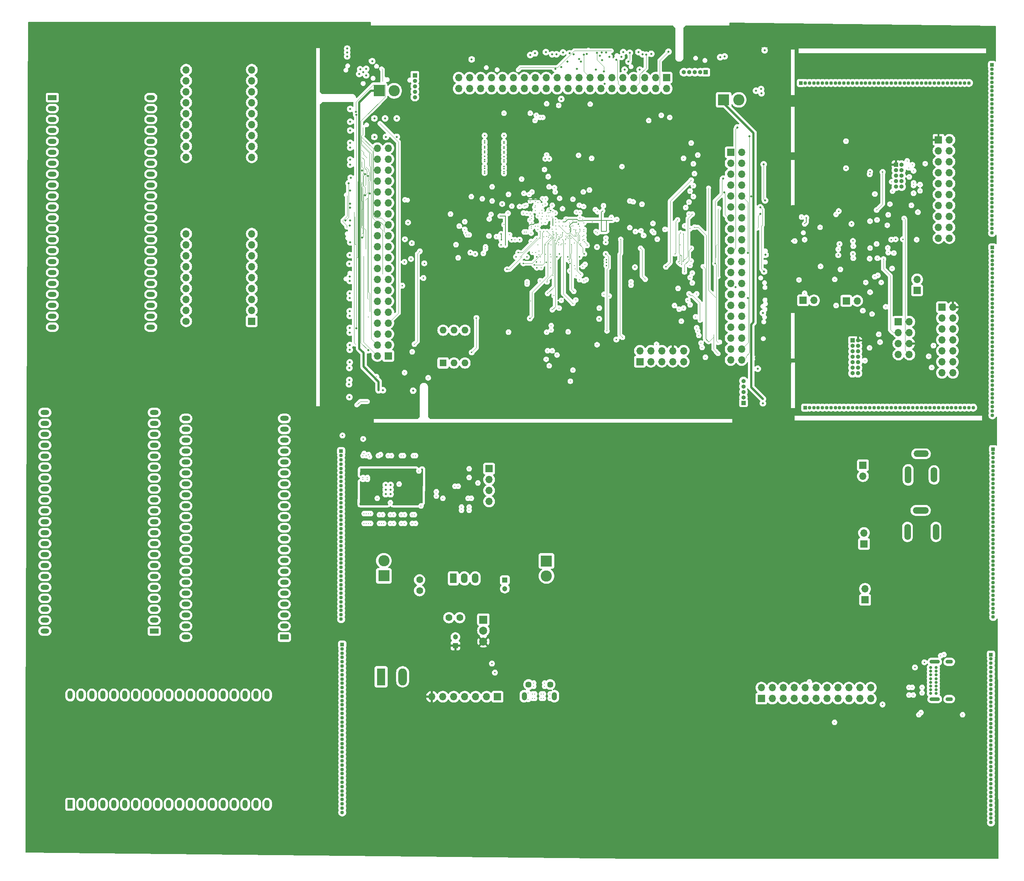
<source format=gbr>
%TF.GenerationSoftware,KiCad,Pcbnew,(7.0.0)*%
%TF.CreationDate,2023-03-18T13:26:34-04:00*%
%TF.ProjectId,FPGAs-Ard_RPi_BB,46504741-732d-4417-9264-5f5250695f42,rev?*%
%TF.SameCoordinates,Original*%
%TF.FileFunction,Copper,L5,Inr*%
%TF.FilePolarity,Positive*%
%FSLAX46Y46*%
G04 Gerber Fmt 4.6, Leading zero omitted, Abs format (unit mm)*
G04 Created by KiCad (PCBNEW (7.0.0)) date 2023-03-18 13:26:34*
%MOMM*%
%LPD*%
G01*
G04 APERTURE LIST*
%TA.AperFunction,ComponentPad*%
%ADD10R,1.000000X1.000000*%
%TD*%
%TA.AperFunction,ComponentPad*%
%ADD11O,1.000000X1.000000*%
%TD*%
%TA.AperFunction,ComponentPad*%
%ADD12C,1.600000*%
%TD*%
%TA.AperFunction,ComponentPad*%
%ADD13R,1.200000X2.000000*%
%TD*%
%TA.AperFunction,ComponentPad*%
%ADD14O,1.200000X2.000000*%
%TD*%
%TA.AperFunction,ComponentPad*%
%ADD15R,0.850000X0.850000*%
%TD*%
%TA.AperFunction,ComponentPad*%
%ADD16O,0.850000X0.850000*%
%TD*%
%TA.AperFunction,ComponentPad*%
%ADD17R,1.700000X1.700000*%
%TD*%
%TA.AperFunction,ComponentPad*%
%ADD18O,1.700000X1.700000*%
%TD*%
%TA.AperFunction,ComponentPad*%
%ADD19O,3.708400X1.498600*%
%TD*%
%TA.AperFunction,ComponentPad*%
%ADD20O,1.498600X3.708400*%
%TD*%
%TA.AperFunction,ComponentPad*%
%ADD21C,0.700000*%
%TD*%
%TA.AperFunction,ComponentPad*%
%ADD22O,2.400000X0.900000*%
%TD*%
%TA.AperFunction,ComponentPad*%
%ADD23O,1.700000X0.900000*%
%TD*%
%TA.AperFunction,ComponentPad*%
%ADD24R,1.200000X1.200000*%
%TD*%
%TA.AperFunction,ComponentPad*%
%ADD25C,1.200000*%
%TD*%
%TA.AperFunction,ComponentPad*%
%ADD26R,2.000000X1.200000*%
%TD*%
%TA.AperFunction,ComponentPad*%
%ADD27O,2.000000X1.200000*%
%TD*%
%TA.AperFunction,ComponentPad*%
%ADD28R,1.860000X1.860000*%
%TD*%
%TA.AperFunction,ComponentPad*%
%ADD29C,1.860000*%
%TD*%
%TA.AperFunction,ComponentPad*%
%ADD30C,1.700000*%
%TD*%
%TA.AperFunction,ComponentPad*%
%ADD31R,2.600000X2.600000*%
%TD*%
%TA.AperFunction,ComponentPad*%
%ADD32C,2.600000*%
%TD*%
%TA.AperFunction,ComponentPad*%
%ADD33O,1.507998X4.008120*%
%TD*%
%TA.AperFunction,ComponentPad*%
%ADD34O,1.507998X3.507994*%
%TD*%
%TA.AperFunction,ComponentPad*%
%ADD35O,3.507994X1.507998*%
%TD*%
%TA.AperFunction,ComponentPad*%
%ADD36R,1.600000X1.600000*%
%TD*%
%TA.AperFunction,ComponentPad*%
%ADD37O,1.600000X1.600000*%
%TD*%
%TA.AperFunction,ComponentPad*%
%ADD38O,1.200000X1.900000*%
%TD*%
%TA.AperFunction,ComponentPad*%
%ADD39C,1.450000*%
%TD*%
%TA.AperFunction,ComponentPad*%
%ADD40R,1.500000X2.300000*%
%TD*%
%TA.AperFunction,ComponentPad*%
%ADD41O,1.500000X2.300000*%
%TD*%
%TA.AperFunction,ComponentPad*%
%ADD42C,0.500000*%
%TD*%
%TA.AperFunction,ComponentPad*%
%ADD43R,1.980000X3.960000*%
%TD*%
%TA.AperFunction,ComponentPad*%
%ADD44O,1.980000X3.960000*%
%TD*%
%TA.AperFunction,ViaPad*%
%ADD45C,0.101600*%
%TD*%
%TA.AperFunction,ViaPad*%
%ADD46C,0.500000*%
%TD*%
%TA.AperFunction,ViaPad*%
%ADD47C,0.254000*%
%TD*%
%TA.AperFunction,ViaPad*%
%ADD48C,0.355600*%
%TD*%
%TA.AperFunction,ViaPad*%
%ADD49C,0.304800*%
%TD*%
%TA.AperFunction,Conductor*%
%ADD50C,0.508000*%
%TD*%
%TA.AperFunction,Conductor*%
%ADD51C,0.058000*%
%TD*%
%TA.AperFunction,Conductor*%
%ADD52C,0.056800*%
%TD*%
%TA.AperFunction,Conductor*%
%ADD53C,0.101600*%
%TD*%
%TA.AperFunction,Conductor*%
%ADD54C,0.203200*%
%TD*%
%TA.AperFunction,Conductor*%
%ADD55C,0.152400*%
%TD*%
G04 APERTURE END LIST*
D10*
%TO.N,Net-(PCIe_J3-TRST#)*%
%TO.C,PCIe_J3_JTAG1*%
X334849999Y-27499999D03*
D11*
%TO.N,Net-(PCIe_J3-TCK)*%
X333579999Y-27499999D03*
%TO.N,Net-(PCIe_J3-TDI)*%
X332309999Y-27499999D03*
%TO.N,Net-(PCIe_J3-TDO)*%
X331039999Y-27499999D03*
%TO.N,Net-(PCIe_J3-TMS)*%
X329769999Y-27499999D03*
%TD*%
D10*
%TO.N,Net-(PCIe_J2-TRST#)*%
%TO.C,PCIe_J2_JTAG1*%
X267299999Y-28189999D03*
D11*
%TO.N,Net-(PCIe_J2-TCK)*%
X267299999Y-29459999D03*
%TO.N,Net-(PCIe_J2-TDI)*%
X267299999Y-30729999D03*
%TO.N,Net-(PCIe_J2-TDO)*%
X267299999Y-31999999D03*
%TO.N,Net-(PCIe_J2-TMS)*%
X267299999Y-33269999D03*
%TD*%
D10*
%TO.N,Net-(PCIe_J1-TRST#)*%
%TO.C,PCIe_J1_JTAG1*%
X343599999Y-104309999D03*
D11*
%TO.N,Net-(PCIe_J1-TCK)*%
X343599999Y-103039999D03*
%TO.N,Net-(PCIe_J1-TDI)*%
X343599999Y-101769999D03*
%TO.N,Net-(PCIe_J1-TDO)*%
X343599999Y-100499999D03*
%TO.N,Net-(PCIe_J1-TMS)*%
X343599999Y-99229999D03*
%TD*%
D12*
%TO.N,Net-(PWR_DC_IN1-Pin_1)*%
%TO.C,PR_C9*%
X268400000Y-145450000D03*
%TO.N,GND*%
X268400000Y-147950000D03*
%TD*%
D13*
%TO.N,unconnected-(U2-3V3-Pad1)*%
%TO.C,U2*%
X187279999Y-197599999D03*
D14*
%TO.N,unconnected-(U2-CHIP_PU-Pad2)*%
X189819999Y-197599999D03*
%TO.N,unconnected-(U2-SENSOR_VP{slash}GPIO36{slash}ADC1_CH0-Pad3)*%
X192359999Y-197599999D03*
%TO.N,unconnected-(U2-SENSOR_VN{slash}GPIO39{slash}ADC1_CH3-Pad4)*%
X194899999Y-197599999D03*
%TO.N,unconnected-(U2-VDET_1{slash}GPIO34{slash}ADC1_CH6-Pad5)*%
X197439999Y-197599999D03*
%TO.N,unconnected-(U2-VDET_2{slash}GPIO35{slash}ADC1_CH7-Pad6)*%
X199979999Y-197599999D03*
%TO.N,unconnected-(U2-32K_XP{slash}GPIO32{slash}ADC1_CH4-Pad7)*%
X202519999Y-197599999D03*
%TO.N,unconnected-(U2-32K_XN{slash}GPIO33{slash}ADC1_CH5-Pad8)*%
X205059999Y-197599999D03*
%TO.N,unconnected-(U2-DAC_1{slash}ADC2_CH8{slash}GPIO25-Pad9)*%
X207599999Y-197599999D03*
%TO.N,unconnected-(U2-DAC_2{slash}ADC2_CH9{slash}GPIO26-Pad10)*%
X210139999Y-197599999D03*
%TO.N,unconnected-(U2-ADC2_CH7{slash}GPIO27-Pad11)*%
X212679999Y-197599999D03*
%TO.N,unconnected-(U2-MTMS{slash}GPIO14{slash}ADC2_CH6-Pad12)*%
X215219999Y-197599999D03*
%TO.N,unconnected-(U2-MTDI{slash}GPIO12{slash}ADC2_CH5-Pad13)*%
X217759999Y-197599999D03*
%TO.N,GND*%
X220299999Y-197599999D03*
%TO.N,unconnected-(U2-MTCK{slash}GPIO13{slash}ADC2_CH4-Pad15)*%
X222839999Y-197599999D03*
%TO.N,unconnected-(U2-SD_DATA2{slash}GPIO9-Pad16)*%
X225379999Y-197599999D03*
%TO.N,unconnected-(U2-SD_DATA3{slash}GPIO10-Pad17)*%
X227919999Y-197599999D03*
%TO.N,unconnected-(U2-CMD-Pad18)*%
X230459999Y-197599999D03*
%TO.N,unconnected-(U2-5V-Pad19)*%
X232999999Y-197599999D03*
%TO.N,unconnected-(U2-SD_CLK{slash}GPIO6-Pad20)*%
X232997279Y-172203679D03*
%TO.N,unconnected-(U2-SD_DATA0{slash}GPIO7-Pad21)*%
X230457279Y-172203679D03*
%TO.N,unconnected-(U2-SD_DATA1{slash}GPIO8-Pad22)*%
X227919999Y-172199999D03*
%TO.N,unconnected-(U2-MTDO{slash}GPIO15{slash}ADC2_CH3-Pad23)*%
X225379999Y-172199999D03*
%TO.N,unconnected-(U2-ADC2_CH2{slash}GPIO2-Pad24)*%
X222839999Y-172199999D03*
%TO.N,unconnected-(U2-GPIO0{slash}BOOT{slash}ADC2_CH1-Pad25)*%
X220299999Y-172199999D03*
%TO.N,unconnected-(U2-ADC2_CH0{slash}GPIO4-Pad26)*%
X217759999Y-172199999D03*
%TO.N,unconnected-(U2-GPIO16-Pad27)*%
X215219999Y-172199999D03*
%TO.N,unconnected-(U2-GPIO17-Pad28)*%
X212679999Y-172199999D03*
%TO.N,unconnected-(U2-GPIO5-Pad29)*%
X210139999Y-172199999D03*
%TO.N,unconnected-(U2-GPIO18-Pad30)*%
X207599999Y-172199999D03*
%TO.N,unconnected-(U2-GPIO19-Pad31)*%
X205059999Y-172199999D03*
%TO.N,GND*%
X202519999Y-172199999D03*
%TO.N,unconnected-(U2-GPIO21-Pad33)*%
X199979999Y-172199999D03*
%TO.N,unconnected-(U2-U0RXD{slash}GPIO3-Pad34)*%
X197439999Y-172199999D03*
%TO.N,unconnected-(U2-U0TXD{slash}GPIO1-Pad35)*%
X194899999Y-172199999D03*
%TO.N,unconnected-(U2-GPIO22-Pad36)*%
X192359999Y-172199999D03*
%TO.N,unconnected-(U2-GPIO23-Pad37)*%
X189819999Y-172199999D03*
%TO.N,GND*%
X187279999Y-172199999D03*
%TD*%
D15*
%TO.N,unconnected-(BO_9-Pin_1-Pad1)*%
%TO.C,BO_9*%
X356927999Y-29971999D03*
D16*
%TO.N,unconnected-(BO_9-Pin_2-Pad2)*%
X357927999Y-29971999D03*
%TO.N,unconnected-(BO_9-Pin_3-Pad3)*%
X358927999Y-29971999D03*
%TO.N,unconnected-(BO_9-Pin_4-Pad4)*%
X359927999Y-29971999D03*
%TO.N,unconnected-(BO_9-Pin_5-Pad5)*%
X360927999Y-29971999D03*
%TO.N,unconnected-(BO_9-Pin_6-Pad6)*%
X361927999Y-29971999D03*
%TO.N,unconnected-(BO_9-Pin_7-Pad7)*%
X362927999Y-29971999D03*
%TO.N,unconnected-(BO_9-Pin_8-Pad8)*%
X363927999Y-29971999D03*
%TO.N,unconnected-(BO_9-Pin_9-Pad9)*%
X364927999Y-29971999D03*
%TO.N,unconnected-(BO_9-Pin_10-Pad10)*%
X365927999Y-29971999D03*
%TO.N,unconnected-(BO_9-Pin_11-Pad11)*%
X366927999Y-29971999D03*
%TO.N,unconnected-(BO_9-Pin_12-Pad12)*%
X367927999Y-29971999D03*
%TO.N,unconnected-(BO_9-Pin_13-Pad13)*%
X368927999Y-29971999D03*
%TO.N,unconnected-(BO_9-Pin_14-Pad14)*%
X369927999Y-29971999D03*
%TO.N,unconnected-(BO_9-Pin_15-Pad15)*%
X370927999Y-29971999D03*
%TO.N,unconnected-(BO_9-Pin_16-Pad16)*%
X371927999Y-29971999D03*
%TO.N,unconnected-(BO_9-Pin_17-Pad17)*%
X372927999Y-29971999D03*
%TO.N,unconnected-(BO_9-Pin_18-Pad18)*%
X373927999Y-29971999D03*
%TO.N,unconnected-(BO_9-Pin_19-Pad19)*%
X374927999Y-29971999D03*
%TO.N,unconnected-(BO_9-Pin_20-Pad20)*%
X375927999Y-29971999D03*
%TO.N,unconnected-(BO_9-Pin_21-Pad21)*%
X376927999Y-29971999D03*
%TO.N,unconnected-(BO_9-Pin_22-Pad22)*%
X377927999Y-29971999D03*
%TO.N,unconnected-(BO_9-Pin_23-Pad23)*%
X378927999Y-29971999D03*
%TO.N,unconnected-(BO_9-Pin_24-Pad24)*%
X379927999Y-29971999D03*
%TO.N,unconnected-(BO_9-Pin_25-Pad25)*%
X380927999Y-29971999D03*
%TO.N,unconnected-(BO_9-Pin_26-Pad26)*%
X381927999Y-29971999D03*
%TO.N,unconnected-(BO_9-Pin_27-Pad27)*%
X382927999Y-29971999D03*
%TO.N,unconnected-(BO_9-Pin_28-Pad28)*%
X383927999Y-29971999D03*
%TO.N,unconnected-(BO_9-Pin_29-Pad29)*%
X384927999Y-29971999D03*
%TO.N,unconnected-(BO_9-Pin_30-Pad30)*%
X385927999Y-29971999D03*
%TO.N,unconnected-(BO_9-Pin_31-Pad31)*%
X386927999Y-29971999D03*
%TO.N,unconnected-(BO_9-Pin_32-Pad32)*%
X387927999Y-29971999D03*
%TO.N,unconnected-(BO_9-Pin_33-Pad33)*%
X388927999Y-29971999D03*
%TO.N,unconnected-(BO_9-Pin_34-Pad34)*%
X389927999Y-29971999D03*
%TO.N,unconnected-(BO_9-Pin_35-Pad35)*%
X390927999Y-29971999D03*
%TO.N,unconnected-(BO_9-Pin_36-Pad36)*%
X391927999Y-29971999D03*
%TO.N,unconnected-(BO_9-Pin_37-Pad37)*%
X392927999Y-29971999D03*
%TO.N,unconnected-(BO_9-Pin_38-Pad38)*%
X393927999Y-29971999D03*
%TO.N,unconnected-(BO_9-Pin_39-Pad39)*%
X394927999Y-29971999D03*
%TO.N,unconnected-(BO_9-Pin_40-Pad40)*%
X395927999Y-29971999D03*
%TD*%
D15*
%TO.N,unconnected-(BO_6-Pin_1-Pad1)*%
%TO.C,BO_6*%
X401573999Y-115063999D03*
D16*
%TO.N,unconnected-(BO_6-Pin_2-Pad2)*%
X401573999Y-116063999D03*
%TO.N,unconnected-(BO_6-Pin_3-Pad3)*%
X401573999Y-117063999D03*
%TO.N,unconnected-(BO_6-Pin_4-Pad4)*%
X401573999Y-118063999D03*
%TO.N,unconnected-(BO_6-Pin_5-Pad5)*%
X401573999Y-119063999D03*
%TO.N,unconnected-(BO_6-Pin_6-Pad6)*%
X401573999Y-120063999D03*
%TO.N,unconnected-(BO_6-Pin_7-Pad7)*%
X401573999Y-121063999D03*
%TO.N,unconnected-(BO_6-Pin_8-Pad8)*%
X401573999Y-122063999D03*
%TO.N,unconnected-(BO_6-Pin_9-Pad9)*%
X401573999Y-123063999D03*
%TO.N,unconnected-(BO_6-Pin_10-Pad10)*%
X401573999Y-124063999D03*
%TO.N,unconnected-(BO_6-Pin_11-Pad11)*%
X401573999Y-125063999D03*
%TO.N,unconnected-(BO_6-Pin_12-Pad12)*%
X401573999Y-126063999D03*
%TO.N,unconnected-(BO_6-Pin_13-Pad13)*%
X401573999Y-127063999D03*
%TO.N,unconnected-(BO_6-Pin_14-Pad14)*%
X401573999Y-128063999D03*
%TO.N,unconnected-(BO_6-Pin_15-Pad15)*%
X401573999Y-129063999D03*
%TO.N,unconnected-(BO_6-Pin_16-Pad16)*%
X401573999Y-130063999D03*
%TO.N,unconnected-(BO_6-Pin_17-Pad17)*%
X401573999Y-131063999D03*
%TO.N,unconnected-(BO_6-Pin_18-Pad18)*%
X401573999Y-132063999D03*
%TO.N,unconnected-(BO_6-Pin_19-Pad19)*%
X401573999Y-133063999D03*
%TO.N,unconnected-(BO_6-Pin_20-Pad20)*%
X401573999Y-134063999D03*
%TO.N,unconnected-(BO_6-Pin_21-Pad21)*%
X401573999Y-135063999D03*
%TO.N,unconnected-(BO_6-Pin_22-Pad22)*%
X401573999Y-136063999D03*
%TO.N,unconnected-(BO_6-Pin_23-Pad23)*%
X401573999Y-137063999D03*
%TO.N,unconnected-(BO_6-Pin_24-Pad24)*%
X401573999Y-138063999D03*
%TO.N,unconnected-(BO_6-Pin_25-Pad25)*%
X401573999Y-139063999D03*
%TO.N,unconnected-(BO_6-Pin_26-Pad26)*%
X401573999Y-140063999D03*
%TO.N,unconnected-(BO_6-Pin_27-Pad27)*%
X401573999Y-141063999D03*
%TO.N,unconnected-(BO_6-Pin_28-Pad28)*%
X401573999Y-142063999D03*
%TO.N,unconnected-(BO_6-Pin_29-Pad29)*%
X401573999Y-143063999D03*
%TO.N,unconnected-(BO_6-Pin_30-Pad30)*%
X401573999Y-144063999D03*
%TO.N,unconnected-(BO_6-Pin_31-Pad31)*%
X401573999Y-145063999D03*
%TO.N,unconnected-(BO_6-Pin_32-Pad32)*%
X401573999Y-146063999D03*
%TO.N,unconnected-(BO_6-Pin_33-Pad33)*%
X401573999Y-147063999D03*
%TO.N,unconnected-(BO_6-Pin_34-Pad34)*%
X401573999Y-148063999D03*
%TO.N,unconnected-(BO_6-Pin_35-Pad35)*%
X401573999Y-149063999D03*
%TO.N,unconnected-(BO_6-Pin_36-Pad36)*%
X401573999Y-150063999D03*
%TO.N,unconnected-(BO_6-Pin_37-Pad37)*%
X401573999Y-151063999D03*
%TO.N,unconnected-(BO_6-Pin_38-Pad38)*%
X401573999Y-152063999D03*
%TO.N,unconnected-(BO_6-Pin_39-Pad39)*%
X401573999Y-153063999D03*
%TO.N,unconnected-(BO_6-Pin_40-Pad40)*%
X401573999Y-154063999D03*
%TD*%
D15*
%TO.N,unconnected-(BO_5-Pin_1-Pad1)*%
%TO.C,BO_5*%
X401065999Y-162815999D03*
D16*
%TO.N,unconnected-(BO_5-Pin_2-Pad2)*%
X401065999Y-163815999D03*
%TO.N,unconnected-(BO_5-Pin_3-Pad3)*%
X401065999Y-164815999D03*
%TO.N,unconnected-(BO_5-Pin_4-Pad4)*%
X401065999Y-165815999D03*
%TO.N,unconnected-(BO_5-Pin_5-Pad5)*%
X401065999Y-166815999D03*
%TO.N,unconnected-(BO_5-Pin_6-Pad6)*%
X401065999Y-167815999D03*
%TO.N,unconnected-(BO_5-Pin_7-Pad7)*%
X401065999Y-168815999D03*
%TO.N,unconnected-(BO_5-Pin_8-Pad8)*%
X401065999Y-169815999D03*
%TO.N,unconnected-(BO_5-Pin_9-Pad9)*%
X401065999Y-170815999D03*
%TO.N,unconnected-(BO_5-Pin_10-Pad10)*%
X401065999Y-171815999D03*
%TO.N,unconnected-(BO_5-Pin_11-Pad11)*%
X401065999Y-172815999D03*
%TO.N,unconnected-(BO_5-Pin_12-Pad12)*%
X401065999Y-173815999D03*
%TO.N,unconnected-(BO_5-Pin_13-Pad13)*%
X401065999Y-174815999D03*
%TO.N,unconnected-(BO_5-Pin_14-Pad14)*%
X401065999Y-175815999D03*
%TO.N,unconnected-(BO_5-Pin_15-Pad15)*%
X401065999Y-176815999D03*
%TO.N,unconnected-(BO_5-Pin_16-Pad16)*%
X401065999Y-177815999D03*
%TO.N,unconnected-(BO_5-Pin_17-Pad17)*%
X401065999Y-178815999D03*
%TO.N,unconnected-(BO_5-Pin_18-Pad18)*%
X401065999Y-179815999D03*
%TO.N,unconnected-(BO_5-Pin_19-Pad19)*%
X401065999Y-180815999D03*
%TO.N,unconnected-(BO_5-Pin_20-Pad20)*%
X401065999Y-181815999D03*
%TO.N,unconnected-(BO_5-Pin_21-Pad21)*%
X401065999Y-182815999D03*
%TO.N,unconnected-(BO_5-Pin_22-Pad22)*%
X401065999Y-183815999D03*
%TO.N,unconnected-(BO_5-Pin_23-Pad23)*%
X401065999Y-184815999D03*
%TO.N,unconnected-(BO_5-Pin_24-Pad24)*%
X401065999Y-185815999D03*
%TO.N,unconnected-(BO_5-Pin_25-Pad25)*%
X401065999Y-186815999D03*
%TO.N,unconnected-(BO_5-Pin_26-Pad26)*%
X401065999Y-187815999D03*
%TO.N,unconnected-(BO_5-Pin_27-Pad27)*%
X401065999Y-188815999D03*
%TO.N,unconnected-(BO_5-Pin_28-Pad28)*%
X401065999Y-189815999D03*
%TO.N,unconnected-(BO_5-Pin_29-Pad29)*%
X401065999Y-190815999D03*
%TO.N,unconnected-(BO_5-Pin_30-Pad30)*%
X401065999Y-191815999D03*
%TO.N,unconnected-(BO_5-Pin_31-Pad31)*%
X401065999Y-192815999D03*
%TO.N,unconnected-(BO_5-Pin_32-Pad32)*%
X401065999Y-193815999D03*
%TO.N,unconnected-(BO_5-Pin_33-Pad33)*%
X401065999Y-194815999D03*
%TO.N,unconnected-(BO_5-Pin_34-Pad34)*%
X401065999Y-195815999D03*
%TO.N,unconnected-(BO_5-Pin_35-Pad35)*%
X401065999Y-196815999D03*
%TO.N,unconnected-(BO_5-Pin_36-Pad36)*%
X401065999Y-197815999D03*
%TO.N,unconnected-(BO_5-Pin_37-Pad37)*%
X401065999Y-198815999D03*
%TO.N,unconnected-(BO_5-Pin_38-Pad38)*%
X401065999Y-199815999D03*
%TO.N,unconnected-(BO_5-Pin_39-Pad39)*%
X401065999Y-200815999D03*
%TO.N,unconnected-(BO_5-Pin_40-Pad40)*%
X401065999Y-201815999D03*
%TD*%
D15*
%TO.N,unconnected-(BO_7-Pin_1-Pad1)*%
%TO.C,BO_7*%
X401399999Y-68199999D03*
D16*
%TO.N,unconnected-(BO_7-Pin_2-Pad2)*%
X401399999Y-69199999D03*
%TO.N,unconnected-(BO_7-Pin_3-Pad3)*%
X401399999Y-70199999D03*
%TO.N,unconnected-(BO_7-Pin_4-Pad4)*%
X401399999Y-71199999D03*
%TO.N,unconnected-(BO_7-Pin_5-Pad5)*%
X401399999Y-72199999D03*
%TO.N,unconnected-(BO_7-Pin_6-Pad6)*%
X401399999Y-73199999D03*
%TO.N,unconnected-(BO_7-Pin_7-Pad7)*%
X401399999Y-74199999D03*
%TO.N,unconnected-(BO_7-Pin_8-Pad8)*%
X401399999Y-75199999D03*
%TO.N,unconnected-(BO_7-Pin_9-Pad9)*%
X401399999Y-76199999D03*
%TO.N,unconnected-(BO_7-Pin_10-Pad10)*%
X401399999Y-77199999D03*
%TO.N,unconnected-(BO_7-Pin_11-Pad11)*%
X401399999Y-78199999D03*
%TO.N,unconnected-(BO_7-Pin_12-Pad12)*%
X401399999Y-79199999D03*
%TO.N,unconnected-(BO_7-Pin_13-Pad13)*%
X401399999Y-80199999D03*
%TO.N,unconnected-(BO_7-Pin_14-Pad14)*%
X401399999Y-81199999D03*
%TO.N,unconnected-(BO_7-Pin_15-Pad15)*%
X401399999Y-82199999D03*
%TO.N,unconnected-(BO_7-Pin_16-Pad16)*%
X401399999Y-83199999D03*
%TO.N,unconnected-(BO_7-Pin_17-Pad17)*%
X401399999Y-84199999D03*
%TO.N,unconnected-(BO_7-Pin_18-Pad18)*%
X401399999Y-85199999D03*
%TO.N,unconnected-(BO_7-Pin_19-Pad19)*%
X401399999Y-86199999D03*
%TO.N,unconnected-(BO_7-Pin_20-Pad20)*%
X401399999Y-87199999D03*
%TO.N,unconnected-(BO_7-Pin_21-Pad21)*%
X401399999Y-88199999D03*
%TO.N,unconnected-(BO_7-Pin_22-Pad22)*%
X401399999Y-89199999D03*
%TO.N,unconnected-(BO_7-Pin_23-Pad23)*%
X401399999Y-90199999D03*
%TO.N,unconnected-(BO_7-Pin_24-Pad24)*%
X401399999Y-91199999D03*
%TO.N,unconnected-(BO_7-Pin_25-Pad25)*%
X401399999Y-92199999D03*
%TO.N,unconnected-(BO_7-Pin_26-Pad26)*%
X401399999Y-93199999D03*
%TO.N,unconnected-(BO_7-Pin_27-Pad27)*%
X401399999Y-94199999D03*
%TO.N,unconnected-(BO_7-Pin_28-Pad28)*%
X401399999Y-95199999D03*
%TO.N,unconnected-(BO_7-Pin_29-Pad29)*%
X401399999Y-96199999D03*
%TO.N,unconnected-(BO_7-Pin_30-Pad30)*%
X401399999Y-97199999D03*
%TO.N,unconnected-(BO_7-Pin_31-Pad31)*%
X401399999Y-98199999D03*
%TO.N,unconnected-(BO_7-Pin_32-Pad32)*%
X401399999Y-99199999D03*
%TO.N,unconnected-(BO_7-Pin_33-Pad33)*%
X401399999Y-100199999D03*
%TO.N,unconnected-(BO_7-Pin_34-Pad34)*%
X401399999Y-101199999D03*
%TO.N,unconnected-(BO_7-Pin_35-Pad35)*%
X401399999Y-102199999D03*
%TO.N,unconnected-(BO_7-Pin_36-Pad36)*%
X401399999Y-103199999D03*
%TO.N,unconnected-(BO_7-Pin_37-Pad37)*%
X401399999Y-104199999D03*
%TO.N,unconnected-(BO_7-Pin_38-Pad38)*%
X401399999Y-105199999D03*
%TO.N,unconnected-(BO_7-Pin_39-Pad39)*%
X401399999Y-106199999D03*
%TO.N,unconnected-(BO_7-Pin_40-Pad40)*%
X401399999Y-107199999D03*
%TD*%
D17*
%TO.N,unconnected-(QSPI_JTAG1-PRGM_B0-Pad1)*%
%TO.C,QSPI_JTAG1*%
X319549999Y-94749999D03*
D18*
%TO.N,/Xilinx_FPGAs/FLASH_SPI_DQ1*%
X319549999Y-92209999D03*
%TO.N,/Xilinx_FPGAs/FLASH_SPI_DQ3*%
X322089999Y-94749999D03*
%TO.N,unconnected-(QSPI_JTAG1-CLK-Pad4)*%
X322089999Y-92209999D03*
%TO.N,/Xilinx_FPGAs/FLASH_SPI_DQ2*%
X324629999Y-94749999D03*
%TO.N,GND*%
X324629999Y-92209999D03*
%TO.N,unconnected-(QSPI_JTAG1-SPI_CS-Pad7)*%
X327169999Y-94749999D03*
%TO.N,+3V3*%
X327169999Y-92209999D03*
%TO.N,/Xilinx_FPGAs/FLASH_SPI_DQ0*%
X329709999Y-94749999D03*
%TO.N,unconnected-(QSPI_JTAG1-NC-Pad10)*%
X329709999Y-92209999D03*
%TD*%
D17*
%TO.N,+5VD*%
%TO.C,FPGA_PWR_J1*%
X284547499Y-119605999D03*
D18*
%TO.N,unconnected-(FPGA_PWR_J1-Pin_2-Pad2)*%
X284547499Y-122145999D03*
%TO.N,/Powering_Options/PGOOD*%
X284547499Y-124685999D03*
%TO.N,GND*%
X284547499Y-127225999D03*
%TD*%
D19*
%TO.N,GND*%
%TO.C,DC_PWR_J1*%
X384733889Y-129304909D03*
D20*
X388283887Y-134304899D03*
%TO.N,Net-(DC_J1-Pin_2)*%
X381683890Y-134304899D03*
%TD*%
D21*
%TO.N,GND*%
%TO.C,USB3_TypeC1*%
X387015000Y-171800000D03*
%TO.N,VBUS*%
X387015000Y-170950000D03*
%TO.N,Net-(USB3_TypeC1-CC1)*%
X387015000Y-170100000D03*
%TO.N,Net-(USB3_TypeC_J1-Pin_6)*%
X387015000Y-169250000D03*
%TO.N,Net-(USB3_TypeC_J1-Pin_7)*%
X387015000Y-168400000D03*
%TO.N,Net-(USB3_TypeC1-SBU1)*%
X387015000Y-167550000D03*
%TO.N,VBUS*%
X387015000Y-166700000D03*
%TO.N,GND*%
X387015000Y-165850000D03*
X388365000Y-165850000D03*
%TO.N,VBUS*%
X388365000Y-166700000D03*
%TO.N,Net-(USB3_TypeC1-CC2)*%
X388365000Y-167550000D03*
%TO.N,Net-(USB3_TypeC_J1-Pin_17)*%
X388365000Y-168400000D03*
%TO.N,Net-(USB3_TypeC_J1-Pin_18)*%
X388365000Y-169250000D03*
%TO.N,Net-(USB3_TypeC1-SBU2)*%
X388365000Y-170100000D03*
%TO.N,VBUS*%
X388365000Y-170950000D03*
%TO.N,GND*%
X388365000Y-171800000D03*
D22*
X387994999Y-173149999D03*
D23*
X391374999Y-173149999D03*
D22*
X387994999Y-164499999D03*
D23*
X391374999Y-164499999D03*
%TD*%
D17*
%TO.N,/Xilinx_FPGAs/IO_L7P_T1_D09_14*%
%TO.C,FPGA_J2*%
X340624999Y-46089999D03*
D18*
%TO.N,/Xilinx_FPGAs/IO_L12N_T1_MRCC_14*%
X343164999Y-46089999D03*
%TO.N,/Xilinx_FPGAs/IO_L7N_T1_D10_14*%
X340624999Y-48629999D03*
%TO.N,/Xilinx_FPGAs/IO_L12P_T1_MRCC_14*%
X343164999Y-48629999D03*
%TO.N,/Xilinx_FPGAs/IO_L4N_T0_D05_14*%
X340624999Y-51169999D03*
%TO.N,/Xilinx_FPGAs/Y1_CLK_OUT_N*%
X343164999Y-51169999D03*
%TO.N,/Xilinx_FPGAs/IO_L5P_T0_D06_14*%
X340624999Y-53709999D03*
%TO.N,/Xilinx_FPGAs/Y1_CLK_OUT_P*%
X343164999Y-53709999D03*
%TO.N,/Xilinx_FPGAs/IO_L3P_T0_DQS_PUDC_B_14*%
X340624999Y-56249999D03*
%TO.N,/Xilinx_FPGAs/IO_L17N_T2_D29_14*%
X343164999Y-56249999D03*
%TO.N,/Xilinx_FPGAs/IO_L3N_T0_DQS_EMCCLK_14*%
X340624999Y-58789999D03*
%TO.N,/Xilinx_FPGAs/IO_L11N_T1_SRCC_14*%
X343164999Y-58789999D03*
%TO.N,/Xilinx_FPGAs/FLASH_SPI_DQ3*%
X340624999Y-61329999D03*
%TO.N,/Xilinx_FPGAs/IO_L11P_T1_SRCC_14*%
X343164999Y-61329999D03*
%TO.N,/Xilinx_FPGAs/IO_L4P_T0_D04_14*%
X340624999Y-63869999D03*
%TO.N,/Xilinx_FPGAs/IO_L14N_T2_SRCC_14*%
X343164999Y-63869999D03*
%TO.N,/Xilinx_FPGAs/IO_L5N_T0_D07_14*%
X340624999Y-66409999D03*
%TO.N,/Xilinx_FPGAs/IO_L16N_T2_D31_14*%
X343164999Y-66409999D03*
%TO.N,/Xilinx_FPGAs/IO_L25_14*%
X340624999Y-68949999D03*
%TO.N,/Xilinx_FPGAs/IO_L16P_T2_D31_14*%
X343164999Y-68949999D03*
%TO.N,unconnected-(FPGA_J2-Pin_21-Pad21)*%
X340624999Y-71489999D03*
%TO.N,/Xilinx_FPGAs/IO_L10N_T1_D15_14*%
X343164999Y-71489999D03*
%TO.N,unconnected-(FPGA_J2-Pin_23-Pad23)*%
X340624999Y-74029999D03*
%TO.N,/Xilinx_FPGAs/IO_L10P_T1_D14_14*%
X343164999Y-74029999D03*
%TO.N,unconnected-(FPGA_J2-Pin_25-Pad25)*%
X340624999Y-76569999D03*
%TO.N,/Xilinx_FPGAs/IO_L8N_T1_D12_14*%
X343164999Y-76569999D03*
%TO.N,unconnected-(FPGA_J2-Pin_27-Pad27)*%
X340624999Y-79109999D03*
%TO.N,/Xilinx_FPGAs/IO_L14P_T2_SRCC_14*%
X343164999Y-79109999D03*
%TO.N,unconnected-(FPGA_J2-Pin_29-Pad29)*%
X340624999Y-81649999D03*
%TO.N,/Xilinx_FPGAs/IO_L15N_T2_DQS_DOUT_CSO_B_14*%
X343164999Y-81649999D03*
%TO.N,unconnected-(FPGA_J2-Pin_31-Pad31)*%
X340624999Y-84189999D03*
%TO.N,/Xilinx_FPGAs/IO_L15P_T2_DQS_RDWR_B_14*%
X343164999Y-84189999D03*
%TO.N,unconnected-(FPGA_J2-Pin_33-Pad33)*%
X340624999Y-86729999D03*
%TO.N,/Xilinx_FPGAs/IO_L9N_T1_DQS_RDWR_B_14*%
X343164999Y-86729999D03*
%TO.N,unconnected-(FPGA_J2-Pin_35-Pad35)*%
X340624999Y-89269999D03*
%TO.N,/Xilinx_FPGAs/IO_L9P_T1_DQS_14*%
X343164999Y-89269999D03*
%TO.N,unconnected-(FPGA_J2-Pin_37-Pad37)*%
X340624999Y-91809999D03*
%TO.N,/Xilinx_FPGAs/IO_L8P_T1_D11_14*%
X343164999Y-91809999D03*
%TO.N,unconnected-(FPGA_J2-Pin_39-Pad39)*%
X340624999Y-94349999D03*
%TO.N,/Xilinx_FPGAs/IO_L13N_T2_MRCC_14*%
X343164999Y-94349999D03*
%TD*%
D12*
%TO.N,+5VD*%
%TO.C,PR_C5*%
X277710000Y-154231100D03*
%TO.N,GND*%
X275210000Y-154231100D03*
%TD*%
D24*
%TO.N,+3V3*%
%TO.C,PR_C6*%
X276709999Y-160731099D03*
D25*
%TO.N,GND*%
X276710000Y-158731100D03*
%TD*%
D26*
%TO.N,unconnected-(U5-3V3-Pad1)*%
%TO.C,U5*%
X206799999Y-157343439D03*
D27*
%TO.N,unconnected-(U5-GPIO0{slash}BOOT-Pad2)*%
X206799999Y-154803439D03*
%TO.N,unconnected-(U5-GPIO1{slash}ADC1_CH0-Pad3)*%
X206799999Y-152263439D03*
%TO.N,unconnected-(U5-GPIO2{slash}ADC1_CH1-Pad4)*%
X206799999Y-149723439D03*
%TO.N,unconnected-(U5-GPIO3{slash}ADC1_CH2-Pad5)*%
X206799999Y-147183439D03*
%TO.N,unconnected-(U5-GPIO4{slash}ADC1_CH3-Pad6)*%
X206799999Y-144643439D03*
%TO.N,unconnected-(U5-GPIO5{slash}ADC1_CH4-Pad7)*%
X206799999Y-142103439D03*
%TO.N,unconnected-(U5-GPIO6{slash}ADC1_CH5-Pad8)*%
X206799999Y-139563439D03*
%TO.N,unconnected-(U5-GPIO7{slash}ADC1_CH6-Pad9)*%
X206799999Y-137023439D03*
%TO.N,unconnected-(U5-GPIO8{slash}ADC1_CH7-Pad10)*%
X206799999Y-134483439D03*
%TO.N,unconnected-(U5-GPIO9{slash}ADC1_CH8-Pad11)*%
X206799999Y-131943439D03*
%TO.N,unconnected-(U5-GPIO10{slash}ADC1_CH9-Pad12)*%
X206799999Y-129403439D03*
%TO.N,unconnected-(U5-GPIO11{slash}ADC2_CH0-Pad13)*%
X206799999Y-126863439D03*
%TO.N,unconnected-(U5-GPIO12{slash}ADC2_CH1-Pad14)*%
X206799999Y-124323439D03*
%TO.N,unconnected-(U5-GPIO13{slash}ADC2_CH2-Pad15)*%
X206799999Y-121783439D03*
%TO.N,unconnected-(U5-GPIO14{slash}ADC2_CH3-Pad16)*%
X206799999Y-119243439D03*
%TO.N,unconnected-(U5-GPIO15{slash}ADC2_CH4{slash}XTAL_32K_P-Pad17)*%
X206799999Y-116703439D03*
%TO.N,unconnected-(U5-GPIO16{slash}ADC2_CH5{slash}XTAL_32K_N-Pad18)*%
X206799999Y-114163439D03*
%TO.N,unconnected-(U5-ADC2_CH7{slash}DAC_2{slash}GPIO17-Pad19)*%
X206799999Y-111623439D03*
%TO.N,unconnected-(U5-5V-Pad20)*%
X206799999Y-109083439D03*
%TO.N,GND*%
X206799999Y-106543439D03*
%TO.N,unconnected-(U5-ADC2_CH6{slash}DAC_1{slash}GPIO18-Pad22)*%
X181399999Y-106543439D03*
%TO.N,unconnected-(U5-USB_D-{slash}ADC2_CH8{slash}GPIO19-Pad23)*%
X181399999Y-109083439D03*
%TO.N,unconnected-(U5-USB_D+{slash}ADC2_CH9{slash}GPIO20-Pad24)*%
X181399999Y-111623439D03*
%TO.N,unconnected-(U5-GPIO21-Pad25)*%
X181399999Y-114163439D03*
%TO.N,unconnected-(U5-SPI_CS1{slash}GPIO26-Pad26)*%
X181399999Y-116703439D03*
%TO.N,unconnected-(U5-GPIO33-Pad27)*%
X181399999Y-119243439D03*
%TO.N,unconnected-(U5-GPIO34-Pad28)*%
X181399999Y-121783439D03*
%TO.N,unconnected-(U5-GPIO35-Pad29)*%
X181399999Y-124323439D03*
%TO.N,unconnected-(U5-GPIO36-Pad30)*%
X181399999Y-126863439D03*
%TO.N,unconnected-(U5-GPIO37-Pad31)*%
X181399999Y-129403439D03*
%TO.N,unconnected-(U5-GPIO38-Pad32)*%
X181399999Y-131943439D03*
%TO.N,unconnected-(U5-MTCK{slash}JTAG{slash}GPIO39-Pad33)*%
X181399999Y-134483439D03*
%TO.N,unconnected-(U5-MTDI{slash}JTAG{slash}GPIO41-Pad34)*%
X181399999Y-137023439D03*
%TO.N,unconnected-(U5-MTDO{slash}JTAG{slash}GPIO40-Pad35)*%
X181399999Y-139563439D03*
%TO.N,unconnected-(U5-MTMS{slash}JTAG{slash}GPIO42-Pad36)*%
X181399999Y-142103439D03*
%TO.N,unconnected-(U5-GPIO43{slash}U0TXD{slash}PROG-Pad37)*%
X181399999Y-144643439D03*
%TO.N,unconnected-(U5-GPIO44{slash}U0RXD{slash}PROG-Pad38)*%
X181399999Y-147183439D03*
%TO.N,unconnected-(U5-GPIO45-Pad39)*%
X181399999Y-149723439D03*
%TO.N,unconnected-(U5-GPIO46-Pad40)*%
X181399999Y-152263439D03*
%TO.N,unconnected-(U5-CHIP{slash}PU{slash}RESET-Pad41)*%
X181399999Y-154803439D03*
%TO.N,GND*%
X181399999Y-157343439D03*
%TD*%
D28*
%TO.N,+5VD*%
%TO.C,PR_U3_3V1*%
X283209999Y-154685999D03*
D29*
%TO.N,GND*%
X283210000Y-157226000D03*
%TO.N,+3V3*%
X283210000Y-159766000D03*
%TD*%
D17*
%TO.N,unconnected-(USB3_TypeC_J1-Pin_1-Pad1)*%
%TO.C,USB3_TypeC_J1*%
X347754999Y-173039999D03*
D18*
%TO.N,Net-(USB3_TypeC1-TX1+)*%
X347754999Y-170499999D03*
%TO.N,Net-(USB3_TypeC1-TX1-)*%
X350294999Y-173039999D03*
%TO.N,VBUS*%
X350294999Y-170499999D03*
%TO.N,Net-(USB3_TypeC1-CC1)*%
X352834999Y-173039999D03*
%TO.N,Net-(USB3_TypeC_J1-Pin_6)*%
X352834999Y-170499999D03*
%TO.N,Net-(USB3_TypeC_J1-Pin_7)*%
X355374999Y-173039999D03*
%TO.N,Net-(USB3_TypeC1-SBU1)*%
X355374999Y-170499999D03*
%TO.N,unconnected-(USB3_TypeC_J1-Pin_9-Pad9)*%
X357914999Y-173039999D03*
%TO.N,Net-(USB3_TypeC1-RX2-)*%
X357914999Y-170499999D03*
%TO.N,Net-(USB3_TypeC1-RX2+)*%
X360454999Y-173039999D03*
%TO.N,unconnected-(USB3_TypeC_J1-Pin_12-Pad12)*%
X360454999Y-170499999D03*
%TO.N,Net-(USB3_TypeC1-TX2+)*%
X362994999Y-173039999D03*
%TO.N,Net-(USB3_TypeC1-TX2-)*%
X362994999Y-170499999D03*
%TO.N,unconnected-(USB3_TypeC_J1-Pin_15-Pad15)*%
X365534999Y-173039999D03*
%TO.N,Net-(USB3_TypeC1-CC2)*%
X365534999Y-170499999D03*
%TO.N,Net-(USB3_TypeC_J1-Pin_17)*%
X368074999Y-173039999D03*
%TO.N,Net-(USB3_TypeC_J1-Pin_18)*%
X368074999Y-170499999D03*
%TO.N,Net-(USB3_TypeC1-SBU2)*%
X370614999Y-173039999D03*
%TO.N,unconnected-(USB3_TypeC_J1-Pin_20-Pad20)*%
X370614999Y-170499999D03*
%TO.N,Net-(USB3_TypeC1-RX1-)*%
X373154999Y-173039999D03*
%TO.N,Net-(USB3_TypeC1-RX1+)*%
X373154999Y-170499999D03*
%TD*%
D17*
%TO.N,VBUS*%
%TO.C,J_USB_uB2*%
X286494999Y-172600999D03*
D18*
%TO.N,Net-(J_USB_uB1-D-)*%
X283954999Y-172600999D03*
%TO.N,Net-(J_USB_uB1-D+)*%
X281414999Y-172600999D03*
%TO.N,Net-(J_USB_uB1-ID)*%
X278874999Y-172600999D03*
%TO.N,GND*%
X276334999Y-172600999D03*
X273794999Y-172600999D03*
%TO.N,+3V3*%
X271254999Y-172600999D03*
%TD*%
D17*
%TO.N,unconnected-(Digilent_Cmod_S7-D_IO_1-Pad1)*%
%TO.C,Digilent_Cmod_S7*%
X229439999Y-85339999D03*
D18*
%TO.N,unconnected-(Digilent_Cmod_S7-D_IO_2-Pad2)*%
X229439999Y-82799999D03*
%TO.N,unconnected-(Digilent_Cmod_S7-D_IO_3-Pad3)*%
X229439999Y-80259999D03*
%TO.N,unconnected-(Digilent_Cmod_S7-D_IO_4-Pad4)*%
X229439999Y-77719999D03*
%TO.N,unconnected-(Digilent_Cmod_S7-D_IO_5-Pad5)*%
X229439999Y-75179999D03*
%TO.N,unconnected-(Digilent_Cmod_S7-D_IO_6-Pad6)*%
X229439999Y-72639999D03*
%TO.N,unconnected-(Digilent_Cmod_S7-D_IO_7-Pad7)*%
X229439999Y-70099999D03*
%TO.N,unconnected-(Digilent_Cmod_S7-D_IO_8-Pad8)*%
X229439999Y-67559999D03*
%TO.N,unconnected-(Digilent_Cmod_S7-D_IO_9-Pad9)*%
X229439999Y-65019999D03*
%TO.N,unconnected-(Digilent_Cmod_S7-D_IO_10-Pad16)*%
X229439999Y-47239999D03*
%TO.N,unconnected-(Digilent_Cmod_S7-D_IO_11-Pad17)*%
X229439999Y-44699999D03*
%TO.N,unconnected-(Digilent_Cmod_S7-D_IO_12-Pad18)*%
X229439999Y-42159999D03*
%TO.N,unconnected-(Digilent_Cmod_S7-D_IO_13-Pad19)*%
X229439999Y-39619999D03*
%TO.N,unconnected-(Digilent_Cmod_S7-D_IO_14-Pad20)*%
X229439999Y-37079999D03*
%TO.N,unconnected-(Digilent_Cmod_S7-D_IO_15-Pad21)*%
X229439999Y-34539999D03*
%TO.N,unconnected-(Digilent_Cmod_S7-D_IO_16-Pad22)*%
X229439999Y-31999999D03*
%TO.N,unconnected-(Digilent_Cmod_S7-D_IO_17-Pad23)*%
X229439999Y-29459999D03*
%TO.N,unconnected-(Digilent_Cmod_S7-VU-Pad24)*%
X229439999Y-26919999D03*
%TO.N,unconnected-(Digilent_Cmod_S7-GND-Pad25)*%
X214199999Y-26919999D03*
%TO.N,unconnected-(Digilent_Cmod_S7-D_IO_18-Pad26)*%
X214199999Y-29459999D03*
%TO.N,unconnected-(Digilent_Cmod_S7-D_IO_19-Pad27)*%
X214199999Y-31999999D03*
%TO.N,unconnected-(Digilent_Cmod_S7-D_IO_20-Pad28)*%
X214199999Y-34539999D03*
%TO.N,unconnected-(Digilent_Cmod_S7-D_IO_21-Pad29)*%
X214199999Y-37079999D03*
%TO.N,unconnected-(Digilent_Cmod_S7-D_IO_22-Pad30)*%
X214199999Y-39619999D03*
%TO.N,unconnected-(Digilent_Cmod_S7-D_IO_23-Pad31)*%
X214199999Y-42159999D03*
%TO.N,unconnected-(Digilent_Cmod_S7-A_IO_2-Pad32)*%
X214199999Y-44699999D03*
%TO.N,unconnected-(Digilent_Cmod_S7-A_IO_1-Pad33)*%
X214199999Y-47239999D03*
%TO.N,unconnected-(Digilent_Cmod_S7-D_IO_24-Pad40)*%
X214199999Y-65019999D03*
%TO.N,unconnected-(Digilent_Cmod_S7-D_IO_25-Pad41)*%
X214199999Y-67559999D03*
%TO.N,unconnected-(Digilent_Cmod_S7-D_IO_26-Pad42)*%
X214199999Y-70099999D03*
%TO.N,unconnected-(Digilent_Cmod_S7-D_IO_27-Pad43)*%
X214199999Y-72639999D03*
%TO.N,unconnected-(Digilent_Cmod_S7-D_IO_28-Pad44)*%
X214199999Y-75179999D03*
%TO.N,unconnected-(Digilent_Cmod_S7-D_IO_29-Pad45)*%
X214199999Y-77719999D03*
%TO.N,unconnected-(Digilent_Cmod_S7-D_IO_30-Pad46)*%
X214199999Y-80259999D03*
%TO.N,unconnected-(Digilent_Cmod_S7-D_IO_31-Pad47)*%
X214199999Y-82799999D03*
D30*
%TO.N,unconnected-(Digilent_Cmod_S7-D_IO_32-Pad48)*%
X214200000Y-85340000D03*
%TD*%
D15*
%TO.N,unconnected-(BO_16-Pin_1-Pad1)*%
%TO.C,BO_16*%
X357919999Y-105409999D03*
D16*
%TO.N,unconnected-(BO_16-Pin_2-Pad2)*%
X358919999Y-105409999D03*
%TO.N,unconnected-(BO_16-Pin_3-Pad3)*%
X359919999Y-105409999D03*
%TO.N,unconnected-(BO_16-Pin_4-Pad4)*%
X360919999Y-105409999D03*
%TO.N,unconnected-(BO_16-Pin_5-Pad5)*%
X361919999Y-105409999D03*
%TO.N,unconnected-(BO_16-Pin_6-Pad6)*%
X362919999Y-105409999D03*
%TO.N,unconnected-(BO_16-Pin_7-Pad7)*%
X363919999Y-105409999D03*
%TO.N,unconnected-(BO_16-Pin_8-Pad8)*%
X364919999Y-105409999D03*
%TO.N,unconnected-(BO_16-Pin_9-Pad9)*%
X365919999Y-105409999D03*
%TO.N,unconnected-(BO_16-Pin_10-Pad10)*%
X366919999Y-105409999D03*
%TO.N,unconnected-(BO_16-Pin_11-Pad11)*%
X367919999Y-105409999D03*
%TO.N,unconnected-(BO_16-Pin_12-Pad12)*%
X368919999Y-105409999D03*
%TO.N,unconnected-(BO_16-Pin_13-Pad13)*%
X369919999Y-105409999D03*
%TO.N,unconnected-(BO_16-Pin_14-Pad14)*%
X370919999Y-105409999D03*
%TO.N,unconnected-(BO_16-Pin_15-Pad15)*%
X371919999Y-105409999D03*
%TO.N,unconnected-(BO_16-Pin_16-Pad16)*%
X372919999Y-105409999D03*
%TO.N,unconnected-(BO_16-Pin_17-Pad17)*%
X373919999Y-105409999D03*
%TO.N,unconnected-(BO_16-Pin_18-Pad18)*%
X374919999Y-105409999D03*
%TO.N,unconnected-(BO_16-Pin_19-Pad19)*%
X375919999Y-105409999D03*
%TO.N,unconnected-(BO_16-Pin_20-Pad20)*%
X376919999Y-105409999D03*
%TO.N,unconnected-(BO_16-Pin_21-Pad21)*%
X377919999Y-105409999D03*
%TO.N,unconnected-(BO_16-Pin_22-Pad22)*%
X378919999Y-105409999D03*
%TO.N,unconnected-(BO_16-Pin_23-Pad23)*%
X379919999Y-105409999D03*
%TO.N,unconnected-(BO_16-Pin_24-Pad24)*%
X380919999Y-105409999D03*
%TO.N,unconnected-(BO_16-Pin_25-Pad25)*%
X381919999Y-105409999D03*
%TO.N,unconnected-(BO_16-Pin_26-Pad26)*%
X382919999Y-105409999D03*
%TO.N,unconnected-(BO_16-Pin_27-Pad27)*%
X383919999Y-105409999D03*
%TO.N,unconnected-(BO_16-Pin_28-Pad28)*%
X384919999Y-105409999D03*
%TO.N,unconnected-(BO_16-Pin_29-Pad29)*%
X385919999Y-105409999D03*
%TO.N,unconnected-(BO_16-Pin_30-Pad30)*%
X386919999Y-105409999D03*
%TO.N,unconnected-(BO_16-Pin_31-Pad31)*%
X387919999Y-105409999D03*
%TO.N,unconnected-(BO_16-Pin_32-Pad32)*%
X388919999Y-105409999D03*
%TO.N,unconnected-(BO_16-Pin_33-Pad33)*%
X389919999Y-105409999D03*
%TO.N,unconnected-(BO_16-Pin_34-Pad34)*%
X390919999Y-105409999D03*
%TO.N,unconnected-(BO_16-Pin_35-Pad35)*%
X391919999Y-105409999D03*
%TO.N,unconnected-(BO_16-Pin_36-Pad36)*%
X392919999Y-105409999D03*
%TO.N,unconnected-(BO_16-Pin_37-Pad37)*%
X393919999Y-105409999D03*
%TO.N,unconnected-(BO_16-Pin_38-Pad38)*%
X394919999Y-105409999D03*
%TO.N,unconnected-(BO_16-Pin_39-Pad39)*%
X395919999Y-105409999D03*
%TO.N,unconnected-(BO_16-Pin_40-Pad40)*%
X396919999Y-105409999D03*
%TD*%
D26*
%TO.N,unconnected-(U4-3V3-Pad1)*%
%TO.C,U4*%
X236999999Y-158739999D03*
D27*
%TO.N,unconnected-(U4-GPIO0{slash}BOOT-Pad2)*%
X236999999Y-156199999D03*
%TO.N,unconnected-(U4-GPIO1{slash}TOUCH1{slash}ADC1_CH0-Pad3)*%
X236999999Y-153659999D03*
%TO.N,unconnected-(U4-GPIO2{slash}TOUCH2{slash}ADC1_CH1-Pad4)*%
X236999999Y-151119999D03*
%TO.N,unconnected-(U4-GPIO3{slash}TOUCH3{slash}ADC1_CH2-Pad5)*%
X236999999Y-148579999D03*
%TO.N,unconnected-(U4-GPIO4{slash}TOUCH4{slash}ADC1_CH3-Pad6)*%
X236999999Y-146039999D03*
%TO.N,unconnected-(U4-GPIO5{slash}TOUCH5{slash}ADC1_CH4-Pad7)*%
X236999999Y-143499999D03*
%TO.N,unconnected-(U4-GPIO6{slash}TOUCH6{slash}ADC1_CH5-Pad8)*%
X236999999Y-140959999D03*
%TO.N,unconnected-(U4-GPIO7{slash}TOUCH7{slash}ADC1_CH6-Pad9)*%
X236999999Y-138419999D03*
%TO.N,unconnected-(U4-GPIO8{slash}TOUCH8{slash}ADC1_CH7-Pad10)*%
X236999999Y-135879999D03*
%TO.N,unconnected-(U4-GPIO9{slash}TOUCH9{slash}ADC1_CH8{slash}FSPIHD-Pad11)*%
X236999999Y-133339999D03*
%TO.N,unconnected-(U4-GPIO10{slash}TOUCH10{slash}ADC1_CH9{slash}FSPICS0{slash}FSPIIO4-Pad12)*%
X236999999Y-130799999D03*
%TO.N,unconnected-(U4-GPIO11{slash}TOUCH11{slash}ADC2_CH0{slash}FSPID{slash}FSPIIO5-Pad13)*%
X236999999Y-128259999D03*
%TO.N,unconnected-(U4-GPIO12{slash}TOUCH12{slash}ADC2_CH1{slash}FSPICLK{slash}FSPIIO6-Pad14)*%
X236999999Y-125719999D03*
%TO.N,unconnected-(U4-GPIO13{slash}TOUCH13{slash}ADC2_CH2{slash}FSPIQ{slash}FSPIIO7-Pad15)*%
X236999999Y-123179999D03*
%TO.N,unconnected-(U4-GPIO14{slash}TOUCH14{slash}ADC2_CH3{slash}FSPIWP{slash}FSPIDQS-Pad16)*%
X236999999Y-120639999D03*
%TO.N,unconnected-(U4-GPIO15{slash}U0RTS{slash}ADC2_CH4{slash}XTAL_32K_P-Pad17)*%
X236999999Y-118099999D03*
%TO.N,unconnected-(U4-GPIO16{slash}U0CTS{slash}ADC2_CH5{slash}XTAL_32K_N-Pad18)*%
X236999999Y-115559999D03*
%TO.N,unconnected-(U4-GPIO17{slash}U1TXD{slash}ADC2_CH6{slash}DAC_1-Pad19)*%
X236999999Y-113019999D03*
%TO.N,unconnected-(U4-5V0-Pad20)*%
X237003679Y-110482719D03*
%TO.N,GND*%
X237003679Y-107942719D03*
%TO.N,unconnected-(U4-GPIO18{slash}U1RXD{slash}ADC2_CH7{slash}DAC_2{slash}CLK_OUT3{slash}RGB_LED-Pad22)*%
X214143679Y-107942719D03*
%TO.N,unconnected-(U4-GPIO19{slash}U1RTS{slash}ADC2_CH8{slash}CLK_OUT2{slash}USB_D--Pad23)*%
X214139999Y-110482719D03*
%TO.N,unconnected-(U4-GPIO20{slash}U1CTS{slash}ADC2_CH9{slash}CLK_OUT1{slash}USB_D+-Pad24)*%
X214139999Y-113022719D03*
%TO.N,unconnected-(U4-GPIO21-Pad25)*%
X214139999Y-115562719D03*
%TO.N,unconnected-(U4-GPIO26-Pad26)*%
X214139999Y-118102719D03*
%TO.N,unconnected-(U4-GPIO33-Pad27)*%
X214139999Y-120642719D03*
%TO.N,unconnected-(U4-GPIO34-Pad28)*%
X214139999Y-123182719D03*
%TO.N,unconnected-(U4-GPIO35-Pad29)*%
X214139999Y-125722719D03*
%TO.N,unconnected-(U4-GPIO36-Pad30)*%
X214139999Y-128262719D03*
%TO.N,unconnected-(U4-GPIO37-Pad31)*%
X214139999Y-130802719D03*
%TO.N,unconnected-(U4-GPIO38-Pad32)*%
X214139999Y-133342719D03*
%TO.N,unconnected-(U4-MTCK{slash}JTAG{slash}GPIO39-Pad33)*%
X214139999Y-135882719D03*
%TO.N,unconnected-(U4-MTDO{slash}JTAG{slash}GPIO40-Pad34)*%
X214139999Y-138422719D03*
%TO.N,unconnected-(U4-MTDI{slash}JTAG{slash}GPIO41-Pad35)*%
X214139999Y-140962719D03*
%TO.N,unconnected-(U4-MTMS{slash}JTAG{slash}GPIO42-Pad36)*%
X214139999Y-143502719D03*
%TO.N,unconnected-(U4-U0TXD{slash}GPIO43{slash}CLK_OUT1-Pad37)*%
X214139999Y-146042719D03*
%TO.N,unconnected-(U4-U0RXD{slash}GPIO44{slash}CLK_OUT2-Pad38)*%
X214139999Y-148582719D03*
%TO.N,unconnected-(U4-GPIO45{slash}VSPI-Pad39)*%
X214139999Y-151122719D03*
%TO.N,unconnected-(U4-GPIO46{slash}LOG-Pad40)*%
X214139999Y-153662719D03*
%TO.N,unconnected-(U4-~{RST}-Pad41)*%
X214139999Y-156202719D03*
%TO.N,GND*%
X214139999Y-158742719D03*
%TD*%
D15*
%TO.N,unconnected-(BO_4-Pin_1-Pad1)*%
%TO.C,BO_4*%
X250443999Y-160481999D03*
D16*
%TO.N,unconnected-(BO_4-Pin_2-Pad2)*%
X250443999Y-161481999D03*
%TO.N,unconnected-(BO_4-Pin_3-Pad3)*%
X250443999Y-162481999D03*
%TO.N,unconnected-(BO_4-Pin_4-Pad4)*%
X250443999Y-163481999D03*
%TO.N,unconnected-(BO_4-Pin_5-Pad5)*%
X250443999Y-164481999D03*
%TO.N,unconnected-(BO_4-Pin_6-Pad6)*%
X250443999Y-165481999D03*
%TO.N,unconnected-(BO_4-Pin_7-Pad7)*%
X250443999Y-166481999D03*
%TO.N,unconnected-(BO_4-Pin_8-Pad8)*%
X250443999Y-167481999D03*
%TO.N,unconnected-(BO_4-Pin_9-Pad9)*%
X250443999Y-168481999D03*
%TO.N,unconnected-(BO_4-Pin_10-Pad10)*%
X250443999Y-169481999D03*
%TO.N,unconnected-(BO_4-Pin_11-Pad11)*%
X250443999Y-170481999D03*
%TO.N,unconnected-(BO_4-Pin_12-Pad12)*%
X250443999Y-171481999D03*
%TO.N,unconnected-(BO_4-Pin_13-Pad13)*%
X250443999Y-172481999D03*
%TO.N,unconnected-(BO_4-Pin_14-Pad14)*%
X250443999Y-173481999D03*
%TO.N,unconnected-(BO_4-Pin_15-Pad15)*%
X250443999Y-174481999D03*
%TO.N,unconnected-(BO_4-Pin_16-Pad16)*%
X250443999Y-175481999D03*
%TO.N,unconnected-(BO_4-Pin_17-Pad17)*%
X250443999Y-176481999D03*
%TO.N,unconnected-(BO_4-Pin_18-Pad18)*%
X250443999Y-177481999D03*
%TO.N,unconnected-(BO_4-Pin_19-Pad19)*%
X250443999Y-178481999D03*
%TO.N,unconnected-(BO_4-Pin_20-Pad20)*%
X250443999Y-179481999D03*
%TO.N,unconnected-(BO_4-Pin_21-Pad21)*%
X250443999Y-180481999D03*
%TO.N,unconnected-(BO_4-Pin_22-Pad22)*%
X250443999Y-181481999D03*
%TO.N,unconnected-(BO_4-Pin_23-Pad23)*%
X250443999Y-182481999D03*
%TO.N,unconnected-(BO_4-Pin_24-Pad24)*%
X250443999Y-183481999D03*
%TO.N,unconnected-(BO_4-Pin_25-Pad25)*%
X250443999Y-184481999D03*
%TO.N,unconnected-(BO_4-Pin_26-Pad26)*%
X250443999Y-185481999D03*
%TO.N,unconnected-(BO_4-Pin_27-Pad27)*%
X250443999Y-186481999D03*
%TO.N,unconnected-(BO_4-Pin_28-Pad28)*%
X250443999Y-187481999D03*
%TO.N,unconnected-(BO_4-Pin_29-Pad29)*%
X250443999Y-188481999D03*
%TO.N,unconnected-(BO_4-Pin_30-Pad30)*%
X250443999Y-189481999D03*
%TO.N,unconnected-(BO_4-Pin_31-Pad31)*%
X250443999Y-190481999D03*
%TO.N,unconnected-(BO_4-Pin_32-Pad32)*%
X250443999Y-191481999D03*
%TO.N,unconnected-(BO_4-Pin_33-Pad33)*%
X250443999Y-192481999D03*
%TO.N,unconnected-(BO_4-Pin_34-Pad34)*%
X250443999Y-193481999D03*
%TO.N,unconnected-(BO_4-Pin_35-Pad35)*%
X250443999Y-194481999D03*
%TO.N,unconnected-(BO_4-Pin_36-Pad36)*%
X250443999Y-195481999D03*
%TO.N,unconnected-(BO_4-Pin_37-Pad37)*%
X250443999Y-196481999D03*
%TO.N,unconnected-(BO_4-Pin_38-Pad38)*%
X250443999Y-197481999D03*
%TO.N,unconnected-(BO_4-Pin_39-Pad39)*%
X250443999Y-198481999D03*
%TO.N,unconnected-(BO_4-Pin_40-Pad40)*%
X250443999Y-199481999D03*
%TD*%
D15*
%TO.N,unconnected-(BO_8-Pin_1-Pad1)*%
%TO.C,BO_8*%
X401319999Y-25813999D03*
D16*
%TO.N,unconnected-(BO_8-Pin_2-Pad2)*%
X401319999Y-26813999D03*
%TO.N,unconnected-(BO_8-Pin_3-Pad3)*%
X401319999Y-27813999D03*
%TO.N,unconnected-(BO_8-Pin_4-Pad4)*%
X401319999Y-28813999D03*
%TO.N,unconnected-(BO_8-Pin_5-Pad5)*%
X401319999Y-29813999D03*
%TO.N,unconnected-(BO_8-Pin_6-Pad6)*%
X401319999Y-30813999D03*
%TO.N,unconnected-(BO_8-Pin_7-Pad7)*%
X401319999Y-31813999D03*
%TO.N,unconnected-(BO_8-Pin_8-Pad8)*%
X401319999Y-32813999D03*
%TO.N,unconnected-(BO_8-Pin_9-Pad9)*%
X401319999Y-33813999D03*
%TO.N,unconnected-(BO_8-Pin_10-Pad10)*%
X401319999Y-34813999D03*
%TO.N,unconnected-(BO_8-Pin_11-Pad11)*%
X401319999Y-35813999D03*
%TO.N,unconnected-(BO_8-Pin_12-Pad12)*%
X401319999Y-36813999D03*
%TO.N,unconnected-(BO_8-Pin_13-Pad13)*%
X401319999Y-37813999D03*
%TO.N,unconnected-(BO_8-Pin_14-Pad14)*%
X401319999Y-38813999D03*
%TO.N,unconnected-(BO_8-Pin_15-Pad15)*%
X401319999Y-39813999D03*
%TO.N,unconnected-(BO_8-Pin_16-Pad16)*%
X401319999Y-40813999D03*
%TO.N,unconnected-(BO_8-Pin_17-Pad17)*%
X401319999Y-41813999D03*
%TO.N,unconnected-(BO_8-Pin_18-Pad18)*%
X401319999Y-42813999D03*
%TO.N,unconnected-(BO_8-Pin_19-Pad19)*%
X401319999Y-43813999D03*
%TO.N,unconnected-(BO_8-Pin_20-Pad20)*%
X401319999Y-44813999D03*
%TO.N,unconnected-(BO_8-Pin_21-Pad21)*%
X401319999Y-45813999D03*
%TO.N,unconnected-(BO_8-Pin_22-Pad22)*%
X401319999Y-46813999D03*
%TO.N,unconnected-(BO_8-Pin_23-Pad23)*%
X401319999Y-47813999D03*
%TO.N,unconnected-(BO_8-Pin_24-Pad24)*%
X401319999Y-48813999D03*
%TO.N,unconnected-(BO_8-Pin_25-Pad25)*%
X401319999Y-49813999D03*
%TO.N,unconnected-(BO_8-Pin_26-Pad26)*%
X401319999Y-50813999D03*
%TO.N,unconnected-(BO_8-Pin_27-Pad27)*%
X401319999Y-51813999D03*
%TO.N,unconnected-(BO_8-Pin_28-Pad28)*%
X401319999Y-52813999D03*
%TO.N,unconnected-(BO_8-Pin_29-Pad29)*%
X401319999Y-53813999D03*
%TO.N,unconnected-(BO_8-Pin_30-Pad30)*%
X401319999Y-54813999D03*
%TO.N,unconnected-(BO_8-Pin_31-Pad31)*%
X401319999Y-55813999D03*
%TO.N,unconnected-(BO_8-Pin_32-Pad32)*%
X401319999Y-56813999D03*
%TO.N,unconnected-(BO_8-Pin_33-Pad33)*%
X401319999Y-57813999D03*
%TO.N,unconnected-(BO_8-Pin_34-Pad34)*%
X401319999Y-58813999D03*
%TO.N,unconnected-(BO_8-Pin_35-Pad35)*%
X401319999Y-59813999D03*
%TO.N,unconnected-(BO_8-Pin_36-Pad36)*%
X401319999Y-60813999D03*
%TO.N,unconnected-(BO_8-Pin_37-Pad37)*%
X401319999Y-61813999D03*
%TO.N,unconnected-(BO_8-Pin_38-Pad38)*%
X401319999Y-62813999D03*
%TO.N,unconnected-(BO_8-Pin_39-Pad39)*%
X401319999Y-63813999D03*
%TO.N,unconnected-(BO_8-Pin_40-Pad40)*%
X401319999Y-64813999D03*
%TD*%
D31*
%TO.N,+12V*%
%TO.C,12V_J1*%
X258999999Y-31799999D03*
D32*
%TO.N,GND*%
X262500000Y-31800000D03*
%TD*%
D31*
%TO.N,Net-(PWR_DC_IN1-Pin_1)*%
%TO.C,PWR_DC_IN1*%
X260099999Y-144499999D03*
D32*
%TO.N,GND*%
X260100000Y-141000000D03*
%TD*%
D17*
%TO.N,Net-(PWR_OUT2-Pin_1)*%
%TO.C,PWR_OUT2*%
X357424999Y-80499999D03*
D18*
%TO.N,GND*%
X359964999Y-80499999D03*
%TD*%
D15*
%TO.N,unconnected-(BO_3-Pin_1-Pad1)*%
%TO.C,BO_3*%
X250189999Y-115555999D03*
D16*
%TO.N,unconnected-(BO_3-Pin_2-Pad2)*%
X250189999Y-116555999D03*
%TO.N,unconnected-(BO_3-Pin_3-Pad3)*%
X250189999Y-117555999D03*
%TO.N,unconnected-(BO_3-Pin_4-Pad4)*%
X250189999Y-118555999D03*
%TO.N,unconnected-(BO_3-Pin_5-Pad5)*%
X250189999Y-119555999D03*
%TO.N,unconnected-(BO_3-Pin_6-Pad6)*%
X250189999Y-120555999D03*
%TO.N,unconnected-(BO_3-Pin_7-Pad7)*%
X250189999Y-121555999D03*
%TO.N,unconnected-(BO_3-Pin_8-Pad8)*%
X250189999Y-122555999D03*
%TO.N,unconnected-(BO_3-Pin_9-Pad9)*%
X250189999Y-123555999D03*
%TO.N,unconnected-(BO_3-Pin_10-Pad10)*%
X250189999Y-124555999D03*
%TO.N,unconnected-(BO_3-Pin_11-Pad11)*%
X250189999Y-125555999D03*
%TO.N,unconnected-(BO_3-Pin_12-Pad12)*%
X250189999Y-126555999D03*
%TO.N,unconnected-(BO_3-Pin_13-Pad13)*%
X250189999Y-127555999D03*
%TO.N,unconnected-(BO_3-Pin_14-Pad14)*%
X250189999Y-128555999D03*
%TO.N,unconnected-(BO_3-Pin_15-Pad15)*%
X250189999Y-129555999D03*
%TO.N,unconnected-(BO_3-Pin_16-Pad16)*%
X250189999Y-130555999D03*
%TO.N,unconnected-(BO_3-Pin_17-Pad17)*%
X250189999Y-131555999D03*
%TO.N,unconnected-(BO_3-Pin_18-Pad18)*%
X250189999Y-132555999D03*
%TO.N,unconnected-(BO_3-Pin_19-Pad19)*%
X250189999Y-133555999D03*
%TO.N,unconnected-(BO_3-Pin_20-Pad20)*%
X250189999Y-134555999D03*
%TO.N,unconnected-(BO_3-Pin_21-Pad21)*%
X250189999Y-135555999D03*
%TO.N,unconnected-(BO_3-Pin_22-Pad22)*%
X250189999Y-136555999D03*
%TO.N,unconnected-(BO_3-Pin_23-Pad23)*%
X250189999Y-137555999D03*
%TO.N,unconnected-(BO_3-Pin_24-Pad24)*%
X250189999Y-138555999D03*
%TO.N,unconnected-(BO_3-Pin_25-Pad25)*%
X250189999Y-139555999D03*
%TO.N,unconnected-(BO_3-Pin_26-Pad26)*%
X250189999Y-140555999D03*
%TO.N,unconnected-(BO_3-Pin_27-Pad27)*%
X250189999Y-141555999D03*
%TO.N,unconnected-(BO_3-Pin_28-Pad28)*%
X250189999Y-142555999D03*
%TO.N,unconnected-(BO_3-Pin_29-Pad29)*%
X250189999Y-143555999D03*
%TO.N,unconnected-(BO_3-Pin_30-Pad30)*%
X250189999Y-144555999D03*
%TO.N,unconnected-(BO_3-Pin_31-Pad31)*%
X250189999Y-145555999D03*
%TO.N,unconnected-(BO_3-Pin_32-Pad32)*%
X250189999Y-146555999D03*
%TO.N,unconnected-(BO_3-Pin_33-Pad33)*%
X250189999Y-147555999D03*
%TO.N,unconnected-(BO_3-Pin_34-Pad34)*%
X250189999Y-148555999D03*
%TO.N,unconnected-(BO_3-Pin_35-Pad35)*%
X250189999Y-149555999D03*
%TO.N,unconnected-(BO_3-Pin_36-Pad36)*%
X250189999Y-150555999D03*
%TO.N,unconnected-(BO_3-Pin_37-Pad37)*%
X250189999Y-151555999D03*
%TO.N,unconnected-(BO_3-Pin_38-Pad38)*%
X250189999Y-152555999D03*
%TO.N,unconnected-(BO_3-Pin_39-Pad39)*%
X250189999Y-153555999D03*
%TO.N,unconnected-(BO_3-Pin_40-Pad40)*%
X250189999Y-154555999D03*
%TD*%
D33*
%TO.N,Net-(DC_J3-Pin_2)*%
%TO.C,DC_PWR_J3*%
X381838788Y-121054911D03*
D34*
%TO.N,GND*%
X387838789Y-121054911D03*
D35*
X384838787Y-116154910D03*
%TD*%
D17*
%TO.N,GND*%
%TO.C,JTAG7*%
X389678999Y-82084999D03*
D18*
%TO.N,+3V3*%
X392218999Y-82084999D03*
%TO.N,GND*%
X389678999Y-84624999D03*
%TO.N,/Xilinx_FPGAs/FPGA_JTAG_TMS_0*%
X392218999Y-84624999D03*
%TO.N,GND*%
X389678999Y-87164999D03*
%TO.N,/Xilinx_FPGAs/FPGA_JTAG_TCK_0*%
X392218999Y-87164999D03*
%TO.N,GND*%
X389678999Y-89704999D03*
%TO.N,/Xilinx_FPGAs/FPGA_JTAG_TDO_0*%
X392218999Y-89704999D03*
%TO.N,GND*%
X389678999Y-92244999D03*
%TO.N,/Xilinx_FPGAs/FPGA_JTAG_TDI_0*%
X392218999Y-92244999D03*
%TO.N,GND*%
X389678999Y-94784999D03*
%TO.N,unconnected-(JTAG7-NC-Pad12)*%
X392218999Y-94784999D03*
%TO.N,GND*%
X389678999Y-97324999D03*
%TO.N,Net-(JTAG2-~{TRST})*%
X392218999Y-97324999D03*
%TD*%
D36*
%TO.N,Net-(R11-Pad1)*%
%TO.C,SW1*%
X273849999Y-95049999D03*
D37*
%TO.N,Net-(R10-Pad1)*%
X276389999Y-95049999D03*
%TO.N,Net-(R9-Pad1)*%
X278929999Y-95049999D03*
%TO.N,/Xilinx_FPGAs/FPGA_MODE_Pin2*%
X278929999Y-87429999D03*
%TO.N,/Xilinx_FPGAs/FPGA_MODE_Pin1*%
X276389999Y-87429999D03*
%TO.N,/Xilinx_FPGAs/FPGA_MODE_Pin0*%
X273849999Y-87429999D03*
%TD*%
D31*
%TO.N,+12V*%
%TO.C,12V_J3*%
X338999999Y-33899999D03*
D32*
%TO.N,GND*%
X342500000Y-33900000D03*
%TD*%
D17*
%TO.N,/Xilinx_FPGAs/Y2_CLK_OUT*%
%TO.C,FPGA_J1*%
X261124999Y-93409999D03*
D18*
%TO.N,/Xilinx_FPGAs/IO_L17P_T2_D30_14*%
X258584999Y-93409999D03*
%TO.N,/Xilinx_FPGAs/IO_L21N_T3_DQS_34*%
X261124999Y-90869999D03*
%TO.N,/Xilinx_FPGAs/IO_L22N_T3_D20_14*%
X258584999Y-90869999D03*
%TO.N,/Xilinx_FPGAs/IO_L20P_T3_34*%
X261124999Y-88329999D03*
%TO.N,/Xilinx_FPGAs/IO_L22P_T3_D21_14*%
X258584999Y-88329999D03*
%TO.N,/Xilinx_FPGAs/IO_L22N_T3_34*%
X261124999Y-85789999D03*
%TO.N,/Xilinx_FPGAs/IO_L24N_T3_D16_14*%
X258584999Y-85789999D03*
%TO.N,/Xilinx_FPGAs/IO_L13P_T2_MRCC_14*%
X261124999Y-83249999D03*
%TO.N,/Xilinx_FPGAs/IO_L24P_T3_D17_14*%
X258584999Y-83249999D03*
%TO.N,/Xilinx_FPGAs/IO_L19N_T3_D25_VREF_14*%
X261124999Y-80709999D03*
%TO.N,/Xilinx_FPGAs/IO_L23P_T3_34*%
X258584999Y-80709999D03*
%TO.N,/Xilinx_FPGAs/IO_L19P_T3_D26_14*%
X261124999Y-78169999D03*
%TO.N,/Xilinx_FPGAs/IO_L23N_T3_34*%
X258584999Y-78169999D03*
%TO.N,/Xilinx_FPGAs/IO_L19P_T3_34*%
X261124999Y-75629999D03*
%TO.N,/Xilinx_FPGAs/IO_L24P_T3_34*%
X258584999Y-75629999D03*
%TO.N,/Xilinx_FPGAs/IO_L19N_T3_VREF_34*%
X261124999Y-73089999D03*
%TO.N,/Xilinx_FPGAs/IO_L23N_T3_D18_14*%
X258584999Y-73089999D03*
%TO.N,/Xilinx_FPGAs/IO_L20N_T3_34*%
X261124999Y-70549999D03*
%TO.N,/Xilinx_FPGAs/IO_L23P_T3_D19_14*%
X258584999Y-70549999D03*
%TO.N,/Xilinx_FPGAs/IO_L18P_T2_34*%
X261124999Y-68009999D03*
%TO.N,/Xilinx_FPGAs/IO_L21P_T3_DQS_34*%
X258584999Y-68009999D03*
%TO.N,/Xilinx_FPGAs/IO_L17N_T2_34*%
X261124999Y-65469999D03*
%TO.N,/Xilinx_FPGAs/IO_L24N_T3_34*%
X258584999Y-65469999D03*
%TO.N,/Xilinx_FPGAs/IO_L17P_T2_34*%
X261124999Y-62929999D03*
%TO.N,/Xilinx_FPGAs/IO_L22P_T3_34*%
X258584999Y-62929999D03*
%TO.N,/Xilinx_FPGAs/IO_L16P_T2_34*%
X261124999Y-60389999D03*
%TO.N,/Xilinx_FPGAs/IO_L21N_T3_DQS_D22_14*%
X258584999Y-60389999D03*
%TO.N,/Xilinx_FPGAs/DXP_0*%
X261124999Y-57849999D03*
%TO.N,/Xilinx_FPGAs/IO_L21P_T3_DQS_14*%
X258584999Y-57849999D03*
%TO.N,/Xilinx_FPGAs/DXN_0*%
X261124999Y-55309999D03*
%TO.N,/Xilinx_FPGAs/IO_L20N_T3_D23_14*%
X258584999Y-55309999D03*
%TO.N,/Xilinx_FPGAs/PROGRAM_B_0*%
X261124999Y-52769999D03*
%TO.N,/Xilinx_FPGAs/IO_L20P_T3_D24_14*%
X258584999Y-52769999D03*
%TO.N,/Xilinx_FPGAs/IO_L15P_T2_DQS_34*%
X261124999Y-50229999D03*
%TO.N,/Xilinx_FPGAs/IO_L12N_T1_MRCC_34*%
X258584999Y-50229999D03*
%TO.N,unconnected-(FPGA_J1-Pin_37-Pad37)*%
X261124999Y-47689999D03*
%TO.N,unconnected-(FPGA_J1-Pin_38-Pad38)*%
X258584999Y-47689999D03*
%TO.N,unconnected-(FPGA_J1-Pin_39-Pad39)*%
X261124999Y-45149999D03*
%TO.N,unconnected-(FPGA_J1-Pin_40-Pad40)*%
X258584999Y-45149999D03*
%TD*%
D17*
%TO.N,GND*%
%TO.C,DC_J1*%
X371583874Y-137079899D03*
D18*
%TO.N,Net-(DC_J1-Pin_2)*%
X371583874Y-134539899D03*
%TD*%
D24*
%TO.N,Net-(PWR_DC_OUT1-Pin_1)*%
%TO.C,PR_C10*%
X288199999Y-145499999D03*
D25*
%TO.N,GND*%
X288200000Y-147500000D03*
%TD*%
D17*
%TO.N,+3V3*%
%TO.C,JTAG6*%
X388873999Y-43179999D03*
D18*
%TO.N,unconnected-(JTAG6-VCC{slash}NC-Pad2)*%
X391413999Y-43179999D03*
%TO.N,/Xilinx_FPGAs/SRST*%
X388873999Y-45719999D03*
%TO.N,GND*%
X391413999Y-45719999D03*
%TO.N,/Xilinx_FPGAs/FPGA_JTAG_TDI_0*%
X388873999Y-48259999D03*
%TO.N,GND*%
X391413999Y-48259999D03*
%TO.N,/Xilinx_FPGAs/FPGA_JTAG_TMS_0*%
X388873999Y-50799999D03*
%TO.N,GND*%
X391413999Y-50799999D03*
%TO.N,/Xilinx_FPGAs/FPGA_JTAG_TCK_0*%
X388873999Y-53339999D03*
%TO.N,GND*%
X391413999Y-53339999D03*
%TO.N,unconnected-(JTAG6-RTCK-Pad11)*%
X388873999Y-55879999D03*
%TO.N,GND*%
X391413999Y-55879999D03*
%TO.N,/Xilinx_FPGAs/FPGA_JTAG_TDO_0*%
X388873999Y-58419999D03*
%TO.N,GND*%
X391413999Y-58419999D03*
%TO.N,Net-(JTAG2-~{TRST})*%
X388873999Y-60959999D03*
%TO.N,GND*%
X391413999Y-60959999D03*
%TO.N,unconnected-(JTAG6-DBGRQ{slash}NC-Pad17)*%
X388873999Y-63499999D03*
%TO.N,GND*%
X391413999Y-63499999D03*
%TO.N,unconnected-(JTAG6-DBGACK{slash}NC-Pad19)*%
X388873999Y-66039999D03*
%TO.N,GND*%
X391413999Y-66039999D03*
%TD*%
D10*
%TO.N,GND*%
%TO.C,JTAG5*%
X368908999Y-89824999D03*
D11*
%TO.N,+3V3*%
X370178999Y-89824999D03*
%TO.N,GND*%
X368908999Y-91094999D03*
%TO.N,/Xilinx_FPGAs/FPGA_JTAG_TMS_0*%
X370178999Y-91094999D03*
%TO.N,GND*%
X368908999Y-92364999D03*
%TO.N,/Xilinx_FPGAs/FPGA_JTAG_TCK_0*%
X370178999Y-92364999D03*
%TO.N,GND*%
X368908999Y-93634999D03*
%TO.N,/Xilinx_FPGAs/FPGA_JTAG_TDO_0*%
X370178999Y-93634999D03*
%TO.N,GND*%
X368908999Y-94904999D03*
%TO.N,/Xilinx_FPGAs/FPGA_JTAG_TDI_0*%
X370178999Y-94904999D03*
%TO.N,GND*%
X368908999Y-96174999D03*
%TO.N,unconnected-(JTAG5-NC-Pad12)*%
X370178999Y-96174999D03*
%TO.N,GND*%
X368908999Y-97444999D03*
%TO.N,Net-(JTAG2-~{TRST})*%
X370178999Y-97444999D03*
%TD*%
D38*
%TO.N,GND*%
%TO.C,J_USB_uB1*%
X292709999Y-172475999D03*
D39*
X293710000Y-169776000D03*
X298710000Y-169776000D03*
D38*
X299709999Y-172475999D03*
%TD*%
D40*
%TO.N,Net-(PWR_DC_IN1-Pin_1)*%
%TO.C,U_DC_DC1*%
X276252999Y-145107499D03*
D41*
%TO.N,GND*%
X278792999Y-145107499D03*
%TO.N,Net-(PWR_DC_OUT1-Pin_1)*%
X281332999Y-145107499D03*
%TD*%
D26*
%TO.N,Net-(U3-3V3-Pad1)*%
%TO.C,U3*%
X183128679Y-33366159D03*
D27*
X183128679Y-35906159D03*
%TO.N,unconnected-(U3-CHIP_PU-Pad3)*%
X183128679Y-38446159D03*
%TO.N,unconnected-(U3-GPIO4{slash}ADC1_CH3-Pad4)*%
X183128679Y-40986159D03*
%TO.N,unconnected-(U3-GPIO5{slash}ADC1_CH4-Pad5)*%
X183128679Y-43526159D03*
%TO.N,unconnected-(U3-GPIO6{slash}ADC1_CH5-Pad6)*%
X183128679Y-46066159D03*
%TO.N,unconnected-(U3-GPIO7{slash}ADC1_CH6-Pad7)*%
X183128679Y-48606159D03*
%TO.N,unconnected-(U3-GPIO15{slash}ADC2_CH4{slash}32K_P-Pad8)*%
X183128679Y-51146159D03*
%TO.N,unconnected-(U3-GPIO16{slash}ADC2_CH5{slash}32K_N-Pad9)*%
X183128679Y-53686159D03*
%TO.N,unconnected-(U3-GPIO17{slash}ADC2_CH6-Pad10)*%
X183128679Y-56226159D03*
%TO.N,unconnected-(U3-GPIO18{slash}ADC2_CH7-Pad11)*%
X183128679Y-58766159D03*
%TO.N,unconnected-(U3-GPIO8{slash}ADC1_CH7-Pad12)*%
X183128679Y-61306159D03*
%TO.N,unconnected-(U3-GPIO3{slash}ADC1_CH2-Pad13)*%
X183128679Y-63846159D03*
%TO.N,unconnected-(U3-GPIO46-Pad14)*%
X183128679Y-66386159D03*
%TO.N,unconnected-(U3-GPIO9{slash}ADC1_CH8-Pad15)*%
X183128679Y-68926159D03*
%TO.N,unconnected-(U3-GPIO10{slash}ADC1_CH9-Pad16)*%
X183128679Y-71466159D03*
%TO.N,unconnected-(U3-GPIO11{slash}ADC2_CH0-Pad17)*%
X183128679Y-74006159D03*
%TO.N,unconnected-(U3-GPIO12{slash}ADC2_CH1-Pad18)*%
X183128679Y-76546159D03*
%TO.N,unconnected-(U3-GPIO13{slash}ADC2_CH2-Pad19)*%
X183128679Y-79086159D03*
%TO.N,unconnected-(U3-GPIO14{slash}ADC2_CH3-Pad20)*%
X183124999Y-81623439D03*
%TO.N,unconnected-(U3-5V-Pad21)*%
X183124999Y-84163439D03*
%TO.N,GND*%
X183124999Y-86703439D03*
X205988679Y-86706159D03*
X205988679Y-84166159D03*
%TO.N,unconnected-(U3-GPIO19{slash}USB_D--Pad25)*%
X205988679Y-81626159D03*
%TO.N,unconnected-(U3-GPIO20{slash}USB_D+-Pad26)*%
X205988679Y-79086159D03*
%TO.N,unconnected-(U3-GPIO21-Pad27)*%
X205988679Y-76546159D03*
%TO.N,unconnected-(U3-GPIO47-Pad28)*%
X205988679Y-74006159D03*
%TO.N,unconnected-(U3-GPIO48-Pad29)*%
X205988679Y-71466159D03*
%TO.N,unconnected-(U3-GPIO45-Pad30)*%
X205988679Y-68926159D03*
%TO.N,unconnected-(U3-GPIO0-Pad31)*%
X205988679Y-66386159D03*
%TO.N,unconnected-(U3-GPIO35-Pad32)*%
X205988679Y-63846159D03*
%TO.N,unconnected-(U3-GPIO36-Pad33)*%
X205988679Y-61306159D03*
%TO.N,unconnected-(U3-GPIO37-Pad34)*%
X205988679Y-58766159D03*
%TO.N,unconnected-(U3-GPIO38-Pad35)*%
X205988679Y-56226159D03*
%TO.N,unconnected-(U3-GPIO39{slash}MTCK-Pad36)*%
X205988679Y-53686159D03*
%TO.N,unconnected-(U3-GPIO40{slash}MTDO-Pad37)*%
X205988679Y-51146159D03*
%TO.N,unconnected-(U3-GPIO41{slash}MTDI-Pad38)*%
X205988679Y-48606159D03*
%TO.N,unconnected-(U3-GPIO42{slash}MTMS-Pad39)*%
X205988679Y-46066159D03*
%TO.N,unconnected-(U3-GPIO2{slash}ADC1_CH1-Pad40)*%
X205988679Y-43526159D03*
%TO.N,unconnected-(U3-GPIO1{slash}ADC1_CH0-Pad41)*%
X205988679Y-40986159D03*
%TO.N,unconnected-(U3-GPIO44{slash}U0RXD-Pad42)*%
X205988679Y-38446159D03*
%TO.N,unconnected-(U3-GPIO43{slash}U0TXD-Pad43)*%
X205988679Y-35906159D03*
%TO.N,GND*%
X205988679Y-33366159D03*
%TD*%
D17*
%TO.N,/Xilinx_FPGAs/IO_L1P_TO_34*%
%TO.C,FPGA_J3*%
X325744999Y-28749999D03*
D18*
%TO.N,/Xilinx_FPGAs/Y3_CLK_OUT_N*%
X325744999Y-31289999D03*
%TO.N,/Xilinx_FPGAs/IO_L1N_TO_34*%
X323204999Y-28749999D03*
%TO.N,/Xilinx_FPGAs/Y3_CLK_OUT_P*%
X323204999Y-31289999D03*
%TO.N,/Xilinx_FPGAs/IO_L2P_TO_34*%
X320664999Y-28749999D03*
%TO.N,/Xilinx_FPGAs/IO_L16N_T2_34*%
X320664999Y-31289999D03*
%TO.N,/Xilinx_FPGAs/IO_L7P_T1_34*%
X318124999Y-28749999D03*
%TO.N,/Xilinx_FPGAs/CFGBVS_0*%
X318124999Y-31289999D03*
%TO.N,/Xilinx_FPGAs/IO_L6P_TO_34*%
X315584999Y-28749999D03*
%TO.N,/Xilinx_FPGAs/IO_L13P_T2_MRCC_34*%
X315584999Y-31289999D03*
%TO.N,/Xilinx_FPGAs/FLASH_SPI_DQ2*%
X313044999Y-28749999D03*
%TO.N,/Xilinx_FPGAs/IO_L13N_T2_MRCC_34*%
X313044999Y-31289999D03*
%TO.N,/Xilinx_FPGAs/FLASH_SPI_DQ1*%
X310504999Y-28749999D03*
%TO.N,/Xilinx_FPGAs/IO_L14N_T2_SRCC_34*%
X310504999Y-31289999D03*
%TO.N,/Xilinx_FPGAs/FLASH_SPI_DQ0*%
X307964999Y-28749999D03*
%TO.N,/Xilinx_FPGAs/IO_L12P_T1_MRCC_34*%
X307964999Y-31289999D03*
%TO.N,/Xilinx_FPGAs/FLASH_SPI_CS*%
X305424999Y-28749999D03*
%TO.N,/Xilinx_FPGAs/IO_L11P_T1_SRCC_34*%
X305424999Y-31289999D03*
%TO.N,/Xilinx_FPGAs/FLASH_SPI_RESET*%
X302884999Y-28749999D03*
%TO.N,/Xilinx_FPGAs/IO_L11N_T1_SRCC_34*%
X302884999Y-31289999D03*
%TO.N,/Xilinx_FPGAs/IO_L3P_DQS_34*%
X300344999Y-28749999D03*
%TO.N,/Xilinx_FPGAs/IO_L10P_T1_34*%
X300344999Y-31289999D03*
%TO.N,/Xilinx_FPGAs/IO_L3N_DQS_34*%
X297804999Y-28749999D03*
%TO.N,/Xilinx_FPGAs/IO_L10N_T1_34*%
X297804999Y-31289999D03*
%TO.N,/Xilinx_FPGAs/IO_L9N_T1_DQS_34*%
X295264999Y-28749999D03*
%TO.N,/Xilinx_FPGAs/IO_L9P_T1_DQS_34*%
X295264999Y-31289999D03*
%TO.N,/Xilinx_FPGAs/IO_L6N_TO_VREF_34*%
X292724999Y-28749999D03*
%TO.N,/Xilinx_FPGAs/IO_L8P_T1_34*%
X292724999Y-31289999D03*
%TO.N,unconnected-(FPGA_J3-Pin_29-Pad29)*%
X290184999Y-28749999D03*
%TO.N,/Xilinx_FPGAs/IO_L4N_TO_34*%
X290184999Y-31289999D03*
%TO.N,unconnected-(FPGA_J3-Pin_31-Pad31)*%
X287644999Y-28749999D03*
%TO.N,/Xilinx_FPGAs/IO_L2N_TO_34*%
X287644999Y-31289999D03*
%TO.N,unconnected-(FPGA_J3-Pin_33-Pad33)*%
X285104999Y-28749999D03*
%TO.N,/Xilinx_FPGAs/IO_L5N_TO_34*%
X285104999Y-31289999D03*
%TO.N,unconnected-(FPGA_J3-Pin_35-Pad35)*%
X282564999Y-28749999D03*
%TO.N,/Xilinx_FPGAs/IO_L4P_TO_34*%
X282564999Y-31289999D03*
%TO.N,unconnected-(FPGA_J3-Pin_37-Pad37)*%
X280024999Y-28749999D03*
%TO.N,/Xilinx_FPGAs/IO_L7N_TI_34*%
X280024999Y-31289999D03*
%TO.N,unconnected-(FPGA_J3-Pin_39-Pad39)*%
X277484999Y-28749999D03*
%TO.N,/Xilinx_FPGAs/IO_L5P_TO_34*%
X277484999Y-31289999D03*
%TD*%
D17*
%TO.N,GND*%
%TO.C,PWR_OUT1*%
X383899999Y-78174999D03*
D18*
%TO.N,Net-(PWR_OUT1-Pin_2)*%
X383899999Y-75634999D03*
%TD*%
D42*
%TO.N,GND*%
%TO.C,PWR_IC1*%
X260522500Y-123401000D03*
X260522500Y-124476000D03*
X260522500Y-125551000D03*
X261672500Y-123401000D03*
X261672500Y-124476000D03*
X261672500Y-125551000D03*
%TD*%
D17*
%TO.N,/Xilinx_FPGAs/TEST_VPP*%
%TO.C,TEST_VPP_J1*%
X367459999Y-80599999D03*
D18*
%TO.N,GND*%
X369999999Y-80599999D03*
%TD*%
D43*
%TO.N,GND*%
%TO.C,Ext_DC_PWR1*%
X259459999Y-167975999D03*
D44*
%TO.N,VBUS*%
X264459999Y-167975999D03*
%TD*%
D31*
%TO.N,Net-(PWR_DC_OUT1-Pin_1)*%
%TO.C,PWR_DC_OUT1*%
X297854999Y-141049999D03*
D32*
%TO.N,GND*%
X297855000Y-144550000D03*
%TD*%
D17*
%TO.N,GND*%
%TO.C,DC_J2*%
X371833874Y-150079899D03*
D18*
%TO.N,Net-(DC_J2-Pin_2)*%
X371833874Y-147539899D03*
%TD*%
D17*
%TO.N,GND*%
%TO.C,DC_J3*%
X371333874Y-118804899D03*
D18*
%TO.N,Net-(DC_J3-Pin_2)*%
X371333874Y-121344899D03*
%TD*%
D17*
%TO.N,/Xilinx_FPGAs/FPGA_JTAG_TCK_0*%
%TO.C,JTAG2*%
X379559999Y-85459999D03*
D18*
%TO.N,GND*%
X382099999Y-85459999D03*
%TO.N,/Xilinx_FPGAs/FPGA_JTAG_TDO_0*%
X379559999Y-87999999D03*
%TO.N,unconnected-(JTAG2-PGM{slash}NC-Pad4)*%
X382099999Y-87999999D03*
%TO.N,/Xilinx_FPGAs/FPGA_JTAG_TMS_0*%
X379559999Y-90539999D03*
%TO.N,+3V3*%
X382099999Y-90539999D03*
%TO.N,unconnected-(JTAG2-VPUMP-Pad7)*%
X379559999Y-93079999D03*
%TO.N,Net-(JTAG2-~{TRST})*%
X382099999Y-93079999D03*
%TD*%
D10*
%TO.N,+3V3*%
%TO.C,JTAG3*%
X379029999Y-48989999D03*
D11*
%TO.N,/Xilinx_FPGAs/FPGA_JTAG_TMS_0*%
X380299999Y-48989999D03*
%TO.N,GND*%
X379029999Y-50259999D03*
%TO.N,/Xilinx_FPGAs/FPGA_JTAG_TCK_0*%
X380299999Y-50259999D03*
%TO.N,GND*%
X379029999Y-51529999D03*
%TO.N,/Xilinx_FPGAs/FPGA_JTAG_TDO_0*%
X380299999Y-51529999D03*
%TO.N,unconnected-(JTAG3-Pin_7-Pad7)*%
X379029999Y-52799999D03*
%TO.N,/Xilinx_FPGAs/FPGA_JTAG_TDI_0*%
X380299999Y-52799999D03*
%TO.N,unconnected-(JTAG3-Pin_9-Pad9)*%
X379029999Y-54069999D03*
%TO.N,Net-(JTAG2-~{TRST})*%
X380299999Y-54069999D03*
%TD*%
D45*
%TO.N,Net-(PCIe_J2-TDO)*%
X266100000Y-29323300D03*
X257600000Y-28900000D03*
%TO.N,Net-(PCIe_J2-TDI)*%
X251300000Y-27000000D03*
X259600000Y-26700000D03*
X259800000Y-29600000D03*
%TO.N,Net-(PCIe_J2-TCK)*%
X251700000Y-26000000D03*
X258400000Y-26100000D03*
X260000000Y-28900000D03*
%TO.N,Net-(PCIe_J2-TMS)*%
X256300000Y-34200000D03*
X255300000Y-30100000D03*
%TO.N,Net-(PCIe_J2-TRST#)*%
X260900000Y-29200000D03*
%TO.N,Net-(PCIe_J3-TRST#)*%
X334646662Y-24746662D03*
X332500000Y-24200000D03*
%TO.N,/Xilinx_FPGAs/FPGA_JTAG_TDO_0*%
X357500000Y-64800000D03*
X337500000Y-67400000D03*
X337159100Y-70600000D03*
%TO.N,/Xilinx_FPGAs/IO_L15N_T2_DQS_DOUT_CSO_B_14*%
X348600000Y-82600000D03*
X348100000Y-81900000D03*
%TO.N,/Xilinx_FPGAs/IO_L16P_T2_D31_14*%
X348700000Y-69000000D03*
%TO.N,/Xilinx_FPGAs/IO_L3N_T0_DQS_EMCCLK_14*%
X337900000Y-59100000D03*
X337700000Y-75000000D03*
X348500000Y-76400000D03*
%TO.N,/Xilinx_FPGAs/Y1_CLK_OUT_P*%
X334200000Y-72600000D03*
%TO.N,/Xilinx_FPGAs/IO_L4N_T0_D05_14*%
X335500000Y-90000000D03*
%TO.N,/Xilinx_FPGAs/IO_L10N_T1_D15_14*%
X345200000Y-67900000D03*
%TO.N,/Xilinx_FPGAs/IO_L7P_T1_D09_14*%
X333500000Y-85184900D03*
X348300000Y-85500000D03*
%TO.N,/Xilinx_FPGAs/Y1_CLK_OUT_N*%
X337700000Y-90300000D03*
%TO.N,/Xilinx_FPGAs/Y1_CLK_OUT_P*%
X337700000Y-92900000D03*
%TO.N,/Xilinx_FPGAs/IO_L4N_T0_D05_14*%
X348200000Y-89400000D03*
X338100000Y-90200000D03*
%TO.N,/Xilinx_FPGAs/IO_L7N_T1_D10_14*%
X345300000Y-49900000D03*
D46*
%TO.N,/Xilinx_FPGAs/IO_L15P_T2_DQS_RDWR_B_14*%
X348100000Y-83400000D03*
D45*
%TO.N,/Xilinx_FPGAs/IO_L7N_T1_D10_14*%
X345400000Y-85600000D03*
X348500000Y-84400000D03*
%TO.N,/Xilinx_FPGAs/IO_L14P_T2_SRCC_14*%
X345300000Y-72700000D03*
X348700000Y-71600000D03*
%TO.N,/Xilinx_FPGAs/IO_L5P_T0_D06_14*%
X335500000Y-54400000D03*
X337100000Y-79800000D03*
X348700000Y-81300000D03*
%TO.N,/Xilinx_FPGAs/IO_L5N_T0_D07_14*%
X344800000Y-67500000D03*
X345575700Y-80400000D03*
X348600000Y-80400000D03*
%TO.N,/Xilinx_FPGAs/IO_L3P_T0_DQS_PUDC_B_14*%
X348600000Y-77507000D03*
%TO.N,/Xilinx_FPGAs/IO_L4P_T0_D04_14*%
X347900000Y-69400000D03*
X345200000Y-69200000D03*
X344862700Y-65100000D03*
%TO.N,/Xilinx_FPGAs/IO_L14N_T2_SRCC_14*%
X346800000Y-63700000D03*
%TO.N,/Xilinx_FPGAs/IO_L3N_T0_DQS_EMCCLK_14*%
X345500000Y-59900000D03*
%TO.N,/Xilinx_FPGAs/IO_L11P_T1_SRCC_14*%
X347400000Y-61800000D03*
X347600000Y-75300000D03*
%TO.N,/Xilinx_FPGAs/IO_L10P_T1_D14_14*%
X345575700Y-65800000D03*
%TO.N,/Xilinx_FPGAs/IO_L10N_T1_D15_14*%
X345575700Y-64700000D03*
%TO.N,/Xilinx_FPGAs/FLASH_SPI_DQ2*%
X307600000Y-22362700D03*
X312900000Y-26337300D03*
X308100000Y-26400000D03*
%TO.N,/Xilinx_FPGAs/IO_L24P_T3_34*%
X257700000Y-74200000D03*
X252200000Y-74200000D03*
X251700000Y-66000000D03*
%TO.N,/Xilinx_FPGAs/IO_L19P_T3_D26_14*%
X253900000Y-77800000D03*
X251600000Y-65000000D03*
%TO.N,/Xilinx_FPGAs/IO_L13P_T2_MRCC_14*%
X253062700Y-83300000D03*
X252300000Y-64400000D03*
%TO.N,/Xilinx_FPGAs/IO_L21P_T3_DQS_34*%
X253500000Y-67500000D03*
X253400000Y-61100000D03*
%TO.N,/Xilinx_FPGAs/IO_L21N_T3_DQS_34*%
X253500000Y-90700000D03*
X253200000Y-60000000D03*
%TO.N,/Xilinx_FPGAs/IO_L22P_T3_34*%
X251300000Y-75500000D03*
X259800000Y-74400000D03*
%TO.N,/Xilinx_FPGAs/IO_L23N_T3_D18_14*%
X265600000Y-57200000D03*
%TO.N,/Xilinx_FPGAs/IO_L20N_T3_D23_14*%
X251500000Y-63500000D03*
X251600000Y-56200000D03*
%TO.N,/Xilinx_FPGAs/IO_L19N_T3_D25_VREF_14*%
X256500000Y-80200000D03*
X255800000Y-57200000D03*
%TO.N,/Xilinx_FPGAs/IO_L23P_T3_D19_14*%
X253900000Y-70600000D03*
%TO.N,/Xilinx_FPGAs/IO_L15P_T2_DQS_34*%
X251400000Y-56000000D03*
%TO.N,/Xilinx_FPGAs/IO_L23P_T3_D19_14*%
X254037700Y-52907300D03*
%TO.N,/Xilinx_FPGAs/DXP_0*%
X256900000Y-58500000D03*
%TO.N,/Xilinx_FPGAs/IO_L23N_T3_34*%
X256500000Y-50700000D03*
%TO.N,/Xilinx_FPGAs/IO_L23P_T3_34*%
X256800000Y-63100000D03*
X255100000Y-63100000D03*
%TO.N,/Xilinx_FPGAs/IO_L24N_T3_34*%
X255200000Y-54400000D03*
X255700000Y-53800000D03*
%TO.N,/Xilinx_FPGAs/IO_L24N_T3_D16_14*%
X254962700Y-53000000D03*
X256600000Y-52600000D03*
%TO.N,/Xilinx_FPGAs/IO_L16P_T2_34*%
X256900000Y-59300000D03*
%TO.N,/Xilinx_FPGAs/IO_L24N_T3_D16_14*%
X255392280Y-49300000D03*
X255900000Y-49500000D03*
%TO.N,/Xilinx_FPGAs/IO_L24N_T3_34*%
X255100000Y-65000000D03*
%TO.N,/Xilinx_FPGAs/IO_L24N_T3_D16_14*%
X255899700Y-68500000D03*
X255600000Y-63800000D03*
X255100000Y-63700000D03*
%TO.N,/Xilinx_FPGAs/IO_L24P_T3_D17_14*%
X256800000Y-83100000D03*
%TO.N,/Xilinx_FPGAs/DXN_0*%
X259500000Y-51900000D03*
X254037700Y-51600000D03*
%TO.N,/Xilinx_FPGAs/IO_L23N_T3_34*%
X255392280Y-49700000D03*
%TO.N,/Xilinx_FPGAs/IO_L23P_T3_34*%
X255000000Y-48300000D03*
%TO.N,/Xilinx_FPGAs/IO_L24N_T3_34*%
X255000000Y-47300000D03*
%TO.N,/Xilinx_FPGAs/IO_L16P_T2_34*%
X254900000Y-46500000D03*
%TO.N,/Xilinx_FPGAs/IO_L24N_T3_D16_14*%
X254878300Y-45600000D03*
%TO.N,/Xilinx_FPGAs/IO_L24P_T3_D17_14*%
X254878300Y-44400000D03*
%TO.N,/Xilinx_FPGAs/IO_L17N_T2_34*%
X255000000Y-43400000D03*
%TO.N,/Xilinx_FPGAs/IO_L17P_T2_34*%
X255000000Y-42600000D03*
%TO.N,unconnected-(PCIe_J2-RSVD-PadA19)*%
X254878300Y-42100000D03*
%TO.N,/Xilinx_FPGAs/IO_L22N_T3_D20_14*%
X255200000Y-40300000D03*
%TO.N,/Xilinx_FPGAs/IO_L4N_TO_34*%
X312900000Y-22500000D03*
%TO.N,/Xilinx_FPGAs/IO_L4P_TO_34*%
X314200000Y-23600000D03*
X313600000Y-26200000D03*
%TO.N,/Xilinx_FPGAs/IO_L5N_TO_34*%
X317500000Y-26200000D03*
%TO.N,/Xilinx_FPGAs/IO_L4N_TO_34*%
X291300000Y-26900000D03*
%TO.N,/Xilinx_FPGAs/IO_L5N_TO_34*%
X286400000Y-26900000D03*
%TO.N,/Xilinx_FPGAs/IO_L4P_TO_34*%
X283900000Y-26400000D03*
%TO.N,/Xilinx_FPGAs/IO_L22P_T3_D21_14*%
X256100000Y-39700000D03*
%TO.N,/Xilinx_FPGAs/PROGRAM_B_0*%
X256600000Y-54100000D03*
X256300000Y-104000000D03*
X253800000Y-104800000D03*
%TO.N,/Xilinx_FPGAs/IO_L17P_T2_D30_14*%
X255400000Y-70200000D03*
%TO.N,/Xilinx_FPGAs/IO_L22N_T3_34*%
X259200000Y-39400000D03*
D47*
%TO.N,GND*%
X298704000Y-172974000D03*
D48*
X287600000Y-58100000D03*
X377920000Y-66390000D03*
X369000000Y-69700000D03*
X288000000Y-49900000D03*
D47*
X292700000Y-64600000D03*
D48*
X287300000Y-65100000D03*
X385600000Y-164600000D03*
D46*
X252200000Y-88000000D03*
X252200000Y-84100000D03*
D48*
X280200000Y-69400000D03*
X311600000Y-67000000D03*
D47*
X294500000Y-55300000D03*
D48*
X383400000Y-165800000D03*
D47*
X297180000Y-172974000D03*
D48*
X288000000Y-49400000D03*
D47*
X302400000Y-61600000D03*
X278130000Y-129286000D03*
X299900000Y-60200000D03*
D46*
X254600000Y-26800000D03*
D47*
X306400000Y-55300000D03*
D46*
X252200000Y-63100000D03*
X307200000Y-23200000D03*
D47*
X307300000Y-67746899D03*
D48*
X288000000Y-47100000D03*
D46*
X347800000Y-32400000D03*
X252300000Y-36000000D03*
D48*
X295600000Y-72900000D03*
X283500000Y-50500000D03*
D47*
X267462000Y-132334000D03*
X261874000Y-116586000D03*
D48*
X305500000Y-70400000D03*
D46*
X263100000Y-38200000D03*
D48*
X365900000Y-67400000D03*
X288000000Y-46300000D03*
X288000000Y-45900000D03*
D47*
X291600000Y-58700000D03*
X301600000Y-63200000D03*
D48*
X283500000Y-43900000D03*
X283500000Y-47000000D03*
X283500000Y-45100000D03*
X283500000Y-42200000D03*
D47*
X297434000Y-170180000D03*
D46*
X252200000Y-90900000D03*
D47*
X293624000Y-173228000D03*
X295300000Y-63300000D03*
D48*
X288000000Y-43600000D03*
D47*
X300000000Y-63200000D03*
D46*
X348500000Y-22400000D03*
X252200000Y-92000000D03*
D47*
X295148000Y-172974000D03*
D46*
X252100000Y-72000000D03*
X260400000Y-38200000D03*
D47*
X293200000Y-64600000D03*
D46*
X252100000Y-96200000D03*
D47*
X272288000Y-125984000D03*
D46*
X260600000Y-42500000D03*
X297700000Y-22800000D03*
D47*
X300900000Y-56800000D03*
D48*
X283500000Y-43500000D03*
X293300000Y-70400000D03*
X300900000Y-69700000D03*
D47*
X304800000Y-60000000D03*
D46*
X257900000Y-42500000D03*
D48*
X291600000Y-66400000D03*
D46*
X256000000Y-28200000D03*
D48*
X287400000Y-66400000D03*
D46*
X319200000Y-22800000D03*
X310700000Y-22900000D03*
D48*
X283500000Y-44700000D03*
X302800000Y-70400000D03*
D46*
X252300000Y-67000000D03*
X252100000Y-103000000D03*
D47*
X296672000Y-171958000D03*
X296200000Y-60200000D03*
X277368000Y-123698000D03*
D46*
X301700000Y-22900000D03*
D47*
X301600000Y-59200000D03*
D46*
X252400000Y-52000000D03*
X252300000Y-58000000D03*
X252300000Y-49000000D03*
D48*
X309600000Y-68100000D03*
D46*
X311700000Y-22900000D03*
D47*
X294640000Y-171958000D03*
X297000000Y-58400000D03*
X266700000Y-132334000D03*
X278130000Y-128524000D03*
X304000000Y-57000000D03*
X300800000Y-63200000D03*
D48*
X288000000Y-48300000D03*
D46*
X252200000Y-83000000D03*
D48*
X283500000Y-45800000D03*
D46*
X252200000Y-94900000D03*
D48*
X300300000Y-70400000D03*
D47*
X299200000Y-61200000D03*
D48*
X311800000Y-71100000D03*
X367400000Y-49800000D03*
X288000000Y-51000000D03*
D46*
X252200000Y-86900000D03*
X252300000Y-39000000D03*
D48*
X288000000Y-45200000D03*
D47*
X297200000Y-65700000D03*
X261620000Y-130302000D03*
X293624000Y-171704000D03*
X288000000Y-62900000D03*
D46*
X252200000Y-80000000D03*
X252300000Y-47800000D03*
D47*
X261112000Y-116586000D03*
D49*
X300800000Y-65700000D03*
D47*
X297434000Y-169418000D03*
D48*
X289800000Y-66400000D03*
X378900000Y-66300000D03*
D49*
X304800000Y-65600000D03*
D48*
X380600000Y-66300000D03*
X283500000Y-46200000D03*
D47*
X382016000Y-170434000D03*
X297180000Y-171958000D03*
D46*
X252100000Y-99000000D03*
D47*
X256286000Y-121666000D03*
D48*
X288000000Y-44800000D03*
D47*
X289800000Y-58600000D03*
D46*
X254400000Y-27900000D03*
D47*
X382778000Y-170434000D03*
X298704000Y-171958000D03*
X256286000Y-122100000D03*
D48*
X295600000Y-70400000D03*
X290800000Y-70400000D03*
X288000000Y-42200000D03*
X298500000Y-47600000D03*
D47*
X294640000Y-172974000D03*
X262382000Y-130302000D03*
X294300000Y-66800000D03*
X296672000Y-172974000D03*
D46*
X252300000Y-61900000D03*
D48*
X375900000Y-174400000D03*
D46*
X252300000Y-45000000D03*
D48*
X297800000Y-71700000D03*
D46*
X256000000Y-26700000D03*
D48*
X295500000Y-71600000D03*
X297600000Y-47600000D03*
D47*
X299900000Y-61800000D03*
X299200000Y-58400000D03*
D46*
X347700000Y-31400000D03*
X252300000Y-59000000D03*
D48*
X365600000Y-70000000D03*
D47*
X306600000Y-66800000D03*
D48*
X369000000Y-66700000D03*
X298825000Y-59650000D03*
D46*
X252300000Y-41000000D03*
X252300000Y-55000000D03*
D47*
X255270000Y-121666000D03*
X305500000Y-58400000D03*
D46*
X252200000Y-78900000D03*
D48*
X288000000Y-47900000D03*
X283500000Y-47800000D03*
X311800000Y-71700000D03*
X310100000Y-84800000D03*
D47*
X295300000Y-57500000D03*
X276606000Y-123698000D03*
D46*
X257900000Y-38200000D03*
X263100000Y-42500000D03*
D47*
X255270000Y-122100000D03*
D46*
X252200000Y-76000000D03*
D48*
X287300000Y-67600000D03*
X283500000Y-48200000D03*
D47*
X295148000Y-171958000D03*
X272288000Y-124968000D03*
D46*
X255300000Y-27500000D03*
X315700000Y-22800000D03*
X252300000Y-43900000D03*
D48*
X311800000Y-72400000D03*
X283500000Y-49800000D03*
D46*
X252000000Y-100000000D03*
X252200000Y-70000000D03*
D48*
X283500000Y-49300000D03*
X288000000Y-50600000D03*
D46*
X252200000Y-75000000D03*
D48*
X288000000Y-44000000D03*
X283500000Y-50900000D03*
D47*
%TO.N,+3V3*%
X279100000Y-82500000D03*
X300900000Y-66300000D03*
D48*
X309200000Y-95800000D03*
D47*
X291300000Y-92900000D03*
X308600000Y-59100000D03*
X312500000Y-56800000D03*
X291300000Y-92400000D03*
X272900000Y-122600000D03*
X291300000Y-88350001D03*
X291600000Y-85300000D03*
X272500000Y-123500000D03*
X276100000Y-82600000D03*
X290924999Y-87900000D03*
X272100000Y-123500000D03*
X285100000Y-67100000D03*
X291800000Y-70400000D03*
X291600000Y-85700000D03*
X298500000Y-59100000D03*
D48*
X377800000Y-49200000D03*
D47*
X318100000Y-66800000D03*
D48*
X367500000Y-46800000D03*
D47*
X291600000Y-59700000D03*
D49*
X374600000Y-68930000D03*
D47*
X290700000Y-85700000D03*
D48*
X309300000Y-96500000D03*
D47*
X290700000Y-84900000D03*
X290900000Y-92400000D03*
X308600000Y-56600000D03*
X313600000Y-67200000D03*
X291100000Y-85700000D03*
X303300000Y-64700000D03*
X290500000Y-92400000D03*
X272900000Y-123500000D03*
X285800000Y-63000000D03*
X272500000Y-122600000D03*
X306100000Y-45500000D03*
X290500000Y-87850001D03*
X272288000Y-120142000D03*
X306100000Y-51000000D03*
D46*
X333200000Y-23300000D03*
D47*
X290700000Y-85300000D03*
D48*
X309700000Y-96100000D03*
D47*
X289800000Y-64600000D03*
D48*
X310100000Y-95800000D03*
D47*
X308600000Y-68100000D03*
X318300000Y-70000000D03*
D48*
X303300900Y-71900000D03*
D47*
X296700000Y-57500000D03*
X310600000Y-56700000D03*
X272288000Y-120650000D03*
D48*
X357700000Y-68900000D03*
D47*
X298300000Y-65800000D03*
D48*
X365800000Y-65500000D03*
D47*
X308600000Y-66900000D03*
X290900000Y-87450001D03*
X308800000Y-71800000D03*
X290500000Y-93300000D03*
X273500000Y-82600000D03*
X291149999Y-85275001D03*
D46*
X264900000Y-101500000D03*
D48*
X306600000Y-70400000D03*
D47*
X272524999Y-123049999D03*
X272034000Y-127508000D03*
X291300000Y-87450001D03*
X310600000Y-66900000D03*
X272288000Y-129794000D03*
X308600000Y-64600000D03*
X291200000Y-84900000D03*
X308500000Y-62300000D03*
X294200000Y-80600000D03*
X272900000Y-123100000D03*
X291500000Y-67400000D03*
X291300000Y-93300000D03*
X291600000Y-62100000D03*
X272288000Y-119126000D03*
X283600000Y-59100000D03*
X272542000Y-119126000D03*
X272288000Y-130556000D03*
X291300000Y-87950001D03*
D48*
X370610000Y-49710000D03*
D47*
X278400000Y-57000000D03*
X296425000Y-63650000D03*
X289800000Y-57100000D03*
X296100000Y-86600000D03*
D46*
X347800000Y-98400000D03*
D47*
X289800000Y-62100000D03*
X291600000Y-84900000D03*
X290900000Y-93300000D03*
X290500000Y-88350001D03*
X290500000Y-92800000D03*
X291600000Y-57100000D03*
X295300000Y-60700000D03*
X289800000Y-67400000D03*
X290500000Y-87450001D03*
X272100000Y-123000000D03*
X290924999Y-92849999D03*
X301300000Y-70400000D03*
X281400000Y-55700000D03*
X272542000Y-120650000D03*
X272100000Y-122600000D03*
X294300000Y-70400000D03*
X291600000Y-64700000D03*
X303200000Y-51700000D03*
X282100000Y-67100000D03*
D48*
X310100000Y-96500000D03*
D46*
X252100000Y-29000000D03*
D47*
X304900000Y-62300000D03*
X272542000Y-120142000D03*
X290900000Y-88350001D03*
X289800000Y-59700000D03*
X272029838Y-128288067D03*
%TO.N,+5VD*%
X256032000Y-123698000D03*
X255270000Y-123698000D03*
X262890000Y-124714000D03*
X261366000Y-122174000D03*
D48*
X285200000Y-164900000D03*
D47*
X255700000Y-124000000D03*
X261874000Y-122174000D03*
X262890000Y-125222000D03*
X261900000Y-126400000D03*
X259334000Y-125222000D03*
X279908000Y-119634000D03*
X259334000Y-124206000D03*
X259334000Y-125730000D03*
X262890000Y-124206000D03*
%TO.N,VBUS*%
X281940000Y-122936000D03*
X294894000Y-170180000D03*
X294894000Y-169418000D03*
X279908000Y-121666000D03*
X382016000Y-172212000D03*
D48*
X285900000Y-167000000D03*
D47*
X383032000Y-172212000D03*
%TO.N,Net-(D3-K)*%
X279654000Y-126492000D03*
X280416000Y-126492000D03*
X279908000Y-128524000D03*
X279908000Y-129286000D03*
%TO.N,/Powering_Options/PGOOD*%
X273812000Y-126492000D03*
X258572000Y-126492000D03*
%TO.N,Net-(D4-A)*%
X292500000Y-60200000D03*
D49*
X298246817Y-60119238D03*
X289052000Y-55880000D03*
D47*
X293300000Y-60300000D03*
D49*
%TO.N,/Xilinx_FPGAs/Y2_CLK_OUT*%
X283210000Y-69596000D03*
D46*
X256500000Y-92100000D03*
X253600000Y-36700000D03*
D48*
X281600000Y-84600000D03*
D49*
X296164000Y-69850000D03*
D48*
X280498906Y-92598906D03*
X281300000Y-69700000D03*
D49*
%TO.N,/Xilinx_FPGAs/IO_L17P_T2_D30_14*%
X301498000Y-67310000D03*
X258394968Y-98238914D03*
%TO.N,/Xilinx_FPGAs/IO_L21N_T3_DQS_34*%
X295910000Y-67564000D03*
X268478000Y-69088000D03*
X267208000Y-90678000D03*
%TO.N,/Xilinx_FPGAs/IO_L22N_T3_D20_14*%
X270400000Y-98500000D03*
X266700000Y-92456000D03*
X300736000Y-67056000D03*
X301210984Y-67597016D03*
D46*
%TO.N,/Xilinx_FPGAs/IO_L20P_T3_34*%
X253700000Y-37400000D03*
D49*
X290576000Y-66424900D03*
X289052000Y-87884000D03*
D46*
X253700000Y-87000000D03*
D49*
%TO.N,/Xilinx_FPGAs/IO_L22P_T3_D21_14*%
X264922000Y-97300000D03*
X299974000Y-66548000D03*
%TO.N,/Xilinx_FPGAs/IO_L22N_T3_34*%
X286258000Y-65701278D03*
%TO.N,/Xilinx_FPGAs/IO_L24N_T3_D16_14*%
X298918540Y-67603460D03*
X298754300Y-69836501D03*
X297687414Y-69836894D03*
X256540000Y-84328000D03*
D47*
%TO.N,/Xilinx_FPGAs/IO_L13P_T2_MRCC_14*%
X301600000Y-64700000D03*
X299200000Y-82700000D03*
D49*
%TO.N,/Xilinx_FPGAs/IO_L24P_T3_D17_14*%
X298450000Y-67310000D03*
D47*
%TO.N,/Xilinx_FPGAs/IO_L19N_T3_D25_VREF_14*%
X298100000Y-78900000D03*
X300100000Y-64800000D03*
%TO.N,/Xilinx_FPGAs/IO_L19P_T3_D26_14*%
X299300000Y-64500000D03*
X298000000Y-76200000D03*
D49*
%TO.N,/Xilinx_FPGAs/IO_L23N_T3_34*%
X294640000Y-69342000D03*
X293370000Y-76200000D03*
X296164000Y-69037700D03*
D48*
%TO.N,/Xilinx_FPGAs/IO_L19P_T3_34*%
X269500000Y-71900000D03*
D47*
X297200000Y-64500000D03*
D48*
X269300000Y-75300000D03*
X292500000Y-71900000D03*
%TO.N,/Xilinx_FPGAs/IO_L24P_T3_34*%
X264376818Y-77076818D03*
D49*
X293370000Y-76708000D03*
D47*
%TO.N,/Xilinx_FPGAs/IO_L19N_T3_VREF_34*%
X296400000Y-64500000D03*
D48*
X288700000Y-73300000D03*
D47*
%TO.N,/Xilinx_FPGAs/IO_L23N_T3_D18_14*%
X299600000Y-66000000D03*
D48*
X265000000Y-66300000D03*
X264900000Y-71570300D03*
D49*
%TO.N,/Xilinx_FPGAs/IO_L20N_T3_34*%
X279400000Y-65278000D03*
X277368000Y-70612000D03*
X289306000Y-65267919D03*
D47*
%TO.N,/Xilinx_FPGAs/IO_L23P_T3_D19_14*%
X298800000Y-66000000D03*
D48*
X295047101Y-72300000D03*
D49*
%TO.N,/Xilinx_FPGAs/IO_L18P_T2_34*%
X277622000Y-63246000D03*
X294304300Y-63703700D03*
X276860000Y-67564000D03*
D47*
%TO.N,/Xilinx_FPGAs/IO_L21P_T3_DQS_34*%
X296400000Y-66100000D03*
D49*
%TO.N,/Xilinx_FPGAs/IO_L17N_T2_34*%
X295910000Y-64008000D03*
X279146000Y-64770000D03*
D48*
%TO.N,/Xilinx_FPGAs/IO_L24N_T3_34*%
X266400000Y-70879700D03*
D47*
X295600000Y-66100000D03*
D48*
X291300000Y-69400000D03*
D49*
%TO.N,/Xilinx_FPGAs/IO_L17P_T2_34*%
X295910000Y-63246000D03*
X278892000Y-64008000D03*
%TO.N,/Xilinx_FPGAs/IO_L22P_T3_34*%
X284503500Y-65532000D03*
X278892000Y-62230000D03*
X279908000Y-65278000D03*
%TO.N,/Xilinx_FPGAs/IO_L16P_T2_34*%
X275590000Y-60452000D03*
X294386000Y-63246000D03*
D48*
%TO.N,/Xilinx_FPGAs/IO_L21N_T3_DQS_D22_14*%
X265700000Y-62400000D03*
D47*
X301200000Y-65300000D03*
D48*
X266600000Y-67200000D03*
D46*
%TO.N,/Xilinx_FPGAs/DXP_0*%
X255100000Y-50300000D03*
X256800000Y-55700000D03*
D49*
X300736000Y-67564000D03*
X300798288Y-62304300D03*
D47*
%TO.N,/Xilinx_FPGAs/IO_L21P_T3_DQS_14*%
X300400000Y-65200000D03*
D49*
%TO.N,/Xilinx_FPGAs/DXN_0*%
X300228000Y-67310000D03*
X300008322Y-62383700D03*
D47*
%TO.N,/Xilinx_FPGAs/IO_L20N_T3_D23_14*%
X265000000Y-57133101D03*
X299600000Y-65200000D03*
%TO.N,/Xilinx_FPGAs/PROGRAM_B_0*%
X297996081Y-61654871D03*
D46*
%TO.N,/Xilinx_FPGAs/IO_L20P_T3_D24_14*%
X251200000Y-61900000D03*
D47*
X298500000Y-65400000D03*
D46*
X251900000Y-53300000D03*
D47*
%TO.N,/Xilinx_FPGAs/IO_L15P_T2_DQS_34*%
X296700000Y-62500000D03*
D46*
X256400000Y-51600000D03*
X255700000Y-56100000D03*
%TO.N,/Xilinx_FPGAs/IO_L12N_T1_MRCC_34*%
X255700000Y-51200000D03*
X255100000Y-65900000D03*
D47*
X294100000Y-60400000D03*
D49*
%TO.N,/Xilinx_FPGAs/IO_L7P_T1_D09_14*%
X312420000Y-79502000D03*
X332994000Y-46736000D03*
X304292000Y-64008000D03*
X330962000Y-78994000D03*
%TO.N,/Xilinx_FPGAs/IO_L12N_T1_MRCC_14*%
X305816000Y-67310000D03*
X311658000Y-66040000D03*
D46*
X345376500Y-56300000D03*
D49*
X331470000Y-43942000D03*
%TO.N,/Xilinx_FPGAs/IO_L7N_T1_D10_14*%
X305562000Y-63279771D03*
X329946000Y-63195700D03*
X331978000Y-48768000D03*
%TO.N,/Xilinx_FPGAs/IO_L12P_T1_MRCC_14*%
X308356000Y-47498000D03*
X307848000Y-54864000D03*
D46*
X348300000Y-48900000D03*
D49*
X304354100Y-67148753D03*
X329692000Y-47498000D03*
D46*
X348600000Y-57300000D03*
D49*
%TO.N,/Xilinx_FPGAs/IO_L4N_T0_D05_14*%
X306575100Y-64008000D03*
X332232000Y-51054000D03*
X332232000Y-63500000D03*
%TO.N,/Xilinx_FPGAs/Y1_CLK_OUT_N*%
X306578000Y-75946000D03*
D48*
X337000000Y-71900000D03*
D49*
X317500000Y-76962000D03*
X304342300Y-72440300D03*
X306324000Y-72644000D03*
D46*
X338900000Y-52219700D03*
D49*
%TO.N,/Xilinx_FPGAs/IO_L5P_T0_D06_14*%
X330962000Y-60452000D03*
X306324000Y-61683980D03*
X331978000Y-53848000D03*
%TO.N,/Xilinx_FPGAs/Y1_CLK_OUT_P*%
X306832000Y-72136000D03*
X331470000Y-52578000D03*
X317500000Y-76200000D03*
D48*
X318400000Y-72800000D03*
X325600000Y-72700000D03*
D49*
X307086000Y-75692000D03*
X303276000Y-71374000D03*
D46*
%TO.N,/Xilinx_FPGAs/IO_L3P_T0_DQS_PUDC_B_14*%
X341800000Y-77400000D03*
D47*
X303200000Y-62500000D03*
D49*
X331978000Y-56388000D03*
%TO.N,/Xilinx_FPGAs/IO_L17N_T2_D29_14*%
X331216000Y-55118000D03*
X302260000Y-67310000D03*
D46*
X348736500Y-69900000D03*
D49*
X331216000Y-63804300D03*
D46*
X344600000Y-69500000D03*
D47*
%TO.N,/Xilinx_FPGAs/IO_L3N_T0_DQS_EMCCLK_14*%
X304000000Y-63200000D03*
D49*
X330200000Y-58928000D03*
%TO.N,/Xilinx_FPGAs/IO_L11N_T1_SRCC_14*%
X309372000Y-64516000D03*
X330962000Y-57658000D03*
X306575100Y-66294000D03*
X320040000Y-58166000D03*
D46*
X347500000Y-58900000D03*
X348400000Y-73800000D03*
D49*
X318516000Y-64516000D03*
D47*
%TO.N,/Xilinx_FPGAs/FLASH_SPI_DQ3*%
X298500000Y-95700000D03*
D49*
X296418000Y-75946000D03*
D47*
X328300000Y-61800000D03*
X327700000Y-69700000D03*
D46*
X339100000Y-55400000D03*
D49*
X305562000Y-66548000D03*
D47*
X305600000Y-64000000D03*
D49*
X305562000Y-75692000D03*
%TO.N,/Xilinx_FPGAs/IO_L11P_T1_SRCC_14*%
X331724000Y-60452000D03*
D47*
X306242167Y-66478222D03*
X329900000Y-71100000D03*
D48*
%TO.N,/Xilinx_FPGAs/IO_L4P_T0_D04_14*%
X305300000Y-62800000D03*
D49*
X325374000Y-64008000D03*
D47*
%TO.N,/Xilinx_FPGAs/IO_L14N_T2_SRCC_14*%
X328500000Y-71600000D03*
X329000000Y-64800000D03*
D46*
X347500000Y-60400000D03*
D47*
X303600000Y-66100000D03*
D49*
%TO.N,/Xilinx_FPGAs/IO_L5N_T0_D07_14*%
X323596000Y-66294000D03*
X322580000Y-62620371D03*
X306575100Y-62484000D03*
%TO.N,/Xilinx_FPGAs/IO_L16N_T2_D31_14*%
X329692000Y-65024000D03*
D47*
X329600000Y-71400000D03*
X328800000Y-71903200D03*
X302900000Y-66100000D03*
D46*
%TO.N,/Xilinx_FPGAs/IO_L25_14*%
X342200000Y-40300000D03*
D47*
X302400000Y-63300000D03*
%TO.N,/Xilinx_FPGAs/IO_L16P_T2_D31_14*%
X302285900Y-66400000D03*
X305790100Y-74500000D03*
X329900000Y-73900000D03*
X331500000Y-68400000D03*
D49*
%TO.N,/Xilinx_FPGAs/IO_L10N_T1_D15_14*%
X306575100Y-65404300D03*
X328930000Y-67564000D03*
X320421000Y-65405000D03*
%TO.N,/Xilinx_FPGAs/IO_L10P_T1_D14_14*%
X331216000Y-72390000D03*
D47*
X329100000Y-70079100D03*
X306245377Y-65651902D03*
X329200000Y-72200000D03*
D49*
%TO.N,unconnected-(FPGA_J2-Pin_25-Pad25)*%
X331724000Y-76454000D03*
%TO.N,/Xilinx_FPGAs/IO_L8N_T1_D12_14*%
X331216000Y-75184000D03*
D47*
X304500000Y-65300000D03*
X319700000Y-68400000D03*
X320800000Y-75600000D03*
D49*
%TO.N,unconnected-(FPGA_J2-Pin_27-Pad27)*%
X332740000Y-78994000D03*
%TO.N,/Xilinx_FPGAs/IO_L14P_T2_SRCC_14*%
X328422000Y-77724000D03*
D47*
X303700000Y-67500000D03*
X304200000Y-78400000D03*
D49*
%TO.N,unconnected-(FPGA_J2-Pin_29-Pad29)*%
X331216000Y-81534000D03*
D47*
%TO.N,/Xilinx_FPGAs/IO_L15N_T2_DQS_DOUT_CSO_B_14*%
X302997100Y-71100000D03*
D49*
X330708000Y-80518000D03*
D47*
X304679500Y-80400000D03*
X303200000Y-65600000D03*
D49*
%TO.N,unconnected-(FPGA_J2-Pin_31-Pad31)*%
X332486000Y-84328000D03*
D47*
%TO.N,/Xilinx_FPGAs/IO_L15P_T2_DQS_RDWR_B_14*%
X301600000Y-66400000D03*
X327600000Y-81700000D03*
D49*
X329692000Y-82296000D03*
D47*
X304000000Y-81200000D03*
D49*
%TO.N,unconnected-(FPGA_J2-Pin_33-Pad33)*%
X332740000Y-86868000D03*
%TO.N,/Xilinx_FPGAs/IO_L9N_T1_DQS_RDWR_B_14*%
X310134000Y-82296000D03*
X329184000Y-85344000D03*
X328676000Y-82550000D03*
X306565803Y-64506703D03*
X309666149Y-64795700D03*
%TO.N,unconnected-(FPGA_J2-Pin_35-Pad35)*%
X333248000Y-88646000D03*
D48*
%TO.N,/Xilinx_FPGAs/IO_L9P_T1_DQS_14*%
X311600000Y-69700000D03*
D49*
X332994000Y-87630000D03*
D47*
X311900000Y-87600000D03*
D48*
X306600000Y-69700000D03*
D47*
X304700000Y-64100000D03*
D49*
%TO.N,unconnected-(FPGA_J2-Pin_37-Pad37)*%
X334010000Y-91440000D03*
D47*
%TO.N,/Xilinx_FPGAs/IO_L8P_T1_D11_14*%
X315100000Y-66318900D03*
X315500000Y-89100000D03*
D49*
X333756000Y-90424000D03*
D46*
X344663500Y-80000000D03*
D47*
X304900000Y-64800000D03*
D49*
%TO.N,unconnected-(FPGA_J2-Pin_39-Pad39)*%
X334772000Y-93726000D03*
D47*
%TO.N,/Xilinx_FPGAs/IO_L13N_T2_MRCC_14*%
X302400000Y-65600000D03*
D46*
X345000000Y-42400000D03*
D47*
X303400000Y-99300000D03*
D46*
X346500000Y-31800000D03*
D47*
%TO.N,/Xilinx_FPGAs/IO_L1P_TO_34*%
X297000000Y-38000000D03*
X326500000Y-38000000D03*
%TO.N,/Xilinx_FPGAs/Y3_CLK_OUT_N*%
X285000000Y-60500000D03*
X322778191Y-64778191D03*
X283700000Y-68552000D03*
X294366883Y-61510501D03*
%TO.N,/Xilinx_FPGAs/IO_L1N_TO_34*%
X296400000Y-38000000D03*
X324500000Y-37500000D03*
%TO.N,/Xilinx_FPGAs/Y3_CLK_OUT_P*%
X294400000Y-62500000D03*
X284575000Y-61600000D03*
X283700000Y-68048000D03*
D46*
X326200000Y-22700000D03*
D47*
X294010501Y-61866883D03*
X322421809Y-64421809D03*
%TO.N,/Xilinx_FPGAs/IO_L2N_TO_34*%
X295500000Y-37500000D03*
X288000000Y-37000000D03*
D46*
X322200000Y-23200000D03*
D47*
%TO.N,/Xilinx_FPGAs/IO_L16N_T2_34*%
X294300000Y-64900000D03*
D46*
X319500000Y-26900000D03*
X301300000Y-26300000D03*
D47*
X319800000Y-64300000D03*
%TO.N,/Xilinx_FPGAs/IO_L7P_T1_34*%
X318000000Y-57600000D03*
X297600000Y-58100000D03*
%TO.N,/Xilinx_FPGAs/CFGBVS_0*%
X297904300Y-60900000D03*
X317200000Y-63600000D03*
D46*
X321000000Y-23400000D03*
%TO.N,/Xilinx_FPGAs/IO_L6P_TO_34*%
X312500000Y-23900000D03*
D47*
X317200000Y-57400000D03*
D46*
X315300000Y-23900000D03*
D47*
X295900000Y-57800000D03*
D46*
%TO.N,/Xilinx_FPGAs/IO_L13P_T2_MRCC_34*%
X314100000Y-24600000D03*
D47*
X296900000Y-61000000D03*
X315400000Y-49400000D03*
D46*
X310300000Y-23636500D03*
D47*
X297400000Y-50100000D03*
D48*
%TO.N,/Xilinx_FPGAs/FLASH_SPI_DQ2*%
X314100000Y-89600000D03*
D47*
X323400000Y-90700000D03*
X304023817Y-61988280D03*
X314200000Y-61700000D03*
X309600000Y-90800000D03*
D46*
%TO.N,/Xilinx_FPGAs/IO_L13N_T2_MRCC_34*%
X309560413Y-22963500D03*
D47*
X296600000Y-61600000D03*
D46*
X311200000Y-27300000D03*
D47*
X312928000Y-61214000D03*
D46*
X311341700Y-30148882D03*
D47*
%TO.N,/Xilinx_FPGAs/FLASH_SPI_DQ1*%
X311100000Y-58500000D03*
X306500000Y-58700000D03*
X300300000Y-93200000D03*
X297800000Y-94200000D03*
%TO.N,/Xilinx_FPGAs/IO_L14N_T2_SRCC_34*%
X309700000Y-59900000D03*
X295900000Y-60900000D03*
D46*
%TO.N,/Xilinx_FPGAs/FLASH_SPI_DQ0*%
X306536500Y-23400000D03*
D47*
X309200000Y-59400000D03*
X304000000Y-96700000D03*
X305600000Y-60100000D03*
X305600000Y-61300000D03*
D46*
%TO.N,/Xilinx_FPGAs/IO_L12P_T1_MRCC_34*%
X316000000Y-26900000D03*
X309300000Y-26900000D03*
D47*
X294400000Y-60900000D03*
X308000000Y-34900000D03*
X294100000Y-37000000D03*
D46*
%TO.N,/Xilinx_FPGAs/FLASH_SPI_CS*%
X305400000Y-24400000D03*
D47*
X299600000Y-79400000D03*
X311200000Y-79100000D03*
X298100000Y-92200000D03*
X299200000Y-92200000D03*
%TO.N,/Xilinx_FPGAs/IO_L11P_T1_SRCC_34*%
X296887269Y-60224846D03*
D46*
X304200000Y-23300000D03*
D47*
X297900000Y-46700000D03*
X305300000Y-46800000D03*
%TO.N,/Xilinx_FPGAs/FLASH_SPI_RESET*%
X303596081Y-63254871D03*
X302900000Y-87800000D03*
D49*
X303276000Y-73660000D03*
D46*
X257400000Y-24900000D03*
X302700000Y-25000000D03*
D47*
X297900000Y-87900000D03*
D49*
X304546000Y-73152000D03*
D47*
%TO.N,/Xilinx_FPGAs/IO_L11N_T1_SRCC_34*%
X296800000Y-59578900D03*
D46*
X303200000Y-23100000D03*
D47*
%TO.N,/Xilinx_FPGAs/IO_L10P_T1_34*%
X298457019Y-59478690D03*
X299700000Y-54300000D03*
D46*
X300200000Y-23300000D03*
D47*
X295234713Y-59665287D03*
X299900000Y-55300000D03*
%TO.N,/Xilinx_FPGAs/IO_L10N_T1_34*%
X300700000Y-35200000D03*
X297900000Y-34800000D03*
D46*
X299200000Y-23300000D03*
%TO.N,/Xilinx_FPGAs/IO_L9P_T1_DQS_34*%
X294100000Y-23500000D03*
%TO.N,/Xilinx_FPGAs/IO_L8P_T1_34*%
X301300000Y-33700000D03*
D47*
X295300000Y-58500000D03*
X293116000Y-58420000D03*
%TO.N,/Xilinx_FPGAs/IO_L4N_TO_34*%
X293878000Y-55880000D03*
X292608000Y-55626000D03*
%TO.N,/Xilinx_FPGAs/IO_L5N_TO_34*%
X298450000Y-54102000D03*
X285242000Y-54102000D03*
%TO.N,/Xilinx_FPGAs/IO_L4P_TO_34*%
X285242000Y-57404000D03*
X294132000Y-57404000D03*
D46*
%TO.N,/Xilinx_FPGAs/IO_L7N_TI_34*%
X316900000Y-25000000D03*
X317200000Y-22963500D03*
X280500000Y-24500000D03*
D47*
X282956000Y-56896000D03*
X296926000Y-56896000D03*
%TO.N,/Xilinx_FPGAs/IO_L5P_TO_34*%
X280416000Y-56388000D03*
X297688000Y-56896000D03*
D46*
X320200000Y-23300000D03*
D48*
%TO.N,/Xilinx_FPGAs/FPGA_JTAG_TMS_0*%
X372990000Y-50620000D03*
D49*
X374700000Y-70700000D03*
X372900000Y-70800000D03*
D47*
X356489000Y-75730000D03*
D49*
X375300000Y-90200000D03*
X382800000Y-49000000D03*
X375000000Y-88400000D03*
D47*
X364789000Y-75630000D03*
X375589000Y-76330000D03*
D49*
X374500000Y-59500000D03*
D48*
X375910000Y-50670000D03*
D47*
X371989000Y-76330000D03*
D49*
X376600000Y-82000000D03*
D47*
X298400000Y-60900000D03*
D48*
X365700000Y-59770000D03*
D49*
X383100000Y-50400000D03*
%TO.N,/Xilinx_FPGAs/FPGA_JTAG_TCK_0*%
X381600000Y-48100000D03*
X383100000Y-53800000D03*
X383100000Y-55600000D03*
X374100000Y-75000000D03*
X377200000Y-69400000D03*
D47*
X372889000Y-91530000D03*
D48*
X372900000Y-51190000D03*
D49*
X374100000Y-55800000D03*
D47*
X357789000Y-78830000D03*
X373439000Y-83680000D03*
D49*
X373000000Y-78600000D03*
D47*
X297600000Y-62400000D03*
D49*
X382000000Y-49700000D03*
X372989000Y-62100000D03*
D47*
X372989000Y-68330000D03*
D49*
X365600000Y-68600000D03*
%TO.N,/Xilinx_FPGAs/FPGA_JTAG_TDO_0*%
X369100000Y-70700000D03*
D48*
X358200000Y-61300000D03*
D49*
X376100000Y-70900000D03*
D47*
X357789000Y-62730000D03*
D49*
X374600000Y-61800000D03*
X295402000Y-69342000D03*
X382100000Y-51800000D03*
X377200000Y-60600000D03*
D47*
X377589000Y-58130000D03*
D49*
X382600000Y-58420000D03*
%TO.N,/Xilinx_FPGAs/FPGA_JTAG_TDI_0*%
X371300000Y-82900000D03*
D47*
X365089000Y-60530000D03*
X300800000Y-82300000D03*
X378189000Y-55130000D03*
D49*
X374500000Y-67400000D03*
X371800000Y-94500000D03*
X387700000Y-91000000D03*
X369100000Y-67900000D03*
D47*
X377989000Y-52930000D03*
X385789000Y-48730000D03*
D49*
X384100000Y-60000000D03*
X383800000Y-66400000D03*
X365100000Y-81700000D03*
X384589000Y-53600000D03*
X383100000Y-53200000D03*
D47*
X384589000Y-55030000D03*
X357089000Y-61130000D03*
%TO.N,+1V8*%
X266700000Y-130302000D03*
X296600000Y-72900000D03*
X257048000Y-130048000D03*
X256032000Y-130048000D03*
X264160000Y-130302000D03*
X296500000Y-70400000D03*
X299200000Y-64000000D03*
X264922000Y-130302000D03*
X267208000Y-130302000D03*
X298800000Y-72900000D03*
X298800000Y-71700000D03*
X255524000Y-130048000D03*
X259842000Y-130302000D03*
X296500000Y-71600000D03*
X259080000Y-130302000D03*
X256540000Y-130048000D03*
X298900000Y-70400000D03*
X300100000Y-64000000D03*
%TO.N,+1V0*%
X299300000Y-61500000D03*
X310600000Y-64500000D03*
X264160000Y-116586000D03*
X299300000Y-63100000D03*
X264668000Y-116586000D03*
D48*
X250500000Y-111900000D03*
D47*
X288300000Y-60900000D03*
X256032000Y-116586000D03*
X255270000Y-116586000D03*
X310600000Y-61900000D03*
X288300000Y-65200000D03*
X310900000Y-59700000D03*
X287100000Y-60900000D03*
X267462000Y-116586000D03*
X313100000Y-61900000D03*
X259334000Y-116332000D03*
D49*
X288928653Y-60258999D03*
D47*
X301700000Y-62300000D03*
X311800000Y-64400000D03*
X256794000Y-116840000D03*
X258826000Y-116586000D03*
X256540000Y-116332000D03*
X288300000Y-67700000D03*
X288300000Y-66400000D03*
X266954000Y-116586000D03*
X311800000Y-61900000D03*
X255524000Y-116078000D03*
X299300000Y-59900000D03*
D48*
X255300000Y-112700000D03*
D47*
%TO.N,Net-(PWR_IC1-FB2)*%
X260096000Y-132334000D03*
X264922000Y-132334000D03*
X261620000Y-132334000D03*
X264160000Y-132334000D03*
X259588000Y-132334000D03*
X259080000Y-132334000D03*
X262382000Y-132334000D03*
%TO.N,Net-(PWR_IC1-FB3)*%
X261620000Y-127508000D03*
X268732000Y-128270000D03*
%TO.N,Net-(PWR_IC1-SW2)*%
X257048000Y-132334000D03*
X255524000Y-132334000D03*
X256540000Y-132334000D03*
X256032000Y-132334000D03*
%TO.N,Net-(PWR_IC1-SW3)*%
X268224000Y-120142000D03*
X263652000Y-123190000D03*
%TO.N,Net-(U1C-IO_L6P_T0_FCS_B_14)*%
X301300500Y-80500000D03*
X303200000Y-64100000D03*
%TO.N,/Xilinx_FPGAs/FPGA_MODE_Pin0*%
X298000000Y-64500000D03*
D48*
X294000000Y-84700000D03*
D47*
%TO.N,/Xilinx_FPGAs/FPGA_MODE_Pin1*%
X297688000Y-67564000D03*
X297904300Y-65662460D03*
X298958000Y-86360000D03*
%TO.N,/Xilinx_FPGAs/FPGA_MODE_Pin2*%
X298958000Y-87376000D03*
D46*
%TO.N,/Xilinx_FPGAs/IO_L3N_DQS_34*%
X304900000Y-26700000D03*
%TO.N,/Xilinx_FPGAs/IO_L3P_DQS_34*%
X305900000Y-25038500D03*
X299900000Y-26700000D03*
%TO.N,/Xilinx_FPGAs/IO_L6N_TO_VREF_34*%
X310800000Y-24663500D03*
%TO.N,/Xilinx_FPGAs/IO_L9N_T1_DQS_34*%
X295200000Y-23100000D03*
D49*
%TO.N,/Xilinx_FPGAs/Y4_CLK_OUT*%
X295194477Y-58875900D03*
X292100000Y-52324000D03*
X292706173Y-58575827D03*
X298271700Y-51750000D03*
D47*
%TO.N,/Xilinx_FPGAs/FLASH_SPI_CCLK0*%
X299300000Y-74700000D03*
X304800000Y-74800000D03*
X298644409Y-60086484D03*
%TO.N,Net-(USB3_TypeC1-CC1)*%
X384302000Y-176784000D03*
%TO.N,Net-(USB3_TypeC_J1-Pin_6)*%
X358902000Y-169164000D03*
%TO.N,Net-(USB3_TypeC_J1-Pin_7)*%
X384810000Y-176276000D03*
X385064000Y-170434000D03*
X385064000Y-171704000D03*
%TO.N,Net-(USB3_TypeC1-CC2)*%
X364744000Y-178562000D03*
X394462000Y-176784000D03*
%TO.N,Net-(USB3_TypeC_J1-Pin_17)*%
X389382000Y-163068000D03*
%TO.N,Net-(USB3_TypeC_J1-Pin_18)*%
X390144000Y-162814000D03*
%TO.N,/Xilinx_FPGAs/IO_L2P_TO_34*%
X295200000Y-38700000D03*
X321600000Y-38700000D03*
D49*
%TO.N,unconnected-(FPGA_J2-Pin_21-Pad21)*%
X331470000Y-71374000D03*
%TO.N,unconnected-(FPGA_J2-Pin_23-Pad23)*%
X331724000Y-74168000D03*
D47*
%TO.N,Net-(JTAG2-~{TRST})*%
X380889000Y-61430000D03*
D49*
X387300000Y-96100000D03*
X386600000Y-93500000D03*
D47*
%TO.N,/Xilinx_FPGAs/SRST*%
X361389000Y-63530000D03*
D48*
X368689000Y-62730000D03*
D47*
X376989000Y-63030000D03*
D49*
X367400000Y-43500000D03*
%TO.N,/Xilinx_FPGAs/TEST_VPP*%
X377100000Y-68300000D03*
X361500000Y-72600000D03*
X378100000Y-73100000D03*
X378500000Y-69500000D03*
X366100000Y-73300000D03*
%TO.N,Net-(PWR_OUT1-Pin_2)*%
X374800000Y-74700000D03*
%TO.N,Net-(PWR_OUT2-Pin_1)*%
X357800000Y-66400000D03*
X355500000Y-66700000D03*
D46*
%TO.N,unconnected-(PCIe_J1-3.3Vaux-PadB10)*%
X346900000Y-96400000D03*
%TO.N,unconnected-(PCIe_J4-3.3Vaux-PadB10)*%
X266900000Y-101500000D03*
%TO.N,+12V*%
X348100000Y-103400000D03*
X338200000Y-24000000D03*
X258900000Y-101400000D03*
X259900000Y-101400000D03*
X251600000Y-22000000D03*
X339200000Y-23800000D03*
X251600000Y-22900000D03*
X251600000Y-23800000D03*
X348100000Y-104400000D03*
%TD*%
D50*
%TO.N,+12V*%
X339000000Y-34700000D02*
X339000000Y-33900000D01*
X342500000Y-38200000D02*
X339000000Y-34700000D01*
X342500000Y-38200000D02*
X345938500Y-41638500D01*
D51*
%TO.N,/Xilinx_FPGAs/IO_L11N_T1_SRCC_14*%
X348000000Y-63000000D02*
X348000000Y-59400000D01*
X347800000Y-69305121D02*
X347800000Y-63200000D01*
X348000000Y-59400000D02*
X347500000Y-58900000D01*
X347762200Y-69342921D02*
X347800000Y-69305121D01*
X347762200Y-73162200D02*
X347762200Y-69342921D01*
X348400000Y-73800000D02*
X347762200Y-73162200D01*
X347800000Y-63200000D02*
X348000000Y-63000000D01*
%TO.N,/Xilinx_FPGAs/IO_L14N_T2_SRCC_14*%
X347000000Y-60900000D02*
X347500000Y-60400000D01*
X347000000Y-63500000D02*
X347000000Y-60900000D01*
X346800000Y-63700000D02*
X347000000Y-63500000D01*
D50*
%TO.N,+12V*%
X345400000Y-86113077D02*
X345400000Y-100700000D01*
X345938500Y-85574577D02*
X345400000Y-86113077D01*
X345938500Y-41638500D02*
X345938500Y-85574577D01*
X345400000Y-100700000D02*
X348100000Y-103400000D01*
D52*
%TO.N,/Xilinx_FPGAs/IO_L13N_T2_MRCC_14*%
X344200000Y-93800000D02*
X343650000Y-94350000D01*
X345000000Y-92700000D02*
X344200000Y-93500000D01*
D51*
X345000000Y-92700000D02*
X345000000Y-42400000D01*
D52*
X344200000Y-93500000D02*
X344200000Y-93800000D01*
X343650000Y-94350000D02*
X343165000Y-94350000D01*
%TO.N,Net-(PCIe_J2-TDI)*%
X259800000Y-26900000D02*
X259600000Y-26700000D01*
X259800000Y-29600000D02*
X259800000Y-26900000D01*
D51*
%TO.N,/Xilinx_FPGAs/FPGA_JTAG_TDO_0*%
X337159100Y-67740900D02*
X337500000Y-67400000D01*
X337159100Y-70600000D02*
X337159100Y-67740900D01*
%TO.N,/Xilinx_FPGAs/IO_L3N_T0_DQS_EMCCLK_14*%
X337700000Y-59300000D02*
X337900000Y-59100000D01*
X337700000Y-75000000D02*
X337700000Y-59300000D01*
%TO.N,/Xilinx_FPGAs/Y1_CLK_OUT_P*%
X334700000Y-73100000D02*
X334200000Y-72600000D01*
X334700000Y-73300000D02*
X334700000Y-73100000D01*
X334700000Y-89394879D02*
X334700000Y-73300000D01*
X335442921Y-90137800D02*
X334700000Y-89394879D01*
X336700000Y-88400000D02*
X336700000Y-88994879D01*
X337200000Y-92300000D02*
X336700000Y-91800000D01*
X336700000Y-91800000D02*
X336700000Y-88400000D01*
X337200000Y-92400000D02*
X337200000Y-92300000D01*
X335557079Y-90137800D02*
X335442921Y-90137800D01*
X337700000Y-92900000D02*
X337200000Y-92400000D01*
X336700000Y-88994879D02*
X335557079Y-90137800D01*
%TO.N,/Xilinx_FPGAs/Y1_CLK_OUT_N*%
X337237800Y-89837800D02*
X337700000Y-90300000D01*
X337237800Y-72137800D02*
X337237800Y-89837800D01*
X337000000Y-71900000D02*
X337237800Y-72137800D01*
%TO.N,/Xilinx_FPGAs/IO_L4N_T0_D05_14*%
X335000000Y-89500000D02*
X335500000Y-90000000D01*
X335000000Y-65400000D02*
X335000000Y-89500000D01*
X333100000Y-63500000D02*
X335000000Y-65400000D01*
X332232000Y-63500000D02*
X333100000Y-63500000D01*
%TO.N,/Xilinx_FPGAs/IO_L7P_T1_D09_14*%
X331800000Y-79400000D02*
X331368000Y-79400000D01*
X333500000Y-81100000D02*
X331800000Y-79400000D01*
X331368000Y-79400000D02*
X330962000Y-78994000D01*
X333500000Y-85184900D02*
X333500000Y-81100000D01*
%TO.N,/Xilinx_FPGAs/IO_L5P_T0_D06_14*%
X335500000Y-78200000D02*
X335500000Y-54400000D01*
X337100000Y-79800000D02*
X335500000Y-78200000D01*
%TO.N,/Xilinx_FPGAs/IO_L21P_T3_DQS_34*%
X253400000Y-67400000D02*
X253500000Y-67500000D01*
X253400000Y-61100000D02*
X253400000Y-67400000D01*
%TO.N,/Xilinx_FPGAs/IO_L21N_T3_DQS_34*%
X253200000Y-90400000D02*
X253500000Y-90700000D01*
X253200000Y-60000000D02*
X253200000Y-90400000D01*
%TO.N,/Xilinx_FPGAs/IO_L22P_T3_34*%
X259800000Y-64100000D02*
X259800000Y-74400000D01*
X259755000Y-64100000D02*
X259800000Y-64100000D01*
X258585000Y-62930000D02*
X259755000Y-64100000D01*
%TO.N,/Xilinx_FPGAs/IO_L20N_T3_D23_14*%
X251500000Y-63100000D02*
X251500000Y-63500000D01*
X250600000Y-62200000D02*
X251500000Y-63100000D01*
X250600000Y-61900000D02*
X250600000Y-62200000D01*
X251300000Y-61200000D02*
X250600000Y-61900000D01*
X251600000Y-60900000D02*
X251300000Y-61200000D01*
X251600000Y-56200000D02*
X251600000Y-60900000D01*
%TO.N,/Xilinx_FPGAs/IO_L19N_T3_D25_VREF_14*%
X256347000Y-80047000D02*
X256500000Y-80200000D01*
X256347000Y-79600000D02*
X256347000Y-80047000D01*
X256347000Y-56653000D02*
X256347000Y-79600000D01*
%TO.N,/Xilinx_FPGAs/IO_L24P_T3_D17_14*%
X256800000Y-83100000D02*
X256800000Y-78837000D01*
X256800000Y-78837000D02*
X256463000Y-78500000D01*
X256463000Y-55501048D02*
X256463000Y-78500000D01*
%TO.N,/Xilinx_FPGAs/IO_L19N_T3_D25_VREF_14*%
X255800000Y-57200000D02*
X256347000Y-56653000D01*
%TO.N,/Xilinx_FPGAs/IO_L23P_T3_D19_14*%
X254037700Y-70462300D02*
X253900000Y-70600000D01*
X254037700Y-52907300D02*
X254037700Y-70462300D01*
%TO.N,/Xilinx_FPGAs/IO_L23P_T3_34*%
X255100000Y-59331000D02*
X255100000Y-63100000D01*
X255131000Y-59300000D02*
X255100000Y-59331000D01*
X255131000Y-57431000D02*
X255131000Y-59300000D01*
X255100000Y-57400000D02*
X255131000Y-57431000D01*
%TO.N,/Xilinx_FPGAs/IO_L24N_T3_D16_14*%
X254900000Y-63500000D02*
X255100000Y-63700000D01*
X254900000Y-53500000D02*
X254900000Y-63500000D01*
X254962700Y-53437300D02*
X254900000Y-53500000D01*
X254962700Y-53000000D02*
X254962700Y-53437300D01*
%TO.N,/Xilinx_FPGAs/IO_L23P_T3_34*%
X255016000Y-57316000D02*
X255100000Y-57400000D01*
X255016000Y-54419951D02*
X255016000Y-57316000D01*
%TO.N,/Xilinx_FPGAs/IO_L24N_T3_34*%
X255247000Y-64853000D02*
X255100000Y-65000000D01*
X255200000Y-54400000D02*
X255247000Y-54447000D01*
X255247000Y-54447000D02*
X255247000Y-64853000D01*
%TO.N,/Xilinx_FPGAs/IO_L12N_T1_MRCC_34*%
X255363000Y-65637000D02*
X255100000Y-65900000D01*
X255700000Y-54237000D02*
X255700000Y-55563000D01*
X255700000Y-55563000D02*
X255363000Y-55900000D01*
X255363000Y-53900000D02*
X255700000Y-54237000D01*
X255363000Y-51537000D02*
X255363000Y-53900000D01*
X255363000Y-55900000D02*
X255363000Y-65637000D01*
X255700000Y-51200000D02*
X255363000Y-51537000D01*
%TO.N,/Xilinx_FPGAs/IO_L23P_T3_34*%
X255300000Y-51100000D02*
X255247000Y-51153000D01*
X255437000Y-50963000D02*
X255300000Y-51100000D01*
X255247000Y-51153000D02*
X255247000Y-53969000D01*
X255016000Y-54200000D02*
X255016000Y-54419951D01*
X255437000Y-49937000D02*
X255437000Y-50963000D01*
X255247000Y-53969000D02*
X255016000Y-54200000D01*
X255400000Y-49900000D02*
X255437000Y-49937000D01*
%TO.N,/Xilinx_FPGAs/IO_L24N_T3_34*%
X255900000Y-53600000D02*
X255700000Y-53800000D01*
X255900000Y-51600000D02*
X255900000Y-53600000D01*
X256200000Y-50300000D02*
X256200000Y-51000000D01*
X256063000Y-51437000D02*
X255900000Y-51600000D01*
X256200000Y-51000000D02*
X256063000Y-51137000D01*
X255530080Y-49630080D02*
X256200000Y-50300000D01*
X256063000Y-51137000D02*
X256063000Y-51437000D01*
X255530080Y-49200000D02*
X255530080Y-49630080D01*
X255530080Y-47830080D02*
X255530080Y-49200000D01*
%TO.N,/Xilinx_FPGAs/IO_L23P_T3_34*%
X255000000Y-48300000D02*
X255000000Y-49502599D01*
%TO.N,/Xilinx_FPGAs/IO_L24N_T3_D16_14*%
X256737000Y-50737000D02*
X256737000Y-52463000D01*
X256600000Y-50600000D02*
X256737000Y-50737000D01*
X256737000Y-52463000D02*
X256600000Y-52600000D01*
X256600000Y-50200000D02*
X256600000Y-50600000D01*
X255900000Y-49500000D02*
X256600000Y-50200000D01*
%TO.N,/Xilinx_FPGAs/IO_L24P_T3_D17_14*%
X257000000Y-52637800D02*
X256737800Y-52900000D01*
X256737800Y-52900000D02*
X256737800Y-55226248D01*
X256737800Y-49237800D02*
X257000000Y-49500000D01*
X256737800Y-46259500D02*
X256737800Y-49237800D01*
X256737800Y-55226248D02*
X256463000Y-55501048D01*
X257000000Y-49500000D02*
X257000000Y-52637800D01*
X254878300Y-44400000D02*
X256737800Y-46259500D01*
%TO.N,/Xilinx_FPGAs/IO_L24N_T3_D16_14*%
X255900000Y-49500000D02*
X256300000Y-49900000D01*
%TO.N,/Xilinx_FPGAs/IO_L23P_T3_34*%
X255397401Y-49900000D02*
X255400000Y-49900000D01*
X255000000Y-49502599D02*
X255397401Y-49900000D01*
%TO.N,/Xilinx_FPGAs/IO_L24N_T3_34*%
X255000000Y-47300000D02*
X255530080Y-47830080D01*
%TO.N,/Xilinx_FPGAs/IO_L24N_T3_D16_14*%
X255389150Y-46589150D02*
X256100000Y-47300000D01*
X255389150Y-46110850D02*
X255389150Y-46589150D01*
X254878300Y-45600000D02*
X255389150Y-46110850D01*
X256100000Y-47300000D02*
X256063000Y-47337000D01*
X255899700Y-64099700D02*
X255899700Y-68500000D01*
X255600000Y-63800000D02*
X255899700Y-64099700D01*
%TO.N,/Xilinx_FPGAs/IO_L22N_T3_D20_14*%
X254857000Y-44183821D02*
X257137000Y-46463821D01*
X254857000Y-42316179D02*
X254857000Y-44183821D01*
X257137000Y-46463821D02*
X257137000Y-89422000D01*
X257137000Y-89422000D02*
X258585000Y-90870000D01*
X255200000Y-41973179D02*
X254857000Y-42316179D01*
X255200000Y-40300000D02*
X255200000Y-41973179D01*
%TO.N,/Xilinx_FPGAs/IO_L17N_T2_34*%
X260100000Y-63119881D02*
X260100000Y-64445000D01*
X258973119Y-61993000D02*
X260100000Y-63119881D01*
X258196881Y-61993000D02*
X258973119Y-61993000D01*
X257532000Y-61328119D02*
X258196881Y-61993000D01*
X260100000Y-64445000D02*
X261125000Y-65470000D01*
X257532000Y-45932000D02*
X257532000Y-61328119D01*
X255000000Y-43400000D02*
X257532000Y-45932000D01*
%TO.N,/Xilinx_FPGAs/IO_L17P_T2_34*%
X258196881Y-61327000D02*
X259522000Y-61327000D01*
X257648000Y-60778119D02*
X258196881Y-61327000D01*
X257648000Y-45248000D02*
X257648000Y-60778119D01*
X255000000Y-42600000D02*
X257648000Y-45248000D01*
X259522000Y-61327000D02*
X261125000Y-62930000D01*
%TO.N,/Xilinx_FPGAs/IO_L4N_TO_34*%
X304297410Y-22500000D02*
X312900000Y-22500000D01*
X300434410Y-26363000D02*
X304297410Y-22500000D01*
X291837000Y-26363000D02*
X300434410Y-26363000D01*
X291300000Y-26900000D02*
X291837000Y-26363000D01*
D53*
%TO.N,/Xilinx_FPGAs/PROGRAM_B_0*%
X254600000Y-104000000D02*
X256300000Y-104000000D01*
X253800000Y-104800000D02*
X254600000Y-104000000D01*
%TO.N,/Xilinx_FPGAs/IO_L17P_T2_D30_14*%
X255400000Y-85100000D02*
X255400000Y-70200000D01*
X255400000Y-90225000D02*
X255400000Y-85100000D01*
X258585000Y-93410000D02*
X255400000Y-90225000D01*
%TO.N,/Xilinx_FPGAs/IO_L22N_T3_34*%
X263500000Y-83415000D02*
X261125000Y-85790000D01*
X259200000Y-39400000D02*
X263500000Y-43700000D01*
X263500000Y-43700000D02*
X263500000Y-83415000D01*
%TO.N,GND*%
X302600000Y-65000000D02*
X300800000Y-63200000D01*
X303600000Y-65000000D02*
X302600000Y-65000000D01*
X307300000Y-67500000D02*
X307300000Y-67746899D01*
D54*
X287400000Y-66400000D02*
X287400000Y-65200000D01*
X287400000Y-65200000D02*
X287300000Y-65100000D01*
D53*
X304800000Y-65600000D02*
X304200000Y-65600000D01*
X304200000Y-65600000D02*
X303600000Y-65000000D01*
X306600000Y-66800000D02*
X307300000Y-67500000D01*
D54*
%TO.N,+3V3*%
X292363226Y-63130200D02*
X293869800Y-63130200D01*
X303530200Y-64469800D02*
X303530200Y-63730200D01*
X303530200Y-63730200D02*
X303265881Y-63465881D01*
X291600000Y-62100000D02*
X291600000Y-62366974D01*
X296700000Y-57500000D02*
X296273800Y-57073800D01*
X294869800Y-62830200D02*
X295200000Y-62500000D01*
X291626200Y-57073800D02*
X291600000Y-57100000D01*
X295200000Y-62500000D02*
X295200000Y-60800000D01*
X303981520Y-62318480D02*
X304881520Y-62318480D01*
X295200000Y-60800000D02*
X295300000Y-60700000D01*
X303300000Y-64700000D02*
X303530200Y-64469800D01*
X291600000Y-62366974D02*
X292363226Y-63130200D01*
X293869800Y-63130200D02*
X294169800Y-62830200D01*
X303265881Y-63034119D02*
X303981520Y-62318480D01*
X304881520Y-62318480D02*
X304900000Y-62300000D01*
X303265881Y-63465881D02*
X303265881Y-63034119D01*
X296273800Y-57073800D02*
X291626200Y-57073800D01*
X294169800Y-62830200D02*
X294869800Y-62830200D01*
D51*
%TO.N,/Xilinx_FPGAs/Y2_CLK_OUT*%
X260387000Y-33187000D02*
X254741000Y-38833000D01*
X253600000Y-36700000D02*
X253600000Y-34426000D01*
X254741000Y-38833000D02*
X254741000Y-90341000D01*
D53*
X281600000Y-91497812D02*
X280498906Y-92598906D01*
X281600000Y-84600000D02*
X281600000Y-91497812D01*
D51*
X254741000Y-90341000D02*
X256500000Y-92100000D01*
X253600000Y-34426000D02*
X257613000Y-30413000D01*
X260387000Y-30413000D02*
X260387000Y-33187000D01*
X257613000Y-30413000D02*
X260387000Y-30413000D01*
D53*
%TO.N,/Xilinx_FPGAs/IO_L21N_T3_DQS_34*%
X267900000Y-89986000D02*
X267208000Y-90678000D01*
X268478000Y-69088000D02*
X267900000Y-69666000D01*
X267900000Y-69666000D02*
X267900000Y-89986000D01*
D51*
%TO.N,/Xilinx_FPGAs/IO_L20P_T3_34*%
X253700000Y-37400000D02*
X253700000Y-87000000D01*
D53*
%TO.N,/Xilinx_FPGAs/IO_L13P_T2_MRCC_14*%
X300784268Y-66020600D02*
X300424527Y-66380341D01*
X299900000Y-67206947D02*
X299900000Y-82000000D01*
X301500000Y-64800000D02*
X301500000Y-65536332D01*
X301015732Y-66020600D02*
X300784268Y-66020600D01*
X300424527Y-66682420D02*
X299900000Y-67206947D01*
X301500000Y-65536332D02*
X301015732Y-66020600D01*
X299900000Y-82000000D02*
X299200000Y-82700000D01*
X300424527Y-66380341D02*
X300424527Y-66682420D01*
X301600000Y-64700000D02*
X301500000Y-64800000D01*
%TO.N,/Xilinx_FPGAs/IO_L19N_T3_D25_VREF_14*%
X299669200Y-77330800D02*
X298100000Y-78900000D01*
X300100000Y-64800000D02*
X300100000Y-65990947D01*
X300100000Y-65990947D02*
X299669200Y-66421747D01*
X299669200Y-66421747D02*
X299669200Y-77330800D01*
%TO.N,/Xilinx_FPGAs/IO_L19P_T3_D26_14*%
X299300000Y-64500000D02*
X299300000Y-74304868D01*
X299300000Y-74304868D02*
X298000000Y-75604868D01*
X298000000Y-75604868D02*
X298000000Y-76200000D01*
%TO.N,/Xilinx_FPGAs/IO_L19P_T3_34*%
X294545053Y-71900000D02*
X292500000Y-71900000D01*
X297200000Y-64500000D02*
X296920600Y-64779400D01*
X296920600Y-64779400D02*
X296920600Y-69524453D01*
X296920600Y-69524453D02*
X294545053Y-71900000D01*
%TO.N,/Xilinx_FPGAs/IO_L19N_T3_VREF_34*%
X296400000Y-64500000D02*
X296400000Y-65700000D01*
X292079400Y-70020600D02*
X292079400Y-70520600D01*
X289300000Y-73300000D02*
X288700000Y-73300000D01*
X292079400Y-70520600D02*
X289300000Y-73300000D01*
X296400000Y-65700000D02*
X292079400Y-70020600D01*
%TO.N,/Xilinx_FPGAs/IO_L23P_T3_D19_14*%
X297382614Y-71847386D02*
X296930000Y-72300000D01*
X297382614Y-67417386D02*
X297382614Y-71847386D01*
X298800000Y-66000000D02*
X297382614Y-67417386D01*
X296930000Y-72300000D02*
X295047101Y-72300000D01*
%TO.N,/Xilinx_FPGAs/IO_L24N_T3_34*%
X295600000Y-66100000D02*
X292300000Y-69400000D01*
X292300000Y-69400000D02*
X291300000Y-69400000D01*
D51*
%TO.N,/Xilinx_FPGAs/IO_L20P_T3_D24_14*%
X251900000Y-53300000D02*
X251900000Y-61200000D01*
X251900000Y-61200000D02*
X251200000Y-61900000D01*
%TO.N,/Xilinx_FPGAs/IO_L15P_T2_DQS_34*%
X256400000Y-51600000D02*
X256400000Y-55400000D01*
X256400000Y-55400000D02*
X255700000Y-56100000D01*
%TO.N,/Xilinx_FPGAs/IO_L12P_T1_MRCC_14*%
X348300000Y-48900000D02*
X348300000Y-57000000D01*
X348300000Y-57000000D02*
X348600000Y-57300000D01*
%TO.N,/Xilinx_FPGAs/Y1_CLK_OUT_N*%
X338600000Y-53600000D02*
X338600000Y-52519700D01*
D53*
X338600000Y-55800000D02*
X338600000Y-53600000D01*
X337000000Y-71900000D02*
X337000000Y-57400000D01*
D51*
X338600000Y-52519700D02*
X338900000Y-52219700D01*
D53*
X338600000Y-53600000D02*
X338600000Y-53300000D01*
X337000000Y-57400000D02*
X338600000Y-55800000D01*
%TO.N,/Xilinx_FPGAs/Y1_CLK_OUT_P*%
X326600000Y-71700000D02*
X325600000Y-72700000D01*
X326600000Y-57448000D02*
X326600000Y-71700000D01*
X331470000Y-52578000D02*
X326600000Y-57448000D01*
D51*
%TO.N,/Xilinx_FPGAs/IO_L17N_T2_D29_14*%
X343165000Y-56250000D02*
X344600000Y-57685000D01*
X344600000Y-57685000D02*
X344600000Y-69500000D01*
D53*
%TO.N,/Xilinx_FPGAs/FLASH_SPI_DQ3*%
X327914000Y-62186000D02*
X328300000Y-61800000D01*
X305500000Y-66200000D02*
X305562000Y-66262000D01*
D51*
X339100000Y-55400000D02*
X339300000Y-55600000D01*
D53*
X305300000Y-65200000D02*
X305500000Y-65400000D01*
X305600000Y-64000000D02*
X305600000Y-64500000D01*
D51*
X339300000Y-55600000D02*
X339300000Y-60600000D01*
D53*
X305300000Y-64800000D02*
X305300000Y-65200000D01*
D51*
X339300000Y-60600000D02*
X340030000Y-61330000D01*
D53*
X327914000Y-69486000D02*
X327700000Y-69700000D01*
X305562000Y-66262000D02*
X305562000Y-66548000D01*
X305500000Y-65400000D02*
X305500000Y-66200000D01*
X327914000Y-62500000D02*
X327914000Y-69486000D01*
X305600000Y-64500000D02*
X305300000Y-64800000D01*
D51*
X340030000Y-61330000D02*
X340625000Y-61330000D01*
D53*
X327914000Y-62500000D02*
X327914000Y-62186000D01*
%TO.N,/Xilinx_FPGAs/IO_L11P_T1_SRCC_14*%
X329900000Y-71100000D02*
X330700000Y-70300000D01*
X330700000Y-61476000D02*
X331724000Y-60452000D01*
X330700000Y-70300000D02*
X330700000Y-61476000D01*
%TO.N,/Xilinx_FPGAs/IO_L14N_T2_SRCC_14*%
X328500000Y-71600000D02*
X328800000Y-71300000D01*
X328800000Y-69700000D02*
X328625200Y-69525200D01*
X328625200Y-65174800D02*
X329000000Y-64800000D01*
X328800000Y-71300000D02*
X328800000Y-69700000D01*
X328625200Y-69525200D02*
X328625200Y-65174800D01*
%TO.N,/Xilinx_FPGAs/IO_L16N_T2_D31_14*%
X329620600Y-71379400D02*
X329600000Y-71400000D01*
X329692000Y-65024000D02*
X329620600Y-65095400D01*
X329620600Y-65095400D02*
X329620600Y-71379400D01*
D51*
%TO.N,/Xilinx_FPGAs/IO_L25_14*%
X341800000Y-53000000D02*
X341800000Y-40700000D01*
X341800000Y-66100000D02*
X341800000Y-53000000D01*
X341800000Y-40700000D02*
X342200000Y-40300000D01*
X341800000Y-68300000D02*
X341800000Y-66100000D01*
X340625000Y-68950000D02*
X341150000Y-68950000D01*
X341150000Y-68950000D02*
X341800000Y-68300000D01*
X341800000Y-53000000D02*
X341800000Y-52900000D01*
D53*
%TO.N,/Xilinx_FPGAs/IO_L16P_T2_D31_14*%
X330903200Y-68996800D02*
X331500000Y-68400000D01*
X304900000Y-66904868D02*
X304900000Y-73609900D01*
X303084268Y-65320600D02*
X303315732Y-65320600D01*
X304900000Y-73609900D02*
X305790100Y-74500000D01*
X330900000Y-71200000D02*
X330903200Y-71196800D01*
X330903200Y-71196800D02*
X330903200Y-68996800D01*
X302285900Y-66400000D02*
X302285900Y-66118968D01*
X302285900Y-66118968D02*
X303084268Y-65320600D01*
X303315732Y-65320600D02*
X304900000Y-66904868D01*
X329900000Y-73900000D02*
X329900000Y-72200000D01*
X329900000Y-72200000D02*
X330900000Y-71200000D01*
%TO.N,/Xilinx_FPGAs/IO_L10P_T1_D14_14*%
X329200000Y-70179100D02*
X329200000Y-72200000D01*
X329100000Y-70079100D02*
X329200000Y-70179100D01*
%TO.N,/Xilinx_FPGAs/IO_L8N_T1_D12_14*%
X320091102Y-68791102D02*
X319700000Y-68400000D01*
X320091102Y-69600000D02*
X320091102Y-74891102D01*
X320091102Y-74891102D02*
X320800000Y-75600000D01*
X320091102Y-69600000D02*
X320091102Y-68791102D01*
%TO.N,/Xilinx_FPGAs/IO_L14P_T2_SRCC_14*%
X303700000Y-70900000D02*
X303500000Y-70700000D01*
X304200000Y-78400000D02*
X303700000Y-77900000D01*
X303700000Y-77900000D02*
X303700000Y-70900000D01*
X303500000Y-69700000D02*
X303700000Y-69500000D01*
X303500000Y-70700000D02*
X303500000Y-69700000D01*
X303700000Y-69500000D02*
X303700000Y-67500000D01*
%TO.N,/Xilinx_FPGAs/IO_L15N_T2_DQS_DOUT_CSO_B_14*%
X330590000Y-80400000D02*
X330708000Y-80518000D01*
X303200000Y-70897100D02*
X302997100Y-71100000D01*
X303200000Y-65600000D02*
X303200000Y-70897100D01*
%TO.N,/Xilinx_FPGAs/IO_L15P_T2_DQS_RDWR_B_14*%
X301802800Y-79002800D02*
X304000000Y-81200000D01*
X301600000Y-66400000D02*
X301802800Y-66602800D01*
X301802800Y-66602800D02*
X301802800Y-79002800D01*
%TO.N,/Xilinx_FPGAs/IO_L9P_T1_DQS_14*%
X304620600Y-64179400D02*
X304620600Y-64920600D01*
X312270000Y-70370000D02*
X311600000Y-69700000D01*
X304700000Y-64100000D02*
X304600000Y-64200000D01*
X306320600Y-69420600D02*
X306320600Y-69000000D01*
X306600000Y-69700000D02*
X306320600Y-69420600D01*
X304700000Y-64100000D02*
X304620600Y-64179400D01*
X304620600Y-64920600D02*
X305200000Y-65500000D01*
X312270000Y-72890000D02*
X312270000Y-70370000D01*
X311900000Y-73260000D02*
X312270000Y-72890000D01*
X305200000Y-65500000D02*
X305200000Y-67125053D01*
X311900000Y-87600000D02*
X311900000Y-73260000D01*
X306320600Y-68245653D02*
X306320600Y-69000000D01*
X305200000Y-67125053D02*
X306320600Y-68245653D01*
%TO.N,/Xilinx_FPGAs/IO_L8P_T1_D11_14*%
X315100000Y-69584368D02*
X314900000Y-69784368D01*
X314900000Y-88500000D02*
X315500000Y-89100000D01*
D51*
X344700000Y-90275000D02*
X344700000Y-80036500D01*
D53*
X314900000Y-69784368D02*
X314900000Y-79400000D01*
X315100000Y-66318900D02*
X315100000Y-69584368D01*
D51*
X344700000Y-80036500D02*
X344663500Y-80000000D01*
D53*
X314900000Y-79400000D02*
X314900000Y-88500000D01*
X314900000Y-79400000D02*
X314900000Y-79700000D01*
D51*
X343165000Y-91810000D02*
X344700000Y-90275000D01*
%TO.N,/Xilinx_FPGAs/Y3_CLK_OUT_P*%
X324142000Y-24758000D02*
X326200000Y-22700000D01*
X324142000Y-30353000D02*
X324142000Y-24758000D01*
X323205000Y-31290000D02*
X324142000Y-30353000D01*
%TO.N,/Xilinx_FPGAs/CFGBVS_0*%
X319500000Y-28000000D02*
X319500000Y-29915000D01*
X319500000Y-29915000D02*
X318125000Y-31290000D01*
X321000000Y-26500000D02*
X319500000Y-28000000D01*
X321000000Y-23400000D02*
X321000000Y-26500000D01*
%TO.N,/Xilinx_FPGAs/IO_L13P_T2_MRCC_34*%
X314300000Y-29300000D02*
X314300000Y-28400000D01*
X314300000Y-28400000D02*
X314300000Y-24800000D01*
X314500000Y-30205000D02*
X314500000Y-29500000D01*
X314300000Y-24800000D02*
X314100000Y-24600000D01*
X314500000Y-29500000D02*
X314300000Y-29300000D01*
X315585000Y-31290000D02*
X314500000Y-30205000D01*
%TO.N,/Xilinx_FPGAs/IO_L13N_T2_MRCC_34*%
X309560413Y-24560413D02*
X310700000Y-25700000D01*
X309560413Y-22963500D02*
X309560413Y-24560413D01*
X310700000Y-25700000D02*
X311200000Y-26200000D01*
X311200000Y-26200000D02*
X311200000Y-27300000D01*
%TO.N,/Xilinx_FPGAs/FLASH_SPI_DQ0*%
X306536500Y-27321500D02*
X307965000Y-28750000D01*
X306536500Y-23400000D02*
X306536500Y-27321500D01*
%TO.N,/Xilinx_FPGAs/IO_L7N_TI_34*%
X317200000Y-22963500D02*
X317200000Y-24700000D01*
X317200000Y-24700000D02*
X316900000Y-25000000D01*
%TO.N,/Xilinx_FPGAs/FPGA_JTAG_TMS_0*%
X375910000Y-50670000D02*
X375910000Y-58090000D01*
X375910000Y-58090000D02*
X374500000Y-59500000D01*
D53*
%TO.N,/Xilinx_FPGAs/FPGA_JTAG_TDO_0*%
X378400000Y-88000000D02*
X377700000Y-87300000D01*
X377700000Y-74800000D02*
X376100000Y-73200000D01*
D55*
X358200000Y-61300000D02*
X358200000Y-62319000D01*
D53*
X376100000Y-73200000D02*
X376100000Y-70900000D01*
X379560000Y-88000000D02*
X378400000Y-88000000D01*
X377700000Y-87300000D02*
X377700000Y-74800000D01*
D55*
X358200000Y-62319000D02*
X357789000Y-62730000D01*
D54*
%TO.N,+1V0*%
X306610875Y-61900000D02*
X306471295Y-62039580D01*
D55*
X299300000Y-61500000D02*
X299300000Y-63100000D01*
D54*
X288330200Y-65169800D02*
X288300000Y-65200000D01*
X310600000Y-60000000D02*
X310600000Y-61900000D01*
X310600000Y-64500000D02*
X311700000Y-64500000D01*
X305339580Y-62039580D02*
X304958080Y-61658080D01*
X311700000Y-64500000D02*
X311800000Y-64400000D01*
X310900000Y-59700000D02*
X310600000Y-60000000D01*
X302200000Y-62300000D02*
X301700000Y-62300000D01*
X311800000Y-61900000D02*
X313100000Y-61900000D01*
X306471295Y-62039580D02*
X305339580Y-62039580D01*
X288300000Y-60900000D02*
X288330200Y-60930200D01*
X304958080Y-61658080D02*
X302841920Y-61658080D01*
X287100000Y-60900000D02*
X288300000Y-60900000D01*
X288330200Y-60930200D02*
X288330200Y-65169800D01*
X310600000Y-61900000D02*
X306610875Y-61900000D01*
X302841920Y-61658080D02*
X302200000Y-62300000D01*
X310600000Y-61900000D02*
X311800000Y-61900000D01*
X311800000Y-61900000D02*
X311800000Y-64400000D01*
X288300000Y-65200000D02*
X288300000Y-66400000D01*
X310600000Y-61900000D02*
X310600000Y-64500000D01*
X288300000Y-66400000D02*
X288300000Y-67700000D01*
D53*
%TO.N,/Xilinx_FPGAs/FPGA_MODE_Pin0*%
X294479400Y-78620600D02*
X294479400Y-84220600D01*
X299079400Y-66249547D02*
X298145200Y-67183747D01*
X298145200Y-67183747D02*
X298145200Y-74954800D01*
X294479400Y-84220600D02*
X294000000Y-84700000D01*
X299079400Y-65579400D02*
X299079400Y-66249547D01*
X298145200Y-74954800D02*
X294479400Y-78620600D01*
X298000000Y-64500000D02*
X299079400Y-65579400D01*
%TO.N,Net-(JTAG2-~{TRST})*%
X382100000Y-93080000D02*
X381097600Y-92077600D01*
X381097600Y-92077600D02*
X381097600Y-61638600D01*
X381097600Y-61638600D02*
X380889000Y-61430000D01*
D50*
%TO.N,+12V*%
X255400000Y-92700000D02*
X254400000Y-91700000D01*
X257100000Y-31800000D02*
X259000000Y-31800000D01*
X255400000Y-95900000D02*
X255400000Y-92700000D01*
X258900000Y-99400000D02*
X255400000Y-95900000D01*
X254400000Y-34500000D02*
X257100000Y-31800000D01*
X254400000Y-91700000D02*
X254400000Y-34500000D01*
X258900000Y-101400000D02*
X258900000Y-99400000D01*
%TD*%
%TA.AperFunction,Conductor*%
%TO.N,+3V3*%
G36*
X301195974Y-70382839D02*
G01*
X301230987Y-70426166D01*
X301243500Y-70480449D01*
X301243500Y-78991137D01*
X301243428Y-78995370D01*
X301241491Y-79052055D01*
X301241491Y-79052059D01*
X301241202Y-79060534D01*
X301243209Y-79068772D01*
X301243210Y-79068776D01*
X301251107Y-79101181D01*
X301253477Y-79113650D01*
X301258021Y-79146711D01*
X301258022Y-79146716D01*
X301259177Y-79155116D01*
X301262556Y-79162896D01*
X301262557Y-79162898D01*
X301266510Y-79171999D01*
X301273247Y-79192034D01*
X301275595Y-79201668D01*
X301277604Y-79209910D01*
X301297757Y-79245754D01*
X301298114Y-79246388D01*
X301303760Y-79257757D01*
X301317051Y-79288356D01*
X301317054Y-79288361D01*
X301320431Y-79296135D01*
X301325781Y-79302711D01*
X301332038Y-79310402D01*
X301343934Y-79327881D01*
X301348799Y-79336534D01*
X301348803Y-79336539D01*
X301352957Y-79343927D01*
X301358953Y-79349923D01*
X301382547Y-79373517D01*
X301391054Y-79382943D01*
X301417459Y-79415399D01*
X301424391Y-79420292D01*
X301424392Y-79420293D01*
X301432488Y-79426008D01*
X301448662Y-79439632D01*
X301757356Y-79748326D01*
X301790754Y-79809250D01*
X301786140Y-79878574D01*
X301744963Y-79934534D01*
X301680151Y-79959564D01*
X301612050Y-79945804D01*
X301534147Y-79904918D01*
X301527507Y-79901433D01*
X301520226Y-79899638D01*
X301520225Y-79899638D01*
X301384945Y-79866294D01*
X301384940Y-79866293D01*
X301377664Y-79864500D01*
X301223336Y-79864500D01*
X301216060Y-79866293D01*
X301216054Y-79866294D01*
X301080774Y-79899638D01*
X301080771Y-79899639D01*
X301073493Y-79901433D01*
X301066855Y-79904916D01*
X301066852Y-79904918D01*
X300953033Y-79964655D01*
X300936843Y-79973152D01*
X300931230Y-79978124D01*
X300931228Y-79978126D01*
X300830683Y-80067201D01*
X300821327Y-80075490D01*
X300817072Y-80081654D01*
X300817067Y-80081660D01*
X300737922Y-80196322D01*
X300737919Y-80196326D01*
X300733659Y-80202499D01*
X300730999Y-80209510D01*
X300730997Y-80209516D01*
X300699242Y-80293250D01*
X300658588Y-80347806D01*
X300595268Y-80372700D01*
X300528344Y-80360436D01*
X300477966Y-80314706D01*
X300459300Y-80249279D01*
X300459300Y-71163599D01*
X300469222Y-71114996D01*
X300497401Y-71074171D01*
X300538825Y-71047974D01*
X300545153Y-71046415D01*
X300692726Y-70968962D01*
X300817476Y-70858444D01*
X300912152Y-70721282D01*
X300971252Y-70565449D01*
X300982986Y-70468809D01*
X300998695Y-70421755D01*
X301031591Y-70384624D01*
X301076409Y-70363359D01*
X301089827Y-70360052D01*
X301145527Y-70359211D01*
X301195974Y-70382839D01*
G37*
%TD.AperFunction*%
%TA.AperFunction,Conductor*%
G36*
X293946571Y-69104944D02*
G01*
X293982013Y-69154350D01*
X293989707Y-69214665D01*
X293975609Y-69330771D01*
X293974246Y-69342000D01*
X293975150Y-69349445D01*
X293992687Y-69493876D01*
X293992687Y-69493880D01*
X293993592Y-69501325D01*
X293996250Y-69508335D01*
X293996252Y-69508341D01*
X294047250Y-69642811D01*
X294050504Y-69651391D01*
X294054767Y-69657567D01*
X294123448Y-69757070D01*
X294141676Y-69783477D01*
X294261809Y-69889905D01*
X294268451Y-69893391D01*
X294268454Y-69893393D01*
X294371977Y-69947726D01*
X294403920Y-69964491D01*
X294559752Y-70002900D01*
X294712748Y-70002900D01*
X294720248Y-70002900D01*
X294817765Y-69978864D01*
X294884328Y-69980875D01*
X294940253Y-70017033D01*
X294969407Y-70076909D01*
X294963380Y-70143231D01*
X294931409Y-70227533D01*
X294931408Y-70227536D01*
X294928748Y-70234551D01*
X294927844Y-70241991D01*
X294927843Y-70241998D01*
X294910986Y-70380837D01*
X294908659Y-70400000D01*
X294909563Y-70407445D01*
X294927843Y-70558001D01*
X294927844Y-70558006D01*
X294928748Y-70565449D01*
X294931405Y-70572457D01*
X294931408Y-70572466D01*
X294944282Y-70606412D01*
X294952314Y-70652879D01*
X294942416Y-70698985D01*
X294916020Y-70738061D01*
X294349703Y-71304381D01*
X294309475Y-71331261D01*
X294262022Y-71340700D01*
X292941698Y-71340700D01*
X292884072Y-71326496D01*
X292751794Y-71257070D01*
X292751790Y-71257068D01*
X292745153Y-71253585D01*
X292737875Y-71251791D01*
X292737872Y-71251790D01*
X292590613Y-71215494D01*
X292590608Y-71215493D01*
X292583332Y-71213700D01*
X292476631Y-71213700D01*
X292420336Y-71200185D01*
X292376313Y-71162586D01*
X292354158Y-71109098D01*
X292358700Y-71051382D01*
X292388947Y-71002021D01*
X292466699Y-70924269D01*
X292469679Y-70921391D01*
X292517334Y-70876886D01*
X292539071Y-70841138D01*
X292546210Y-70830647D01*
X292556353Y-70817272D01*
X292601239Y-70780537D01*
X292657924Y-70768233D01*
X292714002Y-70783056D01*
X292757204Y-70821762D01*
X292773867Y-70845903D01*
X292782524Y-70858444D01*
X292907274Y-70968962D01*
X292913916Y-70972448D01*
X292913919Y-70972450D01*
X293038244Y-71037701D01*
X293054847Y-71046415D01*
X293216668Y-71086300D01*
X293375832Y-71086300D01*
X293383332Y-71086300D01*
X293545153Y-71046415D01*
X293692726Y-70968962D01*
X293817476Y-70858444D01*
X293912152Y-70721282D01*
X293971252Y-70565449D01*
X293991341Y-70400000D01*
X293971252Y-70234551D01*
X293912152Y-70078718D01*
X293848572Y-69986606D01*
X293821735Y-69947726D01*
X293821734Y-69947725D01*
X293817476Y-69941556D01*
X293692726Y-69831038D01*
X293686085Y-69827552D01*
X293686080Y-69827549D01*
X293551794Y-69757070D01*
X293551790Y-69757068D01*
X293545153Y-69753585D01*
X293537875Y-69751791D01*
X293537872Y-69751790D01*
X293431484Y-69725568D01*
X293374812Y-69694166D01*
X293341713Y-69638469D01*
X293341224Y-69573681D01*
X293373476Y-69517492D01*
X293778932Y-69112036D01*
X293831154Y-69080897D01*
X293891903Y-69078326D01*
X293946571Y-69104944D01*
G37*
%TD.AperFunction*%
%TA.AperFunction,Conductor*%
G36*
X298656727Y-62024210D02*
G01*
X298699672Y-62069282D01*
X298715300Y-62129544D01*
X298715300Y-62826866D01*
X298707242Y-62870837D01*
X298682553Y-62935938D01*
X298678434Y-62946798D01*
X298677530Y-62954238D01*
X298677529Y-62954245D01*
X298663861Y-63066818D01*
X298659832Y-63100000D01*
X298660736Y-63107445D01*
X298677529Y-63245754D01*
X298677530Y-63245759D01*
X298678434Y-63253202D01*
X298681093Y-63260215D01*
X298681094Y-63260216D01*
X298729932Y-63388994D01*
X298733159Y-63397501D01*
X298742311Y-63410761D01*
X298763357Y-63466243D01*
X298756211Y-63525153D01*
X298729783Y-63563455D01*
X298731415Y-63564901D01*
X298726436Y-63570520D01*
X298720827Y-63575490D01*
X298716572Y-63581654D01*
X298716567Y-63581660D01*
X298637422Y-63696322D01*
X298637419Y-63696326D01*
X298633159Y-63702499D01*
X298630499Y-63709510D01*
X298630497Y-63709516D01*
X298585752Y-63827501D01*
X298578434Y-63846798D01*
X298577426Y-63855100D01*
X298572200Y-63898138D01*
X298546713Y-63959665D01*
X298493071Y-63999133D01*
X298426747Y-64005158D01*
X298376585Y-63980731D01*
X298375443Y-63982386D01*
X298369272Y-63978126D01*
X298363657Y-63973152D01*
X298227007Y-63901433D01*
X298219726Y-63899638D01*
X298219725Y-63899638D01*
X298084445Y-63866294D01*
X298084440Y-63866293D01*
X298077164Y-63864500D01*
X297922836Y-63864500D01*
X297915560Y-63866293D01*
X297915554Y-63866294D01*
X297780274Y-63899638D01*
X297780271Y-63899639D01*
X297772993Y-63901433D01*
X297766355Y-63904916D01*
X297766352Y-63904918D01*
X297657625Y-63961982D01*
X297600000Y-63976185D01*
X297542375Y-63961982D01*
X297446099Y-63911453D01*
X297427007Y-63901433D01*
X297419726Y-63899638D01*
X297419725Y-63899638D01*
X297284445Y-63866294D01*
X297284440Y-63866293D01*
X297277164Y-63864500D01*
X297122836Y-63864500D01*
X297115560Y-63866293D01*
X297115554Y-63866294D01*
X296980274Y-63899638D01*
X296980271Y-63899639D01*
X296972993Y-63901433D01*
X296966355Y-63904916D01*
X296966352Y-63904918D01*
X296857625Y-63961982D01*
X296800000Y-63976185D01*
X296742375Y-63961982D01*
X296633646Y-63904917D01*
X296633643Y-63904915D01*
X296627007Y-63901433D01*
X296620259Y-63899769D01*
X296576814Y-63871678D01*
X296548556Y-63827970D01*
X296502154Y-63705618D01*
X296499496Y-63698609D01*
X296495238Y-63692440D01*
X296491750Y-63685794D01*
X296493369Y-63684943D01*
X296479245Y-63651804D01*
X296479251Y-63602169D01*
X296493370Y-63569059D01*
X296491749Y-63568208D01*
X296495237Y-63561559D01*
X296499496Y-63555391D01*
X296556408Y-63405325D01*
X296575754Y-63246000D01*
X296578381Y-63246319D01*
X296591463Y-63197500D01*
X296636850Y-63152113D01*
X296698850Y-63135500D01*
X296769664Y-63135500D01*
X296777164Y-63135500D01*
X296927007Y-63098567D01*
X297063657Y-63026848D01*
X297134721Y-62963890D01*
X297177678Y-62939090D01*
X297226922Y-62933110D01*
X297274570Y-62946911D01*
X297372993Y-62998567D01*
X297522836Y-63035500D01*
X297669664Y-63035500D01*
X297677164Y-63035500D01*
X297827007Y-62998567D01*
X297963657Y-62926848D01*
X298079173Y-62824510D01*
X298166841Y-62697501D01*
X298221566Y-62553202D01*
X298240168Y-62400000D01*
X298232731Y-62338753D01*
X298236723Y-62289312D01*
X298259777Y-62245387D01*
X298298199Y-62214016D01*
X298359738Y-62181719D01*
X298475254Y-62079381D01*
X298489250Y-62059105D01*
X298536344Y-62018387D01*
X298597290Y-62005689D01*
X298656727Y-62024210D01*
G37*
%TD.AperFunction*%
%TA.AperFunction,Conductor*%
G36*
X295207626Y-60914388D02*
G01*
X295252050Y-60953745D01*
X295273096Y-61009239D01*
X295277529Y-61045754D01*
X295277530Y-61045759D01*
X295278434Y-61053202D01*
X295281093Y-61060215D01*
X295281094Y-61060216D01*
X295330064Y-61189342D01*
X295333159Y-61197501D01*
X295337422Y-61203677D01*
X295413571Y-61313999D01*
X295420827Y-61324510D01*
X295536343Y-61426848D01*
X295672993Y-61498567D01*
X295822836Y-61535500D01*
X295842146Y-61535500D01*
X295899772Y-61549703D01*
X295944196Y-61589060D01*
X295965241Y-61644553D01*
X295966227Y-61652664D01*
X295977529Y-61745754D01*
X295977530Y-61745759D01*
X295978434Y-61753202D01*
X295981093Y-61760215D01*
X295981094Y-61760216D01*
X296026056Y-61878774D01*
X296033159Y-61897501D01*
X296037422Y-61903677D01*
X296112631Y-62012637D01*
X296120827Y-62024510D01*
X296126439Y-62029482D01*
X296131414Y-62035097D01*
X296129778Y-62036545D01*
X296156199Y-62074814D01*
X296163359Y-62133735D01*
X296142315Y-62189233D01*
X296137418Y-62196328D01*
X296133159Y-62202499D01*
X296130503Y-62209502D01*
X296130500Y-62209508D01*
X296081094Y-62339783D01*
X296078434Y-62346798D01*
X296077530Y-62354238D01*
X296077529Y-62354245D01*
X296069596Y-62419589D01*
X296062809Y-62475490D01*
X296062741Y-62476046D01*
X296041695Y-62531540D01*
X295997271Y-62570896D01*
X295939645Y-62585100D01*
X295829752Y-62585100D01*
X295822476Y-62586893D01*
X295822470Y-62586894D01*
X295681200Y-62621714D01*
X295681195Y-62621715D01*
X295673920Y-62623509D01*
X295667283Y-62626991D01*
X295667281Y-62626993D01*
X295567587Y-62679317D01*
X295524909Y-62692616D01*
X295480287Y-62689917D01*
X295384446Y-62666294D01*
X295384439Y-62666293D01*
X295377164Y-62664500D01*
X295222836Y-62664500D01*
X295215560Y-62666293D01*
X295215546Y-62666295D01*
X295188364Y-62672995D01*
X295129015Y-62672994D01*
X295076463Y-62645412D01*
X295042750Y-62596568D01*
X295035596Y-62537651D01*
X295035725Y-62536594D01*
X295040168Y-62500000D01*
X295021566Y-62346798D01*
X294966841Y-62202499D01*
X294879173Y-62075490D01*
X294873556Y-62070513D01*
X294869948Y-62066441D01*
X294843660Y-62018713D01*
X294840370Y-61964322D01*
X294860711Y-61913778D01*
X294933724Y-61808002D01*
X294988449Y-61663703D01*
X295007051Y-61510501D01*
X294988449Y-61357299D01*
X294963564Y-61291685D01*
X294955733Y-61240220D01*
X294967568Y-61197776D01*
X294966841Y-61197501D01*
X294975104Y-61175714D01*
X295021566Y-61053202D01*
X295026904Y-61009238D01*
X295047950Y-60953745D01*
X295092374Y-60914388D01*
X295150000Y-60900185D01*
X295207626Y-60914388D01*
G37*
%TD.AperFunction*%
%TA.AperFunction,Conductor*%
G36*
X294996034Y-60258460D02*
G01*
X295001061Y-60260366D01*
X295007706Y-60263854D01*
X295157549Y-60300787D01*
X295165049Y-60300787D01*
X295305154Y-60300787D01*
X295369304Y-60318670D01*
X295414951Y-60367161D01*
X295428928Y-60432274D01*
X295407204Y-60495225D01*
X295382972Y-60530332D01*
X295337422Y-60596322D01*
X295337419Y-60596326D01*
X295333159Y-60602499D01*
X295330499Y-60609510D01*
X295330497Y-60609516D01*
X295282524Y-60736013D01*
X295278434Y-60746798D01*
X295277530Y-60754236D01*
X295277529Y-60754244D01*
X295273096Y-60790761D01*
X295252050Y-60846254D01*
X295207626Y-60885611D01*
X295150000Y-60899814D01*
X295092374Y-60885611D01*
X295047950Y-60846254D01*
X295026904Y-60790761D01*
X295022470Y-60754244D01*
X295021566Y-60746798D01*
X294966841Y-60602499D01*
X294893533Y-60496294D01*
X294883432Y-60481660D01*
X294883431Y-60481659D01*
X294879173Y-60475490D01*
X294869832Y-60467214D01*
X294833239Y-60409858D01*
X294832418Y-60341825D01*
X294867617Y-60283600D01*
X294928240Y-60252712D01*
X294996034Y-60258460D01*
G37*
%TD.AperFunction*%
%TA.AperFunction,Conductor*%
G36*
X296684769Y-57489923D02*
G01*
X296685339Y-57488422D01*
X296692351Y-57491081D01*
X296698993Y-57494567D01*
X296848836Y-57531500D01*
X296856338Y-57531500D01*
X296862498Y-57532248D01*
X296925199Y-57558663D01*
X296964523Y-57614186D01*
X296968632Y-57682100D01*
X296936288Y-57741959D01*
X296877229Y-57775741D01*
X296780272Y-57799638D01*
X296780265Y-57799640D01*
X296772993Y-57801433D01*
X296766355Y-57804916D01*
X296766352Y-57804918D01*
X296713347Y-57832737D01*
X296655721Y-57846940D01*
X296598096Y-57832736D01*
X296553672Y-57793380D01*
X296532626Y-57737886D01*
X296528016Y-57699918D01*
X296521566Y-57646798D01*
X296518905Y-57639782D01*
X296517111Y-57632502D01*
X296519604Y-57631887D01*
X296514176Y-57587307D01*
X296535211Y-57531798D01*
X296579637Y-57492426D01*
X296637273Y-57478216D01*
X296684769Y-57489923D01*
G37*
%TD.AperFunction*%
%TA.AperFunction,Conductor*%
G36*
X257037500Y-15817113D02*
G01*
X257082887Y-15862500D01*
X257099500Y-15924500D01*
X257099500Y-16552825D01*
X257084879Y-16611239D01*
X257050239Y-16649500D01*
X257050101Y-16649500D01*
X257050000Y-16649458D01*
X257049756Y-16649559D01*
X257049617Y-16649617D01*
X257049575Y-16649717D01*
X257041289Y-16658002D01*
X257041287Y-16658004D01*
X256558060Y-17141229D01*
X256558055Y-17141235D01*
X256549715Y-17149576D01*
X256549617Y-17149617D01*
X256549576Y-17149715D01*
X256549576Y-17149716D01*
X256549458Y-17150000D01*
X256549500Y-17150101D01*
X256549500Y-25050099D01*
X256549617Y-25050383D01*
X256550000Y-25050541D01*
X256550383Y-25050383D01*
X256550500Y-25050099D01*
X256550500Y-25042998D01*
X256551577Y-25048441D01*
X256571265Y-25052343D01*
X256594759Y-25053346D01*
X256645586Y-25082397D01*
X256677419Y-25131529D01*
X256709989Y-25224609D01*
X256709993Y-25224617D01*
X256712291Y-25231183D01*
X256715992Y-25237073D01*
X256778826Y-25337073D01*
X256803229Y-25375909D01*
X256924091Y-25496771D01*
X257068817Y-25587709D01*
X257230150Y-25644162D01*
X257400000Y-25663299D01*
X257569850Y-25644162D01*
X257731183Y-25587709D01*
X257835643Y-25522071D01*
X257891134Y-25505971D01*
X257891230Y-25503065D01*
X257922592Y-25450087D01*
X257996771Y-25375909D01*
X258087709Y-25231183D01*
X258144162Y-25069850D01*
X258163299Y-24900000D01*
X258144162Y-24730150D01*
X258087709Y-24568817D01*
X258044468Y-24500000D01*
X279736701Y-24500000D01*
X279737481Y-24506923D01*
X279754342Y-24656577D01*
X279755838Y-24669850D01*
X279758134Y-24676414D01*
X279758136Y-24676419D01*
X279809993Y-24824617D01*
X279812291Y-24831183D01*
X279815992Y-24837073D01*
X279878826Y-24937073D01*
X279903229Y-24975909D01*
X280024091Y-25096771D01*
X280168817Y-25187709D01*
X280330150Y-25244162D01*
X280500000Y-25263299D01*
X280669850Y-25244162D01*
X280831183Y-25187709D01*
X280975909Y-25096771D01*
X281096771Y-24975909D01*
X281187709Y-24831183D01*
X281244162Y-24669850D01*
X281263299Y-24500000D01*
X281244162Y-24330150D01*
X281187709Y-24168817D01*
X281096771Y-24024091D01*
X280975909Y-23903229D01*
X280968957Y-23898861D01*
X280837073Y-23815992D01*
X280831183Y-23812291D01*
X280824620Y-23809994D01*
X280824617Y-23809993D01*
X280676419Y-23758136D01*
X280676414Y-23758134D01*
X280669850Y-23755838D01*
X280662930Y-23755058D01*
X280662929Y-23755058D01*
X280506923Y-23737481D01*
X280500000Y-23736701D01*
X280493077Y-23737481D01*
X280337070Y-23755058D01*
X280337067Y-23755058D01*
X280330150Y-23755838D01*
X280323587Y-23758134D01*
X280323580Y-23758136D01*
X280175382Y-23809993D01*
X280175375Y-23809995D01*
X280168817Y-23812291D01*
X280162929Y-23815990D01*
X280162926Y-23815992D01*
X280029991Y-23899521D01*
X280029986Y-23899524D01*
X280024091Y-23903229D01*
X280019166Y-23908153D01*
X280019162Y-23908157D01*
X279908157Y-24019162D01*
X279908153Y-24019166D01*
X279903229Y-24024091D01*
X279899524Y-24029986D01*
X279899521Y-24029991D01*
X279815992Y-24162926D01*
X279815990Y-24162929D01*
X279812291Y-24168817D01*
X279809995Y-24175375D01*
X279809993Y-24175382D01*
X279758136Y-24323580D01*
X279758134Y-24323587D01*
X279755838Y-24330150D01*
X279755058Y-24337067D01*
X279755058Y-24337070D01*
X279745312Y-24423574D01*
X279736701Y-24500000D01*
X258044468Y-24500000D01*
X257996771Y-24424091D01*
X257875909Y-24303229D01*
X257842801Y-24282426D01*
X257737073Y-24215992D01*
X257731183Y-24212291D01*
X257724620Y-24209994D01*
X257724617Y-24209993D01*
X257576419Y-24158136D01*
X257576414Y-24158134D01*
X257569850Y-24155838D01*
X257562930Y-24155058D01*
X257562929Y-24155058D01*
X257406923Y-24137481D01*
X257400000Y-24136701D01*
X257393077Y-24137481D01*
X257237070Y-24155058D01*
X257237067Y-24155058D01*
X257230150Y-24155838D01*
X257223587Y-24158134D01*
X257223580Y-24158136D01*
X257075382Y-24209993D01*
X257075375Y-24209995D01*
X257068817Y-24212291D01*
X257062929Y-24215990D01*
X257062926Y-24215992D01*
X256929991Y-24299521D01*
X256929986Y-24299524D01*
X256924091Y-24303229D01*
X256919166Y-24308153D01*
X256919162Y-24308157D01*
X256808157Y-24419162D01*
X256808153Y-24419166D01*
X256803229Y-24424091D01*
X256799524Y-24429986D01*
X256799521Y-24429991D01*
X256779494Y-24461865D01*
X256733260Y-24505087D01*
X256671718Y-24519862D01*
X256610900Y-24502341D01*
X256566652Y-24457088D01*
X256550500Y-24395893D01*
X256550500Y-23500000D01*
X293336701Y-23500000D01*
X293337481Y-23506923D01*
X293354180Y-23655140D01*
X293355838Y-23669850D01*
X293358134Y-23676414D01*
X293358136Y-23676419D01*
X293409993Y-23824617D01*
X293412291Y-23831183D01*
X293419002Y-23841863D01*
X293495305Y-23963299D01*
X293503229Y-23975909D01*
X293624091Y-24096771D01*
X293768817Y-24187709D01*
X293930150Y-24244162D01*
X294100000Y-24263299D01*
X294269850Y-24244162D01*
X294431183Y-24187709D01*
X294575909Y-24096771D01*
X294696771Y-23975909D01*
X294772110Y-23856007D01*
X294811131Y-23816987D01*
X294863220Y-23798761D01*
X294918058Y-23804940D01*
X295023572Y-23841861D01*
X295023578Y-23841862D01*
X295030150Y-23844162D01*
X295200000Y-23863299D01*
X295369850Y-23844162D01*
X295531183Y-23787709D01*
X295675909Y-23696771D01*
X295796771Y-23575909D01*
X295887709Y-23431183D01*
X295944162Y-23269850D01*
X295963299Y-23100000D01*
X295944162Y-22930150D01*
X295887709Y-22768817D01*
X295796771Y-22624091D01*
X295675909Y-22503229D01*
X295657944Y-22491941D01*
X295537073Y-22415992D01*
X295531183Y-22412291D01*
X295524620Y-22409994D01*
X295524617Y-22409993D01*
X295376419Y-22358136D01*
X295376414Y-22358134D01*
X295369850Y-22355838D01*
X295362930Y-22355058D01*
X295362929Y-22355058D01*
X295206923Y-22337481D01*
X295200000Y-22336701D01*
X295193077Y-22337481D01*
X295037070Y-22355058D01*
X295037067Y-22355058D01*
X295030150Y-22355838D01*
X295023587Y-22358134D01*
X295023580Y-22358136D01*
X294875382Y-22409993D01*
X294875375Y-22409995D01*
X294868817Y-22412291D01*
X294862929Y-22415990D01*
X294862926Y-22415992D01*
X294729991Y-22499521D01*
X294729986Y-22499524D01*
X294724091Y-22503229D01*
X294719166Y-22508153D01*
X294719162Y-22508157D01*
X294608157Y-22619162D01*
X294608153Y-22619166D01*
X294603229Y-22624091D01*
X294599526Y-22629984D01*
X294599519Y-22629993D01*
X294527889Y-22743991D01*
X294488867Y-22783012D01*
X294436779Y-22801238D01*
X294381942Y-22795060D01*
X294276422Y-22758137D01*
X294276416Y-22758135D01*
X294269850Y-22755838D01*
X294262930Y-22755058D01*
X294262929Y-22755058D01*
X294106923Y-22737481D01*
X294100000Y-22736701D01*
X294093077Y-22737481D01*
X293937070Y-22755058D01*
X293937067Y-22755058D01*
X293930150Y-22755838D01*
X293923587Y-22758134D01*
X293923580Y-22758136D01*
X293775382Y-22809993D01*
X293775375Y-22809995D01*
X293768817Y-22812291D01*
X293762929Y-22815990D01*
X293762926Y-22815992D01*
X293629991Y-22899521D01*
X293629986Y-22899524D01*
X293624091Y-22903229D01*
X293619166Y-22908153D01*
X293619162Y-22908157D01*
X293508157Y-23019162D01*
X293508153Y-23019166D01*
X293503229Y-23024091D01*
X293499524Y-23029986D01*
X293499521Y-23029991D01*
X293415992Y-23162926D01*
X293415990Y-23162929D01*
X293412291Y-23168817D01*
X293409995Y-23175375D01*
X293409993Y-23175382D01*
X293358136Y-23323580D01*
X293358134Y-23323587D01*
X293355838Y-23330150D01*
X293355058Y-23337067D01*
X293355058Y-23337070D01*
X293342904Y-23444941D01*
X293336701Y-23500000D01*
X256550500Y-23500000D01*
X256550500Y-17201570D01*
X256559939Y-17154117D01*
X256586819Y-17113889D01*
X257013888Y-16686819D01*
X257054116Y-16659939D01*
X257101569Y-16650500D01*
X327198430Y-16650500D01*
X327245883Y-16659939D01*
X327286111Y-16686819D01*
X327713181Y-17113888D01*
X327740061Y-17154116D01*
X327749500Y-17201569D01*
X327749500Y-24099500D01*
X327749500Y-24100000D01*
X327749500Y-24193616D01*
X327750688Y-24199591D01*
X327750689Y-24199596D01*
X327784838Y-24371276D01*
X327784839Y-24371280D01*
X327786027Y-24377251D01*
X327788355Y-24382873D01*
X327788357Y-24382877D01*
X327837108Y-24500570D01*
X327857678Y-24550231D01*
X327861063Y-24555297D01*
X327952808Y-24692604D01*
X327961698Y-24705908D01*
X328094092Y-24838302D01*
X328249769Y-24942322D01*
X328422749Y-25013973D01*
X328606384Y-25050500D01*
X328787520Y-25050500D01*
X328793616Y-25050500D01*
X328977251Y-25013973D01*
X329150231Y-24942322D01*
X329305908Y-24838302D01*
X329438302Y-24705908D01*
X329542322Y-24550231D01*
X329613973Y-24377251D01*
X329649230Y-24200000D01*
X331935874Y-24200000D01*
X331936935Y-24208059D01*
X331954034Y-24337947D01*
X331954035Y-24337953D01*
X331955096Y-24346007D01*
X331958205Y-24353513D01*
X331958206Y-24353516D01*
X331992816Y-24437070D01*
X332011453Y-24482063D01*
X332051764Y-24534597D01*
X332095689Y-24591842D01*
X332101103Y-24598897D01*
X332217937Y-24688547D01*
X332353993Y-24744904D01*
X332500000Y-24764126D01*
X332632654Y-24746662D01*
X334082536Y-24746662D01*
X334083597Y-24754721D01*
X334100696Y-24884609D01*
X334100697Y-24884615D01*
X334101758Y-24892669D01*
X334104867Y-24900175D01*
X334104868Y-24900178D01*
X334154677Y-25020426D01*
X334158115Y-25028725D01*
X334247765Y-25145559D01*
X334364599Y-25235209D01*
X334500655Y-25291566D01*
X334646662Y-25310788D01*
X334792669Y-25291566D01*
X334928725Y-25235209D01*
X335045559Y-25145559D01*
X335135209Y-25028725D01*
X335191566Y-24892669D01*
X335210788Y-24746662D01*
X335193594Y-24616056D01*
X335192627Y-24608714D01*
X335192626Y-24608713D01*
X335191566Y-24600655D01*
X335135209Y-24464599D01*
X335045559Y-24347765D01*
X335033982Y-24338882D01*
X334982686Y-24299521D01*
X334928725Y-24258115D01*
X334911985Y-24251181D01*
X334800178Y-24204868D01*
X334800175Y-24204867D01*
X334792669Y-24201758D01*
X334784615Y-24200697D01*
X334784609Y-24200696D01*
X334654721Y-24183597D01*
X334646662Y-24182536D01*
X334638603Y-24183597D01*
X334508714Y-24200696D01*
X334508706Y-24200698D01*
X334500655Y-24201758D01*
X334493150Y-24204866D01*
X334493145Y-24204868D01*
X334372106Y-24255005D01*
X334372103Y-24255006D01*
X334364599Y-24258115D01*
X334358154Y-24263059D01*
X334358151Y-24263062D01*
X334254211Y-24342818D01*
X334254207Y-24342821D01*
X334247765Y-24347765D01*
X334242821Y-24354207D01*
X334242818Y-24354211D01*
X334163062Y-24458151D01*
X334163059Y-24458154D01*
X334158115Y-24464599D01*
X334155006Y-24472103D01*
X334155005Y-24472106D01*
X334104868Y-24593145D01*
X334104866Y-24593150D01*
X334101758Y-24600655D01*
X334100698Y-24608706D01*
X334100696Y-24608714D01*
X334088568Y-24700844D01*
X334082536Y-24746662D01*
X332632654Y-24746662D01*
X332646007Y-24744904D01*
X332782063Y-24688547D01*
X332898897Y-24598897D01*
X332988547Y-24482063D01*
X333044904Y-24346007D01*
X333064126Y-24200000D01*
X333047856Y-24076419D01*
X333045965Y-24062052D01*
X333045964Y-24062051D01*
X333044904Y-24053993D01*
X333022539Y-24000000D01*
X337436701Y-24000000D01*
X337437481Y-24006923D01*
X337450741Y-24124617D01*
X337455838Y-24169850D01*
X337458134Y-24176414D01*
X337458136Y-24176419D01*
X337509993Y-24324617D01*
X337512291Y-24331183D01*
X337515992Y-24337073D01*
X337594404Y-24461865D01*
X337603229Y-24475909D01*
X337724091Y-24596771D01*
X337868817Y-24687709D01*
X338030150Y-24744162D01*
X338200000Y-24763299D01*
X338369850Y-24744162D01*
X338531183Y-24687709D01*
X338675909Y-24596771D01*
X338751613Y-24521066D01*
X338811698Y-24487859D01*
X338880246Y-24491709D01*
X339023572Y-24541861D01*
X339023578Y-24541862D01*
X339030150Y-24544162D01*
X339200000Y-24563299D01*
X339369850Y-24544162D01*
X339531183Y-24487709D01*
X339675909Y-24396771D01*
X339796771Y-24275909D01*
X339887709Y-24131183D01*
X339944162Y-23969850D01*
X339963299Y-23800000D01*
X339944162Y-23630150D01*
X339887709Y-23468817D01*
X339796771Y-23324091D01*
X339675909Y-23203229D01*
X339664652Y-23196156D01*
X339537073Y-23115992D01*
X339531183Y-23112291D01*
X339524620Y-23109994D01*
X339524617Y-23109993D01*
X339376419Y-23058136D01*
X339376414Y-23058134D01*
X339369850Y-23055838D01*
X339362930Y-23055058D01*
X339362929Y-23055058D01*
X339206923Y-23037481D01*
X339200000Y-23036701D01*
X339193077Y-23037481D01*
X339037070Y-23055058D01*
X339037067Y-23055058D01*
X339030150Y-23055838D01*
X339023587Y-23058134D01*
X339023580Y-23058136D01*
X338875382Y-23109993D01*
X338875375Y-23109995D01*
X338868817Y-23112291D01*
X338862929Y-23115990D01*
X338862926Y-23115992D01*
X338729991Y-23199521D01*
X338729986Y-23199524D01*
X338724091Y-23203229D01*
X338719166Y-23208153D01*
X338719166Y-23208154D01*
X338648389Y-23278931D01*
X338588300Y-23312140D01*
X338519754Y-23308291D01*
X338376422Y-23258137D01*
X338376416Y-23258135D01*
X338369850Y-23255838D01*
X338362930Y-23255058D01*
X338362929Y-23255058D01*
X338206923Y-23237481D01*
X338200000Y-23236701D01*
X338193077Y-23237481D01*
X338037070Y-23255058D01*
X338037067Y-23255058D01*
X338030150Y-23255838D01*
X338023587Y-23258134D01*
X338023580Y-23258136D01*
X337875382Y-23309993D01*
X337875375Y-23309995D01*
X337868817Y-23312291D01*
X337862929Y-23315990D01*
X337862926Y-23315992D01*
X337729991Y-23399521D01*
X337729986Y-23399524D01*
X337724091Y-23403229D01*
X337719166Y-23408153D01*
X337719162Y-23408157D01*
X337608157Y-23519162D01*
X337608153Y-23519166D01*
X337603229Y-23524091D01*
X337599524Y-23529986D01*
X337599521Y-23529991D01*
X337515992Y-23662926D01*
X337515990Y-23662929D01*
X337512291Y-23668817D01*
X337509995Y-23675375D01*
X337509993Y-23675382D01*
X337458136Y-23823580D01*
X337458134Y-23823587D01*
X337455838Y-23830150D01*
X337455058Y-23837067D01*
X337455058Y-23837070D01*
X337442407Y-23949356D01*
X337436701Y-24000000D01*
X333022539Y-24000000D01*
X332988547Y-23917937D01*
X332898897Y-23801103D01*
X332782063Y-23711453D01*
X332774555Y-23708343D01*
X332653516Y-23658206D01*
X332653513Y-23658205D01*
X332646007Y-23655096D01*
X332637953Y-23654035D01*
X332637947Y-23654034D01*
X332509107Y-23637073D01*
X332500000Y-23635874D01*
X332490893Y-23637073D01*
X332362052Y-23654034D01*
X332362044Y-23654036D01*
X332353993Y-23655096D01*
X332346488Y-23658204D01*
X332346483Y-23658206D01*
X332225444Y-23708343D01*
X332225441Y-23708344D01*
X332217937Y-23711453D01*
X332211492Y-23716397D01*
X332211489Y-23716400D01*
X332107549Y-23796156D01*
X332107545Y-23796159D01*
X332101103Y-23801103D01*
X332096159Y-23807545D01*
X332096156Y-23807549D01*
X332016400Y-23911489D01*
X332016397Y-23911492D01*
X332011453Y-23917937D01*
X332008344Y-23925441D01*
X332008343Y-23925444D01*
X331958206Y-24046483D01*
X331958204Y-24046488D01*
X331955096Y-24053993D01*
X331954036Y-24062044D01*
X331954034Y-24062052D01*
X331941688Y-24155838D01*
X331935874Y-24200000D01*
X329649230Y-24200000D01*
X329650500Y-24193616D01*
X329650500Y-24100000D01*
X329650500Y-24099500D01*
X329650500Y-17201569D01*
X329659939Y-17154117D01*
X329686819Y-17113889D01*
X330113888Y-16686819D01*
X330154116Y-16659939D01*
X330201569Y-16650500D01*
X340298430Y-16650500D01*
X340345883Y-16659939D01*
X340386111Y-16686819D01*
X340813181Y-17113888D01*
X340840061Y-17154116D01*
X340849500Y-17201569D01*
X340849500Y-25050099D01*
X340849617Y-25050383D01*
X340850000Y-25050541D01*
X340850383Y-25050383D01*
X340850500Y-25050099D01*
X340850500Y-17150101D01*
X340850542Y-17150000D01*
X340850424Y-17149717D01*
X340850383Y-17149617D01*
X340850282Y-17149575D01*
X340386819Y-16686111D01*
X340359939Y-16645883D01*
X340350500Y-16598430D01*
X340350500Y-16054844D01*
X340367371Y-15992399D01*
X340413394Y-15946946D01*
X340476044Y-15930854D01*
X402077924Y-16698478D01*
X402139157Y-16715535D01*
X402183894Y-16760693D01*
X402200376Y-16822085D01*
X402225188Y-24865166D01*
X402206835Y-24930471D01*
X402156865Y-24976347D01*
X402090232Y-24989064D01*
X402026879Y-24964816D01*
X401998308Y-24943428D01*
X401998303Y-24943425D01*
X401991204Y-24938111D01*
X401982896Y-24935012D01*
X401982894Y-24935011D01*
X401861463Y-24889719D01*
X401861458Y-24889717D01*
X401854201Y-24887011D01*
X401846497Y-24886182D01*
X401846494Y-24886182D01*
X401796924Y-24880853D01*
X401796918Y-24880852D01*
X401793638Y-24880500D01*
X400846362Y-24880500D01*
X400843082Y-24880852D01*
X400843075Y-24880853D01*
X400793505Y-24886182D01*
X400793500Y-24886182D01*
X400785799Y-24887011D01*
X400778543Y-24889717D01*
X400778536Y-24889719D01*
X400657105Y-24935011D01*
X400657099Y-24935013D01*
X400648796Y-24938111D01*
X400641698Y-24943423D01*
X400641695Y-24943426D01*
X400538835Y-25020426D01*
X400538831Y-25020429D01*
X400531739Y-25025739D01*
X400526429Y-25032831D01*
X400526426Y-25032835D01*
X400449426Y-25135695D01*
X400449423Y-25135698D01*
X400444111Y-25142796D01*
X400441013Y-25151099D01*
X400441011Y-25151105D01*
X400395719Y-25272536D01*
X400395717Y-25272543D01*
X400393011Y-25279799D01*
X400392182Y-25287500D01*
X400392182Y-25287505D01*
X400386853Y-25337075D01*
X400386500Y-25340362D01*
X400386500Y-26287638D01*
X400386852Y-26290918D01*
X400386853Y-26290924D01*
X400391908Y-26337947D01*
X400393011Y-26348201D01*
X400395717Y-26355458D01*
X400395719Y-26355463D01*
X400429628Y-26446375D01*
X400437418Y-26487052D01*
X400431378Y-26528025D01*
X400412037Y-26587554D01*
X400401870Y-26618845D01*
X400401191Y-26625301D01*
X400401190Y-26625308D01*
X400384977Y-26779569D01*
X400381358Y-26814000D01*
X400382037Y-26820460D01*
X400401190Y-27002693D01*
X400401191Y-27002700D01*
X400401870Y-27009155D01*
X400403878Y-27015335D01*
X400460146Y-27188513D01*
X400462508Y-27195780D01*
X400465755Y-27201404D01*
X400465756Y-27201406D01*
X400494966Y-27251999D01*
X400511579Y-27313998D01*
X400494967Y-27375998D01*
X400465755Y-27426595D01*
X400465753Y-27426599D01*
X400462508Y-27432220D01*
X400460502Y-27438392D01*
X400460500Y-27438398D01*
X400404108Y-27611957D01*
X400401870Y-27618845D01*
X400401191Y-27625297D01*
X400401190Y-27625306D01*
X400382987Y-27798505D01*
X400381358Y-27814000D01*
X400382037Y-27820460D01*
X400401190Y-28002693D01*
X400401191Y-28002700D01*
X400401870Y-28009155D01*
X400403878Y-28015335D01*
X400430386Y-28096920D01*
X400462508Y-28195780D01*
X400490441Y-28244162D01*
X400494967Y-28252001D01*
X400511579Y-28314000D01*
X400494966Y-28375999D01*
X400462508Y-28432220D01*
X400460502Y-28438392D01*
X400460500Y-28438398D01*
X400411240Y-28590006D01*
X400401870Y-28618845D01*
X400401191Y-28625297D01*
X400401190Y-28625306D01*
X400383169Y-28796771D01*
X400381358Y-28814000D01*
X400382037Y-28820460D01*
X400401190Y-29002693D01*
X400401191Y-29002700D01*
X400401870Y-29009155D01*
X400403878Y-29015335D01*
X400459864Y-29187645D01*
X400462508Y-29195780D01*
X400465755Y-29201404D01*
X400465756Y-29201406D01*
X400494966Y-29251999D01*
X400511579Y-29313998D01*
X400494967Y-29375997D01*
X400465757Y-29426591D01*
X400465754Y-29426597D01*
X400462508Y-29432220D01*
X400460502Y-29438392D01*
X400460500Y-29438398D01*
X400403878Y-29612664D01*
X400401870Y-29618845D01*
X400401191Y-29625297D01*
X400401190Y-29625306D01*
X400386600Y-29764126D01*
X400381358Y-29814000D01*
X400382037Y-29820460D01*
X400401190Y-30002693D01*
X400401191Y-30002700D01*
X400401870Y-30009155D01*
X400403878Y-30015335D01*
X400456773Y-30178131D01*
X400462508Y-30195780D01*
X400465755Y-30201404D01*
X400465756Y-30201406D01*
X400494966Y-30251999D01*
X400511579Y-30313998D01*
X400494967Y-30375998D01*
X400465755Y-30426595D01*
X400465753Y-30426599D01*
X400462508Y-30432220D01*
X400460502Y-30438392D01*
X400460500Y-30438398D01*
X400406815Y-30603626D01*
X400401870Y-30618845D01*
X400401191Y-30625297D01*
X400401190Y-30625306D01*
X400386448Y-30765573D01*
X400381358Y-30814000D01*
X400382037Y-30820460D01*
X400401190Y-31002693D01*
X400401191Y-31002700D01*
X400401870Y-31009155D01*
X400403878Y-31015335D01*
X400438917Y-31123176D01*
X400462508Y-31195780D01*
X400465755Y-31201404D01*
X400465756Y-31201406D01*
X400494966Y-31251999D01*
X400511579Y-31313998D01*
X400494967Y-31375998D01*
X400465755Y-31426595D01*
X400465753Y-31426599D01*
X400462508Y-31432220D01*
X400460502Y-31438392D01*
X400460500Y-31438398D01*
X400420225Y-31562354D01*
X400401870Y-31618845D01*
X400401191Y-31625297D01*
X400401190Y-31625306D01*
X400385391Y-31775632D01*
X400381358Y-31814000D01*
X400382037Y-31820460D01*
X400401190Y-32002693D01*
X400401191Y-32002700D01*
X400401870Y-32009155D01*
X400403878Y-32015335D01*
X400442195Y-32133265D01*
X400462508Y-32195780D01*
X400486156Y-32236739D01*
X400494967Y-32252001D01*
X400511579Y-32314000D01*
X400494966Y-32375999D01*
X400462508Y-32432220D01*
X400460502Y-32438392D01*
X400460500Y-32438398D01*
X400404000Y-32612288D01*
X400401870Y-32618845D01*
X400401191Y-32625297D01*
X400401190Y-32625306D01*
X400386393Y-32766093D01*
X400381358Y-32814000D01*
X400382037Y-32820460D01*
X400401190Y-33002693D01*
X400401191Y-33002700D01*
X400401870Y-33009155D01*
X400403878Y-33015335D01*
X400450919Y-33160115D01*
X400462508Y-33195780D01*
X400465755Y-33201404D01*
X400465756Y-33201406D01*
X400494966Y-33251999D01*
X400511579Y-33313998D01*
X400494967Y-33375998D01*
X400465755Y-33426595D01*
X400465753Y-33426599D01*
X400462508Y-33432220D01*
X400460502Y-33438392D01*
X400460500Y-33438398D01*
X400405456Y-33607808D01*
X400401870Y-33618845D01*
X400401191Y-33625297D01*
X400401190Y-33625306D01*
X400382714Y-33801103D01*
X400381358Y-33814000D01*
X400382037Y-33820460D01*
X400401190Y-34002693D01*
X400401191Y-34002700D01*
X400401870Y-34009155D01*
X400403878Y-34015335D01*
X400457652Y-34180837D01*
X400462508Y-34195780D01*
X400465755Y-34201404D01*
X400465756Y-34201406D01*
X400494966Y-34251999D01*
X400511579Y-34313998D01*
X400494967Y-34375998D01*
X400465755Y-34426595D01*
X400465753Y-34426599D01*
X400462508Y-34432220D01*
X400460502Y-34438392D01*
X400460500Y-34438398D01*
X400407527Y-34601433D01*
X400401870Y-34618845D01*
X400401191Y-34625297D01*
X400401190Y-34625306D01*
X400384982Y-34779518D01*
X400381358Y-34814000D01*
X400382037Y-34820460D01*
X400401190Y-35002693D01*
X400401191Y-35002700D01*
X400401870Y-35009155D01*
X400403878Y-35015335D01*
X400458711Y-35184096D01*
X400462508Y-35195780D01*
X400479095Y-35224510D01*
X400494967Y-35252001D01*
X400511579Y-35314000D01*
X400494966Y-35375999D01*
X400462508Y-35432220D01*
X400460502Y-35438392D01*
X400460500Y-35438398D01*
X400403878Y-35612664D01*
X400401870Y-35618845D01*
X400401191Y-35625297D01*
X400401190Y-35625306D01*
X400382980Y-35798567D01*
X400381358Y-35814000D01*
X400382037Y-35820460D01*
X400401190Y-36002693D01*
X400401191Y-36002700D01*
X400401870Y-36009155D01*
X400403878Y-36015335D01*
X400452448Y-36164820D01*
X400462508Y-36195780D01*
X400465755Y-36201404D01*
X400465756Y-36201406D01*
X400494966Y-36251999D01*
X400511579Y-36313998D01*
X400494967Y-36375998D01*
X400465755Y-36426595D01*
X400465753Y-36426599D01*
X400462508Y-36432220D01*
X400460502Y-36438392D01*
X400460500Y-36438398D01*
X400403878Y-36612664D01*
X400401870Y-36618845D01*
X400401191Y-36625297D01*
X400401190Y-36625306D01*
X400386769Y-36762519D01*
X400381358Y-36814000D01*
X400382037Y-36820460D01*
X400401190Y-37002693D01*
X400401191Y-37002700D01*
X400401870Y-37009155D01*
X400403878Y-37015335D01*
X400450952Y-37160216D01*
X400462508Y-37195780D01*
X400465755Y-37201404D01*
X400465756Y-37201406D01*
X400494966Y-37251999D01*
X400511579Y-37313998D01*
X400494967Y-37375997D01*
X400465757Y-37426591D01*
X400465754Y-37426597D01*
X400462508Y-37432220D01*
X400460502Y-37438392D01*
X400460500Y-37438398D01*
X400403878Y-37612664D01*
X400401870Y-37618845D01*
X400401191Y-37625297D01*
X400401190Y-37625306D01*
X400383830Y-37790483D01*
X400381358Y-37814000D01*
X400382037Y-37820460D01*
X400401190Y-38002693D01*
X400401191Y-38002700D01*
X400401870Y-38009155D01*
X400403878Y-38015335D01*
X400455155Y-38173152D01*
X400462508Y-38195780D01*
X400465755Y-38201404D01*
X400465756Y-38201406D01*
X400494966Y-38251999D01*
X400511579Y-38313998D01*
X400494967Y-38375997D01*
X400465757Y-38426591D01*
X400465754Y-38426597D01*
X400462508Y-38432220D01*
X400460502Y-38438392D01*
X400460500Y-38438398D01*
X400406487Y-38604634D01*
X400401870Y-38618845D01*
X400401191Y-38625297D01*
X400401190Y-38625306D01*
X400383687Y-38791842D01*
X400381358Y-38814000D01*
X400382037Y-38820460D01*
X400401190Y-39002693D01*
X400401191Y-39002700D01*
X400401870Y-39009155D01*
X400403878Y-39015335D01*
X400458145Y-39182354D01*
X400462508Y-39195780D01*
X400465755Y-39201404D01*
X400465756Y-39201406D01*
X400494966Y-39251999D01*
X400511579Y-39313998D01*
X400494967Y-39375998D01*
X400465755Y-39426595D01*
X400465753Y-39426599D01*
X400462508Y-39432220D01*
X400460502Y-39438392D01*
X400460500Y-39438398D01*
X400403878Y-39612664D01*
X400401870Y-39618845D01*
X400401191Y-39625297D01*
X400401190Y-39625306D01*
X400386028Y-39769568D01*
X400381358Y-39814000D01*
X400382037Y-39820460D01*
X400401190Y-40002693D01*
X400401191Y-40002700D01*
X400401870Y-40009155D01*
X400403878Y-40015335D01*
X400457462Y-40180252D01*
X400462508Y-40195780D01*
X400489073Y-40241793D01*
X400494966Y-40251999D01*
X400511579Y-40313998D01*
X400494967Y-40375997D01*
X400465757Y-40426591D01*
X400465754Y-40426597D01*
X400462508Y-40432220D01*
X400460502Y-40438392D01*
X400460500Y-40438398D01*
X400403878Y-40612664D01*
X400401870Y-40618845D01*
X400401191Y-40625297D01*
X400401190Y-40625306D01*
X400384844Y-40780837D01*
X400381358Y-40814000D01*
X400382037Y-40820460D01*
X400401190Y-41002693D01*
X400401191Y-41002700D01*
X400401870Y-41009155D01*
X400403878Y-41015335D01*
X400445889Y-41144634D01*
X400462508Y-41195780D01*
X400480681Y-41227257D01*
X400494967Y-41252001D01*
X400511579Y-41314000D01*
X400494966Y-41375999D01*
X400462508Y-41432220D01*
X400460502Y-41438392D01*
X400460500Y-41438398D01*
X400406300Y-41605211D01*
X400401870Y-41618845D01*
X400401191Y-41625297D01*
X400401190Y-41625306D01*
X400386769Y-41762519D01*
X400381358Y-41814000D01*
X400382037Y-41820460D01*
X400401190Y-42002693D01*
X400401191Y-42002700D01*
X400401870Y-42009155D01*
X400403878Y-42015335D01*
X400457661Y-42180864D01*
X400462508Y-42195780D01*
X400465755Y-42201404D01*
X400465756Y-42201406D01*
X400494966Y-42251999D01*
X400511579Y-42313998D01*
X400494967Y-42375998D01*
X400465755Y-42426595D01*
X400465753Y-42426599D01*
X400462508Y-42432220D01*
X400460502Y-42438392D01*
X400460500Y-42438398D01*
X400408758Y-42597645D01*
X400401870Y-42618845D01*
X400401191Y-42625297D01*
X400401190Y-42625306D01*
X400386615Y-42763986D01*
X400381358Y-42814000D01*
X400382037Y-42820460D01*
X400401190Y-43002693D01*
X400401191Y-43002700D01*
X400401870Y-43009155D01*
X400403878Y-43015335D01*
X400459885Y-43187709D01*
X400462508Y-43195780D01*
X400489114Y-43241863D01*
X400494967Y-43252001D01*
X400511579Y-43314000D01*
X400494966Y-43375999D01*
X400462508Y-43432220D01*
X400460502Y-43438392D01*
X400460500Y-43438398D01*
X400405574Y-43607445D01*
X400401870Y-43618845D01*
X400401191Y-43625297D01*
X400401190Y-43625306D01*
X400383868Y-43790123D01*
X400381358Y-43814000D01*
X400382037Y-43820460D01*
X400401190Y-44002693D01*
X400401191Y-44002700D01*
X400401870Y-44009155D01*
X400403878Y-44015335D01*
X400457099Y-44179135D01*
X400462508Y-44195780D01*
X400465755Y-44201404D01*
X400465756Y-44201406D01*
X400494966Y-44251999D01*
X400511579Y-44313998D01*
X400494967Y-44375997D01*
X400465757Y-44426591D01*
X400465754Y-44426597D01*
X400462508Y-44432220D01*
X400460502Y-44438392D01*
X400460500Y-44438398D01*
X400406239Y-44605399D01*
X400401870Y-44618845D01*
X400401191Y-44625297D01*
X400401190Y-44625306D01*
X400389432Y-44737182D01*
X400381358Y-44814000D01*
X400382037Y-44820460D01*
X400401190Y-45002693D01*
X400401191Y-45002700D01*
X400401870Y-45009155D01*
X400403878Y-45015335D01*
X400456458Y-45177162D01*
X400462508Y-45195780D01*
X400465755Y-45201404D01*
X400465756Y-45201406D01*
X400494966Y-45251999D01*
X400511579Y-45313998D01*
X400494967Y-45375998D01*
X400465755Y-45426595D01*
X400465753Y-45426599D01*
X400462508Y-45432220D01*
X400460502Y-45438392D01*
X400460500Y-45438398D01*
X400405016Y-45609162D01*
X400401870Y-45618845D01*
X400401191Y-45625297D01*
X400401190Y-45625306D01*
X400386769Y-45762519D01*
X400381358Y-45814000D01*
X400382037Y-45820460D01*
X400401190Y-46002693D01*
X400401191Y-46002700D01*
X400401870Y-46009155D01*
X400403878Y-46015335D01*
X400455155Y-46173152D01*
X400462508Y-46195780D01*
X400465755Y-46201404D01*
X400465756Y-46201406D01*
X400494966Y-46251999D01*
X400511579Y-46313998D01*
X400494967Y-46375998D01*
X400465755Y-46426595D01*
X400465753Y-46426599D01*
X400462508Y-46432220D01*
X400460502Y-46438392D01*
X400460500Y-46438398D01*
X400412243Y-46586920D01*
X400401870Y-46618845D01*
X400401191Y-46625297D01*
X400401190Y-46625306D01*
X400385938Y-46770427D01*
X400381358Y-46814000D01*
X400382037Y-46820460D01*
X400401190Y-47002693D01*
X400401191Y-47002700D01*
X400401870Y-47009155D01*
X400403878Y-47015335D01*
X400459396Y-47186204D01*
X400462508Y-47195780D01*
X400484358Y-47233626D01*
X400494967Y-47252001D01*
X400511579Y-47314000D01*
X400494967Y-47375999D01*
X400486370Y-47390889D01*
X400462508Y-47432220D01*
X400460502Y-47438392D01*
X400460500Y-47438398D01*
X400405574Y-47607445D01*
X400401870Y-47618845D01*
X400401191Y-47625297D01*
X400401190Y-47625306D01*
X400383612Y-47792555D01*
X400381358Y-47814000D01*
X400382037Y-47820460D01*
X400401190Y-48002693D01*
X400401191Y-48002700D01*
X400401870Y-48009155D01*
X400403878Y-48015335D01*
X400454927Y-48172450D01*
X400462508Y-48195780D01*
X400477775Y-48222223D01*
X400494967Y-48252001D01*
X400511579Y-48314000D01*
X400494967Y-48375999D01*
X400475688Y-48409391D01*
X400462508Y-48432220D01*
X400460502Y-48438392D01*
X400460500Y-48438398D01*
X400405174Y-48608675D01*
X400401870Y-48618845D01*
X400401191Y-48625297D01*
X400401190Y-48625306D01*
X400386372Y-48766294D01*
X400381358Y-48814000D01*
X400382037Y-48820460D01*
X400401190Y-49002693D01*
X400401191Y-49002700D01*
X400401870Y-49009155D01*
X400403878Y-49015335D01*
X400452942Y-49166341D01*
X400462508Y-49195780D01*
X400465755Y-49201404D01*
X400465756Y-49201406D01*
X400494966Y-49251999D01*
X400511579Y-49313998D01*
X400494967Y-49375998D01*
X400465755Y-49426595D01*
X400465753Y-49426599D01*
X400462508Y-49432220D01*
X400460502Y-49438392D01*
X400460500Y-49438398D01*
X400403878Y-49612664D01*
X400401870Y-49618845D01*
X400401191Y-49625297D01*
X400401190Y-49625306D01*
X400383781Y-49790943D01*
X400381358Y-49814000D01*
X400382037Y-49820460D01*
X400401190Y-50002693D01*
X400401191Y-50002700D01*
X400401870Y-50009155D01*
X400403878Y-50015335D01*
X400453392Y-50167726D01*
X400462508Y-50195780D01*
X400465755Y-50201404D01*
X400465756Y-50201406D01*
X400494966Y-50251999D01*
X400511579Y-50313998D01*
X400494967Y-50375998D01*
X400465755Y-50426595D01*
X400465753Y-50426599D01*
X400462508Y-50432220D01*
X400460502Y-50438392D01*
X400460500Y-50438398D01*
X400403878Y-50612664D01*
X400401870Y-50618845D01*
X400401191Y-50625297D01*
X400401190Y-50625306D01*
X400385824Y-50771508D01*
X400381358Y-50814000D01*
X400382037Y-50820460D01*
X400401190Y-51002693D01*
X400401191Y-51002700D01*
X400401870Y-51009155D01*
X400403878Y-51015335D01*
X400457703Y-51180994D01*
X400462508Y-51195780D01*
X400486134Y-51236701D01*
X400494967Y-51252001D01*
X400511579Y-51314000D01*
X400494966Y-51375999D01*
X400462508Y-51432220D01*
X400460502Y-51438392D01*
X400460500Y-51438398D01*
X400405051Y-51609055D01*
X400401870Y-51618845D01*
X400401191Y-51625297D01*
X400401190Y-51625306D01*
X400387302Y-51757445D01*
X400381358Y-51814000D01*
X400382037Y-51820460D01*
X400401190Y-52002693D01*
X400401191Y-52002700D01*
X400401870Y-52009155D01*
X400403878Y-52015335D01*
X400460365Y-52189187D01*
X400462508Y-52195780D01*
X400465755Y-52201404D01*
X400465756Y-52201406D01*
X400494966Y-52251999D01*
X400511579Y-52313998D01*
X400494967Y-52375998D01*
X400465755Y-52426595D01*
X400465753Y-52426599D01*
X400462508Y-52432220D01*
X400460502Y-52438392D01*
X400460500Y-52438398D01*
X400403878Y-52612664D01*
X400401870Y-52618845D01*
X400401191Y-52625297D01*
X400401190Y-52625306D01*
X400383128Y-52797162D01*
X400381358Y-52814000D01*
X400382037Y-52820460D01*
X400401190Y-53002693D01*
X400401191Y-53002700D01*
X400401870Y-53009155D01*
X400403878Y-53015335D01*
X400459687Y-53187100D01*
X400462508Y-53195780D01*
X400465755Y-53201404D01*
X400465756Y-53201406D01*
X400494966Y-53251999D01*
X400511579Y-53313998D01*
X400494967Y-53375998D01*
X400465755Y-53426595D01*
X400465753Y-53426599D01*
X400462508Y-53432220D01*
X400460502Y-53438392D01*
X400460500Y-53438398D01*
X400405574Y-53607445D01*
X400401870Y-53618845D01*
X400401191Y-53625297D01*
X400401190Y-53625306D01*
X400385066Y-53778723D01*
X400381358Y-53814000D01*
X400382037Y-53820460D01*
X400401190Y-54002693D01*
X400401191Y-54002700D01*
X400401870Y-54009155D01*
X400403878Y-54015335D01*
X400457719Y-54181043D01*
X400462508Y-54195780D01*
X400467770Y-54204894D01*
X400494967Y-54252001D01*
X400511579Y-54314000D01*
X400494967Y-54375999D01*
X400484286Y-54394500D01*
X400462508Y-54432220D01*
X400460502Y-54438392D01*
X400460500Y-54438398D01*
X400403878Y-54612664D01*
X400401870Y-54618845D01*
X400401191Y-54625297D01*
X400401190Y-54625306D01*
X400384976Y-54779579D01*
X400381358Y-54814000D01*
X400382037Y-54820460D01*
X400401190Y-55002693D01*
X400401191Y-55002700D01*
X400401870Y-55009155D01*
X400403878Y-55015335D01*
X400457703Y-55180994D01*
X400462508Y-55195780D01*
X400465755Y-55201404D01*
X400465756Y-55201406D01*
X400494966Y-55251999D01*
X400511579Y-55313998D01*
X400494967Y-55375998D01*
X400465755Y-55426595D01*
X400465753Y-55426599D01*
X400462508Y-55432220D01*
X400460502Y-55438392D01*
X400460500Y-55438398D01*
X400406798Y-55603677D01*
X400401870Y-55618845D01*
X400401191Y-55625297D01*
X400401190Y-55625306D01*
X400386455Y-55765509D01*
X400381358Y-55814000D01*
X400382037Y-55820460D01*
X400401190Y-56002693D01*
X400401191Y-56002700D01*
X400401870Y-56009155D01*
X400403878Y-56015335D01*
X400458575Y-56183677D01*
X400462508Y-56195780D01*
X400491760Y-56246447D01*
X400494967Y-56252001D01*
X400511579Y-56314000D01*
X400494966Y-56375999D01*
X400462508Y-56432220D01*
X400460502Y-56438392D01*
X400460500Y-56438398D01*
X400403878Y-56612664D01*
X400401870Y-56618845D01*
X400401191Y-56625297D01*
X400401190Y-56625306D01*
X400382868Y-56799638D01*
X400381358Y-56814000D01*
X400382037Y-56820460D01*
X400401190Y-57002693D01*
X400401191Y-57002700D01*
X400401870Y-57009155D01*
X400403878Y-57015335D01*
X400454299Y-57170517D01*
X400462508Y-57195780D01*
X400465755Y-57201404D01*
X400465756Y-57201406D01*
X400474083Y-57215828D01*
X400494272Y-57250798D01*
X400494966Y-57251999D01*
X400511579Y-57313998D01*
X400494967Y-57375997D01*
X400465757Y-57426591D01*
X400465754Y-57426597D01*
X400462508Y-57432220D01*
X400460502Y-57438392D01*
X400460500Y-57438398D01*
X400403878Y-57612664D01*
X400401870Y-57618845D01*
X400401191Y-57625297D01*
X400401190Y-57625306D01*
X400385207Y-57777383D01*
X400381358Y-57814000D01*
X400382037Y-57820460D01*
X400401190Y-58002693D01*
X400401191Y-58002700D01*
X400401870Y-58009155D01*
X400403878Y-58015335D01*
X400456770Y-58178122D01*
X400462508Y-58195780D01*
X400465755Y-58201404D01*
X400465756Y-58201406D01*
X400494966Y-58251999D01*
X400511579Y-58313998D01*
X400494967Y-58375998D01*
X400465755Y-58426595D01*
X400465753Y-58426599D01*
X400462508Y-58432220D01*
X400460502Y-58438392D01*
X400460500Y-58438398D01*
X400403949Y-58612447D01*
X400401870Y-58618845D01*
X400401191Y-58625297D01*
X400401190Y-58625306D01*
X400384269Y-58786300D01*
X400381358Y-58814000D01*
X400382037Y-58820460D01*
X400401190Y-59002693D01*
X400401191Y-59002700D01*
X400401870Y-59009155D01*
X400403878Y-59015335D01*
X400458509Y-59183474D01*
X400462508Y-59195780D01*
X400465755Y-59201404D01*
X400465756Y-59201406D01*
X400475181Y-59217731D01*
X400491715Y-59246369D01*
X400494966Y-59251999D01*
X400511579Y-59313998D01*
X400494967Y-59375997D01*
X400465757Y-59426591D01*
X400465754Y-59426597D01*
X400462508Y-59432220D01*
X400460502Y-59438392D01*
X400460500Y-59438398D01*
X400403878Y-59612664D01*
X400401870Y-59618845D01*
X400401191Y-59625297D01*
X400401190Y-59625306D01*
X400382490Y-59803229D01*
X400381358Y-59814000D01*
X400382037Y-59820460D01*
X400401190Y-60002693D01*
X400401191Y-60002700D01*
X400401870Y-60009155D01*
X400403878Y-60015335D01*
X400460243Y-60188811D01*
X400462508Y-60195780D01*
X400483708Y-60232499D01*
X400494967Y-60252001D01*
X400511579Y-60314000D01*
X400494966Y-60375999D01*
X400462508Y-60432220D01*
X400460502Y-60438392D01*
X400460500Y-60438398D01*
X400404988Y-60609248D01*
X400401870Y-60618845D01*
X400401191Y-60625297D01*
X400401190Y-60625306D01*
X400383286Y-60795660D01*
X400381358Y-60814000D01*
X400382037Y-60820460D01*
X400401190Y-61002693D01*
X400401191Y-61002700D01*
X400401870Y-61009155D01*
X400403878Y-61015335D01*
X400457703Y-61180994D01*
X400462508Y-61195780D01*
X400465755Y-61201404D01*
X400465756Y-61201406D01*
X400494966Y-61251999D01*
X400511579Y-61313998D01*
X400494967Y-61375998D01*
X400465755Y-61426595D01*
X400465753Y-61426599D01*
X400462508Y-61432220D01*
X400460502Y-61438392D01*
X400460500Y-61438398D01*
X400404438Y-61610940D01*
X400401870Y-61618845D01*
X400401191Y-61625297D01*
X400401190Y-61625306D01*
X400383612Y-61792555D01*
X400381358Y-61814000D01*
X400382037Y-61820460D01*
X400401190Y-62002693D01*
X400401191Y-62002700D01*
X400401870Y-62009155D01*
X400403878Y-62015335D01*
X400460380Y-62189233D01*
X400462508Y-62195780D01*
X400491293Y-62245637D01*
X400494967Y-62252001D01*
X400511579Y-62314000D01*
X400494967Y-62375999D01*
X400484286Y-62394500D01*
X400462508Y-62432220D01*
X400460502Y-62438392D01*
X400460500Y-62438398D01*
X400403878Y-62612664D01*
X400401870Y-62618845D01*
X400401191Y-62625297D01*
X400401190Y-62625306D01*
X400384940Y-62779918D01*
X400381358Y-62814000D01*
X400382037Y-62820460D01*
X400401190Y-63002693D01*
X400401191Y-63002700D01*
X400401870Y-63009155D01*
X400403878Y-63015335D01*
X400459100Y-63185293D01*
X400462508Y-63195780D01*
X400465755Y-63201404D01*
X400465756Y-63201406D01*
X400494966Y-63251999D01*
X400511579Y-63313998D01*
X400494967Y-63375997D01*
X400465757Y-63426591D01*
X400465754Y-63426597D01*
X400462508Y-63432220D01*
X400460502Y-63438392D01*
X400460500Y-63438398D01*
X400415126Y-63578046D01*
X400401870Y-63618845D01*
X400401191Y-63625297D01*
X400401190Y-63625306D01*
X400384121Y-63787709D01*
X400381358Y-63814000D01*
X400382037Y-63820460D01*
X400401190Y-64002693D01*
X400401191Y-64002700D01*
X400401870Y-64009155D01*
X400403878Y-64015335D01*
X400460302Y-64188993D01*
X400462508Y-64195780D01*
X400465755Y-64201404D01*
X400465756Y-64201406D01*
X400494966Y-64251999D01*
X400511579Y-64313998D01*
X400494967Y-64375998D01*
X400465755Y-64426595D01*
X400465753Y-64426599D01*
X400462508Y-64432220D01*
X400460502Y-64438392D01*
X400460500Y-64438398D01*
X400404331Y-64611270D01*
X400401870Y-64618845D01*
X400401191Y-64625297D01*
X400401190Y-64625306D01*
X400383092Y-64797501D01*
X400381358Y-64814000D01*
X400382037Y-64820460D01*
X400401190Y-65002693D01*
X400401191Y-65002700D01*
X400401870Y-65009155D01*
X400403878Y-65015335D01*
X400459031Y-65185081D01*
X400462508Y-65195780D01*
X400465755Y-65201404D01*
X400465756Y-65201406D01*
X400549868Y-65347093D01*
X400560623Y-65365720D01*
X400649565Y-65464500D01*
X400679336Y-65497565D01*
X400691926Y-65511547D01*
X400697184Y-65515367D01*
X400697185Y-65515368D01*
X400770943Y-65568956D01*
X400850679Y-65626888D01*
X400856614Y-65629530D01*
X400856615Y-65629531D01*
X401023376Y-65703778D01*
X401029944Y-65706702D01*
X401036302Y-65708053D01*
X401036304Y-65708054D01*
X401062825Y-65713691D01*
X401221885Y-65747500D01*
X401411612Y-65747500D01*
X401418115Y-65747500D01*
X401610056Y-65706702D01*
X401789321Y-65626888D01*
X401948074Y-65511547D01*
X402079377Y-65365720D01*
X402118719Y-65297576D01*
X402164039Y-65252228D01*
X402225953Y-65235577D01*
X402287907Y-65252075D01*
X402333340Y-65297312D01*
X402350105Y-65359194D01*
X402356059Y-67289247D01*
X402337706Y-67354552D01*
X402287736Y-67400428D01*
X402221103Y-67413145D01*
X402157750Y-67388898D01*
X402078303Y-67329425D01*
X402078301Y-67329424D01*
X402071204Y-67324111D01*
X402062896Y-67321012D01*
X402062894Y-67321011D01*
X401941463Y-67275719D01*
X401941458Y-67275717D01*
X401934201Y-67273011D01*
X401926497Y-67272182D01*
X401926494Y-67272182D01*
X401876924Y-67266853D01*
X401876918Y-67266852D01*
X401873638Y-67266500D01*
X400926362Y-67266500D01*
X400923082Y-67266852D01*
X400923075Y-67266853D01*
X400873505Y-67272182D01*
X400873500Y-67272182D01*
X400865799Y-67273011D01*
X400858543Y-67275717D01*
X400858536Y-67275719D01*
X400737105Y-67321011D01*
X400737099Y-67321013D01*
X400728796Y-67324111D01*
X400721698Y-67329423D01*
X400721695Y-67329426D01*
X400618835Y-67406426D01*
X400618831Y-67406429D01*
X400611739Y-67411739D01*
X400606429Y-67418831D01*
X400606426Y-67418835D01*
X400529426Y-67521695D01*
X400529423Y-67521698D01*
X400524111Y-67528796D01*
X400521013Y-67537099D01*
X400521011Y-67537105D01*
X400475719Y-67658536D01*
X400475717Y-67658543D01*
X400473011Y-67665799D01*
X400472182Y-67673500D01*
X400472182Y-67673505D01*
X400467627Y-67715876D01*
X400466500Y-67726362D01*
X400466500Y-68673638D01*
X400466852Y-68676918D01*
X400466853Y-68676924D01*
X400472089Y-68725632D01*
X400473011Y-68734201D01*
X400475717Y-68741458D01*
X400475719Y-68741463D01*
X400509628Y-68832375D01*
X400517418Y-68873052D01*
X400511378Y-68914025D01*
X400489461Y-68981482D01*
X400481870Y-69004845D01*
X400481191Y-69011301D01*
X400481190Y-69011308D01*
X400466156Y-69154350D01*
X400461358Y-69200000D01*
X400462037Y-69206460D01*
X400481190Y-69388693D01*
X400481191Y-69388700D01*
X400481870Y-69395155D01*
X400483878Y-69401335D01*
X400539480Y-69572463D01*
X400542508Y-69581780D01*
X400545755Y-69587404D01*
X400545756Y-69587406D01*
X400550718Y-69596000D01*
X400574249Y-69636758D01*
X400574966Y-69637999D01*
X400591579Y-69699998D01*
X400574967Y-69761997D01*
X400545757Y-69812591D01*
X400545754Y-69812597D01*
X400542508Y-69818220D01*
X400540502Y-69824392D01*
X400540500Y-69824398D01*
X400484837Y-69995714D01*
X400481870Y-70004845D01*
X400481191Y-70011297D01*
X400481190Y-70011306D01*
X400463808Y-70176693D01*
X400461358Y-70200000D01*
X400462037Y-70206460D01*
X400481190Y-70388693D01*
X400481191Y-70388700D01*
X400481870Y-70395155D01*
X400483878Y-70401335D01*
X400539481Y-70572466D01*
X400542508Y-70581780D01*
X400564254Y-70619445D01*
X400574967Y-70638001D01*
X400591579Y-70700000D01*
X400574966Y-70761999D01*
X400542508Y-70818220D01*
X400540502Y-70824392D01*
X400540500Y-70824398D01*
X400484143Y-70997849D01*
X400481870Y-71004845D01*
X400481191Y-71011297D01*
X400481190Y-71011306D01*
X400465184Y-71163599D01*
X400461358Y-71200000D01*
X400462037Y-71206460D01*
X400481190Y-71388693D01*
X400481191Y-71388700D01*
X400481870Y-71395155D01*
X400483878Y-71401335D01*
X400538407Y-71569160D01*
X400542508Y-71581780D01*
X400545755Y-71587404D01*
X400545756Y-71587406D01*
X400574966Y-71637999D01*
X400591579Y-71699998D01*
X400574967Y-71761998D01*
X400545755Y-71812595D01*
X400545753Y-71812599D01*
X400542508Y-71818220D01*
X400540502Y-71824392D01*
X400540500Y-71824398D01*
X400483878Y-71998664D01*
X400481870Y-72004845D01*
X400481191Y-72011297D01*
X400481190Y-72011306D01*
X400462536Y-72188795D01*
X400461358Y-72200000D01*
X400462037Y-72206460D01*
X400481190Y-72388693D01*
X400481191Y-72388700D01*
X400481870Y-72395155D01*
X400483878Y-72401335D01*
X400540194Y-72574660D01*
X400542508Y-72581780D01*
X400545755Y-72587404D01*
X400545756Y-72587406D01*
X400574966Y-72637999D01*
X400591579Y-72699998D01*
X400574967Y-72761998D01*
X400545755Y-72812595D01*
X400545753Y-72812599D01*
X400542508Y-72818220D01*
X400540502Y-72824392D01*
X400540500Y-72824398D01*
X400483878Y-72998664D01*
X400481870Y-73004845D01*
X400481191Y-73011297D01*
X400481190Y-73011306D01*
X400466072Y-73155150D01*
X400461358Y-73200000D01*
X400462037Y-73206460D01*
X400481190Y-73388693D01*
X400481191Y-73388700D01*
X400481870Y-73395155D01*
X400483878Y-73401335D01*
X400540374Y-73575214D01*
X400542508Y-73581780D01*
X400566426Y-73623208D01*
X400574967Y-73638001D01*
X400591579Y-73700000D01*
X400574966Y-73761999D01*
X400542508Y-73818220D01*
X400540502Y-73824392D01*
X400540500Y-73824398D01*
X400483878Y-73998664D01*
X400481870Y-74004845D01*
X400481191Y-74011297D01*
X400481190Y-74011306D01*
X400463369Y-74180864D01*
X400461358Y-74200000D01*
X400462037Y-74206460D01*
X400481190Y-74388693D01*
X400481191Y-74388700D01*
X400481870Y-74395155D01*
X400483878Y-74401335D01*
X400537948Y-74567748D01*
X400542508Y-74581780D01*
X400545755Y-74587404D01*
X400545756Y-74587406D01*
X400574966Y-74637999D01*
X400591579Y-74699998D01*
X400574967Y-74761998D01*
X400545755Y-74812595D01*
X400545753Y-74812599D01*
X400542508Y-74818220D01*
X400540502Y-74824392D01*
X400540500Y-74824398D01*
X400483969Y-74998384D01*
X400481870Y-75004845D01*
X400481191Y-75011297D01*
X400481190Y-75011306D01*
X400464896Y-75166341D01*
X400461358Y-75200000D01*
X400462037Y-75206460D01*
X400481190Y-75388693D01*
X400481191Y-75388700D01*
X400481870Y-75395155D01*
X400483876Y-75401331D01*
X400483877Y-75401332D01*
X400532634Y-75551393D01*
X400542508Y-75581780D01*
X400545755Y-75587404D01*
X400545756Y-75587406D01*
X400574966Y-75637999D01*
X400591579Y-75699998D01*
X400574967Y-75761998D01*
X400545755Y-75812595D01*
X400545753Y-75812599D01*
X400542508Y-75818220D01*
X400540502Y-75824392D01*
X400540500Y-75824398D01*
X400485144Y-75994769D01*
X400481870Y-76004845D01*
X400481191Y-76011297D01*
X400481190Y-76011306D01*
X400463155Y-76182906D01*
X400461358Y-76200000D01*
X400462037Y-76206460D01*
X400481190Y-76388693D01*
X400481191Y-76388700D01*
X400481870Y-76395155D01*
X400483878Y-76401335D01*
X400535377Y-76559835D01*
X400542508Y-76581780D01*
X400564771Y-76620341D01*
X400574967Y-76638001D01*
X400591579Y-76700000D01*
X400574966Y-76761999D01*
X400542508Y-76818220D01*
X400540502Y-76824392D01*
X400540500Y-76824398D01*
X400484442Y-76996929D01*
X400481870Y-77004845D01*
X400481191Y-77011297D01*
X400481190Y-77011306D01*
X400463348Y-77181070D01*
X400461358Y-77200000D01*
X400462037Y-77206460D01*
X400481190Y-77388693D01*
X400481191Y-77388700D01*
X400481870Y-77395155D01*
X400483878Y-77401335D01*
X400539624Y-77572906D01*
X400542508Y-77581780D01*
X400545755Y-77587404D01*
X400545756Y-77587406D01*
X400574966Y-77637999D01*
X400591579Y-77699998D01*
X400574967Y-77761998D01*
X400545755Y-77812595D01*
X400545753Y-77812599D01*
X400542508Y-77818220D01*
X400540502Y-77824392D01*
X400540500Y-77824398D01*
X400484891Y-77995547D01*
X400481870Y-78004845D01*
X400481191Y-78011297D01*
X400481190Y-78011306D01*
X400464794Y-78167312D01*
X400461358Y-78200000D01*
X400462037Y-78206460D01*
X400481190Y-78388693D01*
X400481191Y-78388700D01*
X400481870Y-78395155D01*
X400483878Y-78401335D01*
X400539704Y-78573152D01*
X400542508Y-78581780D01*
X400545755Y-78587404D01*
X400545756Y-78587406D01*
X400574966Y-78637999D01*
X400591579Y-78699998D01*
X400574967Y-78761998D01*
X400545755Y-78812595D01*
X400545753Y-78812599D01*
X400542508Y-78818220D01*
X400540502Y-78824392D01*
X400540500Y-78824398D01*
X400484211Y-78997640D01*
X400481870Y-79004845D01*
X400481191Y-79011297D01*
X400481190Y-79011306D01*
X400462784Y-79186432D01*
X400461358Y-79200000D01*
X400462037Y-79206460D01*
X400481190Y-79388693D01*
X400481191Y-79388700D01*
X400481870Y-79395155D01*
X400483878Y-79401335D01*
X400537500Y-79566369D01*
X400542508Y-79581780D01*
X400568528Y-79626848D01*
X400574967Y-79638001D01*
X400591579Y-79700000D01*
X400574967Y-79761999D01*
X400573523Y-79764500D01*
X400542508Y-79818220D01*
X400540502Y-79824392D01*
X400540500Y-79824398D01*
X400484693Y-79996156D01*
X400481870Y-80004845D01*
X400481191Y-80011297D01*
X400481190Y-80011306D01*
X400463679Y-80177913D01*
X400461358Y-80200000D01*
X400462037Y-80206460D01*
X400481190Y-80388693D01*
X400481191Y-80388700D01*
X400481870Y-80395155D01*
X400483878Y-80401335D01*
X400535404Y-80559918D01*
X400542508Y-80581780D01*
X400545755Y-80587404D01*
X400545756Y-80587406D01*
X400574966Y-80637999D01*
X400591579Y-80699998D01*
X400574967Y-80761998D01*
X400545755Y-80812595D01*
X400545753Y-80812599D01*
X400542508Y-80818220D01*
X400540502Y-80824392D01*
X400540500Y-80824398D01*
X400484445Y-80996920D01*
X400481870Y-81004845D01*
X400481191Y-81011297D01*
X400481190Y-81011306D01*
X400462791Y-81186362D01*
X400461358Y-81200000D01*
X400462037Y-81206460D01*
X400481190Y-81388693D01*
X400481191Y-81388700D01*
X400481870Y-81395155D01*
X400483878Y-81401335D01*
X400538828Y-81570456D01*
X400542508Y-81581780D01*
X400563383Y-81617937D01*
X400574967Y-81638001D01*
X400591579Y-81700000D01*
X400574966Y-81761999D01*
X400542508Y-81818220D01*
X400540502Y-81824392D01*
X400540500Y-81824398D01*
X400487795Y-81986609D01*
X400481870Y-82004845D01*
X400481191Y-82011297D01*
X400481190Y-82011306D01*
X400463718Y-82177550D01*
X400461358Y-82200000D01*
X400462037Y-82206460D01*
X400481190Y-82388693D01*
X400481191Y-82388700D01*
X400481870Y-82395155D01*
X400483878Y-82401335D01*
X400536383Y-82562931D01*
X400542508Y-82581780D01*
X400545755Y-82587404D01*
X400545756Y-82587406D01*
X400574966Y-82637999D01*
X400591579Y-82699998D01*
X400574967Y-82761997D01*
X400545757Y-82812591D01*
X400545754Y-82812597D01*
X400542508Y-82818220D01*
X400540502Y-82824392D01*
X400540500Y-82824398D01*
X400484256Y-82997501D01*
X400481870Y-83004845D01*
X400481191Y-83011297D01*
X400481190Y-83011306D01*
X400462587Y-83188304D01*
X400461358Y-83200000D01*
X400462037Y-83206460D01*
X400481190Y-83388693D01*
X400481191Y-83388700D01*
X400481870Y-83395155D01*
X400483878Y-83401335D01*
X400540142Y-83574500D01*
X400542508Y-83581780D01*
X400545755Y-83587404D01*
X400545756Y-83587406D01*
X400574966Y-83637999D01*
X400591579Y-83699998D01*
X400574967Y-83761998D01*
X400545755Y-83812595D01*
X400545753Y-83812599D01*
X400542508Y-83818220D01*
X400540502Y-83824392D01*
X400540500Y-83824398D01*
X400487041Y-83988930D01*
X400481870Y-84004845D01*
X400481191Y-84011297D01*
X400481190Y-84011306D01*
X400465870Y-84157070D01*
X400461358Y-84200000D01*
X400462037Y-84206460D01*
X400481190Y-84388693D01*
X400481191Y-84388700D01*
X400481870Y-84395155D01*
X400483878Y-84401335D01*
X400538562Y-84569637D01*
X400542508Y-84581780D01*
X400571006Y-84631141D01*
X400574966Y-84637999D01*
X400591579Y-84699998D01*
X400574967Y-84761997D01*
X400545757Y-84812591D01*
X400545754Y-84812597D01*
X400542508Y-84818220D01*
X400540502Y-84824392D01*
X400540500Y-84824398D01*
X400485084Y-84994952D01*
X400481870Y-85004845D01*
X400481191Y-85011297D01*
X400481190Y-85011306D01*
X400465761Y-85158112D01*
X400461358Y-85200000D01*
X400462037Y-85206460D01*
X400481190Y-85388693D01*
X400481191Y-85388700D01*
X400481870Y-85395155D01*
X400483878Y-85401335D01*
X400538466Y-85569342D01*
X400542508Y-85581780D01*
X400572591Y-85633885D01*
X400574967Y-85638001D01*
X400591579Y-85700000D01*
X400574966Y-85761999D01*
X400542508Y-85818220D01*
X400540502Y-85824392D01*
X400540500Y-85824398D01*
X400487086Y-85988791D01*
X400481870Y-86004845D01*
X400481191Y-86011297D01*
X400481190Y-86011306D01*
X400465342Y-86162094D01*
X400461358Y-86200000D01*
X400462037Y-86206460D01*
X400481190Y-86388693D01*
X400481191Y-86388700D01*
X400481870Y-86395155D01*
X400483878Y-86401335D01*
X400534967Y-86558573D01*
X400542508Y-86581780D01*
X400545755Y-86587404D01*
X400545756Y-86587406D01*
X400574966Y-86637999D01*
X400591579Y-86699998D01*
X400574967Y-86761998D01*
X400545755Y-86812595D01*
X400545753Y-86812599D01*
X400542508Y-86818220D01*
X400540502Y-86824392D01*
X400540500Y-86824398D01*
X400484574Y-86996523D01*
X400481870Y-87004845D01*
X400481191Y-87011297D01*
X400481190Y-87011306D01*
X400464499Y-87170117D01*
X400461358Y-87200000D01*
X400462037Y-87206460D01*
X400481190Y-87388693D01*
X400481191Y-87388700D01*
X400481870Y-87395155D01*
X400483878Y-87401335D01*
X400537792Y-87567268D01*
X400542508Y-87581780D01*
X400560136Y-87612312D01*
X400574967Y-87638001D01*
X400591579Y-87700000D01*
X400574966Y-87761999D01*
X400542508Y-87818220D01*
X400540502Y-87824392D01*
X400540500Y-87824398D01*
X400483878Y-87998664D01*
X400481870Y-88004845D01*
X400481191Y-88011297D01*
X400481190Y-88011306D01*
X400463817Y-88176601D01*
X400461358Y-88200000D01*
X400462037Y-88206460D01*
X400481190Y-88388693D01*
X400481191Y-88388700D01*
X400481870Y-88395155D01*
X400483878Y-88401335D01*
X400539704Y-88573152D01*
X400542508Y-88581780D01*
X400545755Y-88587404D01*
X400545756Y-88587406D01*
X400574966Y-88637999D01*
X400591579Y-88699998D01*
X400574967Y-88761997D01*
X400545757Y-88812591D01*
X400545754Y-88812597D01*
X400542508Y-88818220D01*
X400540502Y-88824392D01*
X400540500Y-88824398D01*
X400491861Y-88974096D01*
X400481870Y-89004845D01*
X400481191Y-89011297D01*
X400481190Y-89011306D01*
X400462876Y-89185557D01*
X400461358Y-89200000D01*
X400462037Y-89206460D01*
X400481190Y-89388693D01*
X400481191Y-89388700D01*
X400481870Y-89395155D01*
X400483878Y-89401335D01*
X400539183Y-89571549D01*
X400542508Y-89581780D01*
X400565656Y-89621873D01*
X400574967Y-89638001D01*
X400591579Y-89700000D01*
X400574966Y-89761999D01*
X400542508Y-89818220D01*
X400540502Y-89824392D01*
X400540500Y-89824398D01*
X400487118Y-89988693D01*
X400481870Y-90004845D01*
X400481191Y-90011297D01*
X400481190Y-90011306D01*
X400464254Y-90172450D01*
X400461358Y-90200000D01*
X400462037Y-90206460D01*
X400481190Y-90388693D01*
X400481191Y-90388700D01*
X400481870Y-90395155D01*
X400483878Y-90401335D01*
X400539071Y-90571204D01*
X400542508Y-90581780D01*
X400562872Y-90617051D01*
X400574967Y-90638001D01*
X400591579Y-90700000D01*
X400574966Y-90761999D01*
X400542508Y-90818220D01*
X400540502Y-90824392D01*
X400540500Y-90824398D01*
X400483924Y-90998523D01*
X400481870Y-91004845D01*
X400481191Y-91011297D01*
X400481190Y-91011306D01*
X400463030Y-91184096D01*
X400461358Y-91200000D01*
X400462037Y-91206460D01*
X400481190Y-91388693D01*
X400481191Y-91388700D01*
X400481870Y-91395155D01*
X400483878Y-91401335D01*
X400539801Y-91573451D01*
X400542508Y-91581780D01*
X400566333Y-91623046D01*
X400574966Y-91637999D01*
X400591579Y-91699998D01*
X400574967Y-91761997D01*
X400545757Y-91812591D01*
X400545754Y-91812597D01*
X400542508Y-91818220D01*
X400540502Y-91824392D01*
X400540500Y-91824398D01*
X400484590Y-91996474D01*
X400481870Y-92004845D01*
X400481191Y-92011297D01*
X400481190Y-92011306D01*
X400463031Y-92184083D01*
X400461358Y-92200000D01*
X400462037Y-92206460D01*
X400481190Y-92388693D01*
X400481191Y-92388700D01*
X400481870Y-92395155D01*
X400483878Y-92401335D01*
X400531005Y-92546379D01*
X400542508Y-92581780D01*
X400561875Y-92615325D01*
X400574967Y-92638001D01*
X400591579Y-92700000D01*
X400574966Y-92761999D01*
X400542508Y-92818220D01*
X400540502Y-92824392D01*
X400540500Y-92824398D01*
X400487984Y-92986027D01*
X400481870Y-93004845D01*
X400481191Y-93011297D01*
X400481190Y-93011306D01*
X400466756Y-93148644D01*
X400461358Y-93200000D01*
X400462037Y-93206460D01*
X400481190Y-93388693D01*
X400481191Y-93388700D01*
X400481870Y-93395155D01*
X400483878Y-93401335D01*
X400537577Y-93566606D01*
X400542508Y-93581780D01*
X400573234Y-93635000D01*
X400574966Y-93637999D01*
X400591579Y-93699998D01*
X400574967Y-93761997D01*
X400545757Y-93812591D01*
X400545754Y-93812597D01*
X400542508Y-93818220D01*
X400540502Y-93824392D01*
X400540500Y-93824398D01*
X400483953Y-93998433D01*
X400481870Y-94004845D01*
X400481191Y-94011297D01*
X400481190Y-94011306D01*
X400468063Y-94136209D01*
X400461358Y-94200000D01*
X400462037Y-94206460D01*
X400481190Y-94388693D01*
X400481191Y-94388700D01*
X400481870Y-94395155D01*
X400483878Y-94401335D01*
X400540099Y-94574368D01*
X400542508Y-94581780D01*
X400556479Y-94605978D01*
X400574967Y-94638001D01*
X400591579Y-94700000D01*
X400574966Y-94761999D01*
X400542508Y-94818220D01*
X400540502Y-94824392D01*
X400540500Y-94824398D01*
X400483878Y-94998664D01*
X400481870Y-95004845D01*
X400481191Y-95011297D01*
X400481190Y-95011306D01*
X400469316Y-95124285D01*
X400461358Y-95200000D01*
X400462037Y-95206460D01*
X400481190Y-95388693D01*
X400481191Y-95388700D01*
X400481870Y-95395155D01*
X400483878Y-95401335D01*
X400534551Y-95557293D01*
X400542508Y-95581780D01*
X400545755Y-95587404D01*
X400545756Y-95587406D01*
X400557734Y-95608153D01*
X400574216Y-95636701D01*
X400574966Y-95637999D01*
X400591579Y-95699998D01*
X400574967Y-95761997D01*
X400545757Y-95812591D01*
X400545754Y-95812597D01*
X400542508Y-95818220D01*
X400540502Y-95824392D01*
X400540500Y-95824398D01*
X400484775Y-95995903D01*
X400481870Y-96004845D01*
X400481191Y-96011297D01*
X400481190Y-96011306D01*
X400466396Y-96152065D01*
X400461358Y-96200000D01*
X400462037Y-96206460D01*
X400481190Y-96388693D01*
X400481191Y-96388700D01*
X400481870Y-96395155D01*
X400483878Y-96401335D01*
X400538631Y-96569850D01*
X400542508Y-96581780D01*
X400545755Y-96587404D01*
X400545756Y-96587406D01*
X400574966Y-96637999D01*
X400591579Y-96699998D01*
X400574967Y-96761998D01*
X400545755Y-96812595D01*
X400545753Y-96812599D01*
X400542508Y-96818220D01*
X400540502Y-96824392D01*
X400540500Y-96824398D01*
X400483878Y-96998664D01*
X400481870Y-97004845D01*
X400481191Y-97011297D01*
X400481190Y-97011306D01*
X400462326Y-97190782D01*
X400461358Y-97200000D01*
X400462037Y-97206460D01*
X400481190Y-97388693D01*
X400481191Y-97388700D01*
X400481870Y-97395155D01*
X400483878Y-97401335D01*
X400531976Y-97549368D01*
X400542508Y-97581780D01*
X400545755Y-97587404D01*
X400545756Y-97587406D01*
X400574966Y-97637999D01*
X400591579Y-97699998D01*
X400574967Y-97761997D01*
X400545757Y-97812591D01*
X400545754Y-97812597D01*
X400542508Y-97818220D01*
X400540502Y-97824392D01*
X400540500Y-97824398D01*
X400489110Y-97982561D01*
X400481870Y-98004845D01*
X400481191Y-98011297D01*
X400481190Y-98011306D01*
X400464927Y-98166043D01*
X400461358Y-98200000D01*
X400462037Y-98206460D01*
X400481190Y-98388693D01*
X400481191Y-98388700D01*
X400481870Y-98395155D01*
X400483878Y-98401335D01*
X400521829Y-98518138D01*
X400542508Y-98581780D01*
X400562487Y-98616385D01*
X400574967Y-98638001D01*
X400591579Y-98700000D01*
X400574966Y-98761999D01*
X400542508Y-98818220D01*
X400540502Y-98824392D01*
X400540500Y-98824398D01*
X400484639Y-98996322D01*
X400481870Y-99004845D01*
X400481191Y-99011297D01*
X400481190Y-99011306D01*
X400462326Y-99190782D01*
X400461358Y-99200000D01*
X400462037Y-99206460D01*
X400481190Y-99388693D01*
X400481191Y-99388700D01*
X400481870Y-99395155D01*
X400483878Y-99401335D01*
X400520486Y-99514005D01*
X400542508Y-99581780D01*
X400545755Y-99587404D01*
X400545756Y-99587406D01*
X400574966Y-99637999D01*
X400591579Y-99699998D01*
X400574967Y-99761998D01*
X400545755Y-99812595D01*
X400545753Y-99812599D01*
X400542508Y-99818220D01*
X400540502Y-99824392D01*
X400540500Y-99824398D01*
X400485364Y-99994092D01*
X400481870Y-100004845D01*
X400481191Y-100011297D01*
X400481190Y-100011306D01*
X400462326Y-100190782D01*
X400461358Y-100200000D01*
X400462037Y-100206460D01*
X400481190Y-100388693D01*
X400481191Y-100388700D01*
X400481870Y-100395155D01*
X400483878Y-100401335D01*
X400508108Y-100475909D01*
X400542508Y-100581780D01*
X400572911Y-100634440D01*
X400574967Y-100638001D01*
X400591579Y-100700000D01*
X400574966Y-100761999D01*
X400542508Y-100818220D01*
X400540502Y-100824392D01*
X400540500Y-100824398D01*
X400506191Y-100929991D01*
X400481870Y-101004845D01*
X400481191Y-101011297D01*
X400481190Y-101011306D01*
X400463865Y-101176149D01*
X400461358Y-101200000D01*
X400462037Y-101206460D01*
X400481190Y-101388693D01*
X400481191Y-101388700D01*
X400481870Y-101395155D01*
X400483878Y-101401335D01*
X400538639Y-101569874D01*
X400542508Y-101581780D01*
X400545755Y-101587404D01*
X400545756Y-101587406D01*
X400574966Y-101637999D01*
X400591579Y-101699998D01*
X400574967Y-101761997D01*
X400545757Y-101812591D01*
X400545754Y-101812597D01*
X400542508Y-101818220D01*
X400540502Y-101824392D01*
X400540500Y-101824398D01*
X400486095Y-101991842D01*
X400481870Y-102004845D01*
X400481191Y-102011297D01*
X400481190Y-102011306D01*
X400464890Y-102166392D01*
X400461358Y-102200000D01*
X400462037Y-102206460D01*
X400481190Y-102388693D01*
X400481191Y-102388700D01*
X400481870Y-102395155D01*
X400483878Y-102401335D01*
X400485068Y-102404999D01*
X400542508Y-102581780D01*
X400545755Y-102587404D01*
X400545756Y-102587406D01*
X400574966Y-102637999D01*
X400591579Y-102699998D01*
X400574967Y-102761998D01*
X400545755Y-102812595D01*
X400545753Y-102812599D01*
X400542508Y-102818220D01*
X400540502Y-102824392D01*
X400540500Y-102824398D01*
X400483878Y-102998664D01*
X400481870Y-103004845D01*
X400481191Y-103011297D01*
X400481190Y-103011306D01*
X400462326Y-103190782D01*
X400461358Y-103200000D01*
X400462037Y-103206460D01*
X400481190Y-103388693D01*
X400481191Y-103388700D01*
X400481870Y-103395155D01*
X400483878Y-103401335D01*
X400539363Y-103572103D01*
X400542508Y-103581780D01*
X400561491Y-103614659D01*
X400574967Y-103638001D01*
X400591579Y-103700000D01*
X400574966Y-103761999D01*
X400542508Y-103818220D01*
X400540502Y-103824392D01*
X400540500Y-103824398D01*
X400495962Y-103961473D01*
X400481870Y-104004845D01*
X400481191Y-104011297D01*
X400481190Y-104011306D01*
X400462326Y-104190782D01*
X400461358Y-104200000D01*
X400462037Y-104206460D01*
X400481190Y-104388693D01*
X400481191Y-104388700D01*
X400481870Y-104395155D01*
X400483878Y-104401335D01*
X400538631Y-104569850D01*
X400542508Y-104581780D01*
X400545755Y-104587404D01*
X400545756Y-104587406D01*
X400574966Y-104637999D01*
X400591579Y-104699998D01*
X400574967Y-104761997D01*
X400545757Y-104812591D01*
X400545754Y-104812597D01*
X400542508Y-104818220D01*
X400540502Y-104824392D01*
X400540500Y-104824398D01*
X400490447Y-104978448D01*
X400481870Y-105004845D01*
X400481191Y-105011297D01*
X400481190Y-105011306D01*
X400465161Y-105163817D01*
X400461358Y-105200000D01*
X400462037Y-105206460D01*
X400481190Y-105388693D01*
X400481191Y-105388700D01*
X400481870Y-105395155D01*
X400483878Y-105401335D01*
X400533938Y-105555406D01*
X400542508Y-105581780D01*
X400545755Y-105587404D01*
X400545756Y-105587406D01*
X400574966Y-105637999D01*
X400591579Y-105699998D01*
X400574967Y-105761998D01*
X400545755Y-105812595D01*
X400545753Y-105812599D01*
X400542508Y-105818220D01*
X400540502Y-105824392D01*
X400540500Y-105824398D01*
X400483878Y-105998664D01*
X400481870Y-106004845D01*
X400481191Y-106011297D01*
X400481190Y-106011306D01*
X400464106Y-106173858D01*
X400461358Y-106200000D01*
X400462037Y-106206460D01*
X400481190Y-106388693D01*
X400481191Y-106388700D01*
X400481870Y-106395155D01*
X400483878Y-106401335D01*
X400510937Y-106484616D01*
X400542508Y-106581780D01*
X400545755Y-106587404D01*
X400545756Y-106587406D01*
X400574966Y-106637999D01*
X400591579Y-106699998D01*
X400574967Y-106761997D01*
X400545757Y-106812591D01*
X400545754Y-106812597D01*
X400542508Y-106818220D01*
X400540502Y-106824392D01*
X400540500Y-106824398D01*
X400511705Y-106913021D01*
X400481870Y-107004845D01*
X400481191Y-107011297D01*
X400481190Y-107011306D01*
X400472412Y-107094830D01*
X400461358Y-107200000D01*
X400462037Y-107206460D01*
X400481190Y-107388693D01*
X400481191Y-107388700D01*
X400481870Y-107395155D01*
X400483878Y-107401335D01*
X400532319Y-107550423D01*
X400542508Y-107581780D01*
X400545755Y-107587404D01*
X400545756Y-107587406D01*
X400582852Y-107651659D01*
X400640623Y-107751720D01*
X400771926Y-107897547D01*
X400930679Y-108012888D01*
X400936614Y-108015530D01*
X400936615Y-108015531D01*
X401023278Y-108054116D01*
X401109944Y-108092702D01*
X401116302Y-108094053D01*
X401116304Y-108094054D01*
X401129595Y-108096879D01*
X401301885Y-108133500D01*
X401491612Y-108133500D01*
X401498115Y-108133500D01*
X401690056Y-108092702D01*
X401869321Y-108012888D01*
X402028074Y-107897547D01*
X402159377Y-107751720D01*
X402249204Y-107596134D01*
X402294524Y-107550787D01*
X402356437Y-107534136D01*
X402418391Y-107550634D01*
X402463824Y-107595871D01*
X402480589Y-107657753D01*
X402500558Y-114131164D01*
X402482205Y-114196470D01*
X402432234Y-114242345D01*
X402365602Y-114255062D01*
X402302248Y-114230814D01*
X402290825Y-114222263D01*
X402245204Y-114188111D01*
X402236896Y-114185012D01*
X402236894Y-114185011D01*
X402115463Y-114139719D01*
X402115458Y-114139717D01*
X402108201Y-114137011D01*
X402100497Y-114136182D01*
X402100494Y-114136182D01*
X402050924Y-114130853D01*
X402050918Y-114130852D01*
X402047638Y-114130500D01*
X401100362Y-114130500D01*
X401097082Y-114130852D01*
X401097075Y-114130853D01*
X401047505Y-114136182D01*
X401047500Y-114136182D01*
X401039799Y-114137011D01*
X401032543Y-114139717D01*
X401032536Y-114139719D01*
X400911105Y-114185011D01*
X400911099Y-114185013D01*
X400902796Y-114188111D01*
X400895698Y-114193423D01*
X400895695Y-114193426D01*
X400792835Y-114270426D01*
X400792831Y-114270429D01*
X400785739Y-114275739D01*
X400780429Y-114282831D01*
X400780426Y-114282835D01*
X400703426Y-114385695D01*
X400703423Y-114385698D01*
X400698111Y-114392796D01*
X400695013Y-114401099D01*
X400695011Y-114401105D01*
X400649719Y-114522536D01*
X400649717Y-114522543D01*
X400647011Y-114529799D01*
X400646182Y-114537500D01*
X400646182Y-114537505D01*
X400642370Y-114572964D01*
X400640500Y-114590362D01*
X400640500Y-115537638D01*
X400640852Y-115540918D01*
X400640853Y-115540924D01*
X400642487Y-115556126D01*
X400647011Y-115598201D01*
X400649717Y-115605458D01*
X400649719Y-115605463D01*
X400683628Y-115696375D01*
X400691418Y-115737052D01*
X400685378Y-115778025D01*
X400667773Y-115832211D01*
X400655870Y-115868845D01*
X400655191Y-115875301D01*
X400655190Y-115875308D01*
X400639173Y-116027701D01*
X400635358Y-116064000D01*
X400636037Y-116070460D01*
X400655190Y-116252693D01*
X400655191Y-116252700D01*
X400655870Y-116259155D01*
X400657878Y-116265335D01*
X400713987Y-116438023D01*
X400716508Y-116445780D01*
X400734968Y-116477754D01*
X400748967Y-116502001D01*
X400765579Y-116564000D01*
X400748966Y-116625999D01*
X400716508Y-116682220D01*
X400714502Y-116688392D01*
X400714500Y-116688398D01*
X400660038Y-116856016D01*
X400655870Y-116868845D01*
X400655191Y-116875297D01*
X400655190Y-116875306D01*
X400640457Y-117015484D01*
X400635358Y-117064000D01*
X400636037Y-117070460D01*
X400655190Y-117252693D01*
X400655191Y-117252700D01*
X400655870Y-117259155D01*
X400657878Y-117265335D01*
X400713568Y-117436734D01*
X400716508Y-117445780D01*
X400719755Y-117451404D01*
X400719756Y-117451406D01*
X400748966Y-117501999D01*
X400765579Y-117563998D01*
X400748967Y-117625998D01*
X400719755Y-117676595D01*
X400719753Y-117676599D01*
X400716508Y-117682220D01*
X400714502Y-117688392D01*
X400714500Y-117688398D01*
X400657878Y-117862664D01*
X400655870Y-117868845D01*
X400655191Y-117875297D01*
X400655190Y-117875306D01*
X400642715Y-117994001D01*
X400635358Y-118064000D01*
X400636037Y-118070460D01*
X400655190Y-118252693D01*
X400655191Y-118252700D01*
X400655870Y-118259155D01*
X400657878Y-118265335D01*
X400701579Y-118399835D01*
X400716508Y-118445780D01*
X400719755Y-118451404D01*
X400719756Y-118451406D01*
X400748966Y-118501999D01*
X400765579Y-118563998D01*
X400748967Y-118625997D01*
X400719757Y-118676591D01*
X400719754Y-118676597D01*
X400716508Y-118682220D01*
X400714502Y-118688392D01*
X400714500Y-118688398D01*
X400667421Y-118833294D01*
X400655870Y-118868845D01*
X400655191Y-118875297D01*
X400655190Y-118875306D01*
X400637934Y-119039491D01*
X400635358Y-119064000D01*
X400636037Y-119070460D01*
X400655190Y-119252693D01*
X400655191Y-119252700D01*
X400655870Y-119259155D01*
X400657878Y-119265335D01*
X400704749Y-119409591D01*
X400716508Y-119445780D01*
X400736726Y-119480798D01*
X400748967Y-119502001D01*
X400765579Y-119564000D01*
X400748966Y-119625999D01*
X400716508Y-119682220D01*
X400714502Y-119688392D01*
X400714500Y-119688398D01*
X400666278Y-119836812D01*
X400655870Y-119868845D01*
X400655191Y-119875297D01*
X400655190Y-119875306D01*
X400637367Y-120044885D01*
X400635358Y-120064000D01*
X400636037Y-120070460D01*
X400655190Y-120252693D01*
X400655191Y-120252700D01*
X400655870Y-120259155D01*
X400657878Y-120265335D01*
X400697098Y-120386044D01*
X400716508Y-120445780D01*
X400719755Y-120451404D01*
X400719756Y-120451406D01*
X400748966Y-120501999D01*
X400765579Y-120563998D01*
X400748967Y-120625998D01*
X400719755Y-120676595D01*
X400719753Y-120676599D01*
X400716508Y-120682220D01*
X400714502Y-120688392D01*
X400714500Y-120688398D01*
X400663955Y-120843962D01*
X400655870Y-120868845D01*
X400655191Y-120875297D01*
X400655190Y-120875306D01*
X400642715Y-120994001D01*
X400635358Y-121064000D01*
X400636037Y-121070460D01*
X400655190Y-121252693D01*
X400655191Y-121252700D01*
X400655870Y-121259155D01*
X400657878Y-121265335D01*
X400713243Y-121435733D01*
X400716508Y-121445780D01*
X400743724Y-121492920D01*
X400748967Y-121502001D01*
X400765579Y-121564000D01*
X400748966Y-121625999D01*
X400716508Y-121682220D01*
X400714502Y-121688392D01*
X400714500Y-121688398D01*
X400666404Y-121836424D01*
X400655870Y-121868845D01*
X400655191Y-121875297D01*
X400655190Y-121875306D01*
X400637253Y-122045967D01*
X400635358Y-122064000D01*
X400636037Y-122070460D01*
X400655190Y-122252693D01*
X400655191Y-122252700D01*
X400655870Y-122259155D01*
X400657878Y-122265335D01*
X400712621Y-122433819D01*
X400716508Y-122445780D01*
X400737962Y-122482939D01*
X400748967Y-122502001D01*
X400765579Y-122564000D01*
X400748966Y-122625999D01*
X400716508Y-122682220D01*
X400714502Y-122688392D01*
X400714500Y-122688398D01*
X400661020Y-122852994D01*
X400655870Y-122868845D01*
X400655191Y-122875297D01*
X400655190Y-122875306D01*
X400637659Y-123042109D01*
X400635358Y-123064000D01*
X400636037Y-123070460D01*
X400655190Y-123252693D01*
X400655191Y-123252700D01*
X400655870Y-123259155D01*
X400657878Y-123265335D01*
X400713549Y-123436675D01*
X400716508Y-123445780D01*
X400719755Y-123451404D01*
X400719756Y-123451406D01*
X400748966Y-123501999D01*
X400765579Y-123563998D01*
X400748967Y-123625998D01*
X400719755Y-123676595D01*
X400719753Y-123676599D01*
X400716508Y-123682220D01*
X400714502Y-123688392D01*
X400714500Y-123688398D01*
X400658465Y-123860858D01*
X400655870Y-123868845D01*
X400655191Y-123875297D01*
X400655190Y-123875306D01*
X400636700Y-124051228D01*
X400635358Y-124064000D01*
X400636037Y-124070460D01*
X400655190Y-124252693D01*
X400655191Y-124252700D01*
X400655870Y-124259155D01*
X400657878Y-124265335D01*
X400666288Y-124291220D01*
X400716508Y-124445780D01*
X400719755Y-124451404D01*
X400719756Y-124451406D01*
X400748966Y-124501999D01*
X400765579Y-124563998D01*
X400748967Y-124625998D01*
X400719755Y-124676595D01*
X400719753Y-124676599D01*
X400716508Y-124682220D01*
X400714502Y-124688392D01*
X400714500Y-124688398D01*
X400657878Y-124862664D01*
X400655870Y-124868845D01*
X400655191Y-124875297D01*
X400655190Y-124875306D01*
X400642547Y-124995599D01*
X400635358Y-125064000D01*
X400636037Y-125070460D01*
X400655190Y-125252693D01*
X400655191Y-125252700D01*
X400655870Y-125259155D01*
X400657878Y-125265335D01*
X400706569Y-125415193D01*
X400716508Y-125445780D01*
X400719755Y-125451404D01*
X400719756Y-125451406D01*
X400748966Y-125501999D01*
X400765579Y-125563998D01*
X400748967Y-125625997D01*
X400719757Y-125676591D01*
X400719754Y-125676597D01*
X400716508Y-125682220D01*
X400714502Y-125688392D01*
X400714500Y-125688398D01*
X400659881Y-125856500D01*
X400655870Y-125868845D01*
X400655192Y-125875296D01*
X400655190Y-125875306D01*
X400640038Y-126019471D01*
X400635358Y-126064000D01*
X400636037Y-126070460D01*
X400655190Y-126252693D01*
X400655191Y-126252700D01*
X400655870Y-126259155D01*
X400657878Y-126265335D01*
X400706013Y-126413482D01*
X400716508Y-126445780D01*
X400719755Y-126451404D01*
X400719756Y-126451406D01*
X400748966Y-126501999D01*
X400765579Y-126563998D01*
X400748967Y-126625998D01*
X400719755Y-126676595D01*
X400719753Y-126676599D01*
X400716508Y-126682220D01*
X400714502Y-126688392D01*
X400714500Y-126688398D01*
X400668458Y-126830102D01*
X400655870Y-126868845D01*
X400655191Y-126875297D01*
X400655190Y-126875306D01*
X400637882Y-127039990D01*
X400635358Y-127064000D01*
X400636037Y-127070460D01*
X400655190Y-127252693D01*
X400655191Y-127252700D01*
X400655870Y-127259155D01*
X400657878Y-127265335D01*
X400706451Y-127414830D01*
X400716508Y-127445780D01*
X400719755Y-127451404D01*
X400719756Y-127451406D01*
X400748966Y-127501999D01*
X400765579Y-127563998D01*
X400748967Y-127625998D01*
X400719755Y-127676595D01*
X400719753Y-127676599D01*
X400716508Y-127682220D01*
X400714502Y-127688392D01*
X400714500Y-127688398D01*
X400660241Y-127855392D01*
X400655870Y-127868845D01*
X400655191Y-127875297D01*
X400655190Y-127875306D01*
X400638504Y-128034068D01*
X400635358Y-128064000D01*
X400636037Y-128070460D01*
X400655190Y-128252693D01*
X400655191Y-128252700D01*
X400655870Y-128259155D01*
X400657878Y-128265335D01*
X400713570Y-128436740D01*
X400716508Y-128445780D01*

... [1820789 chars truncated]
</source>
